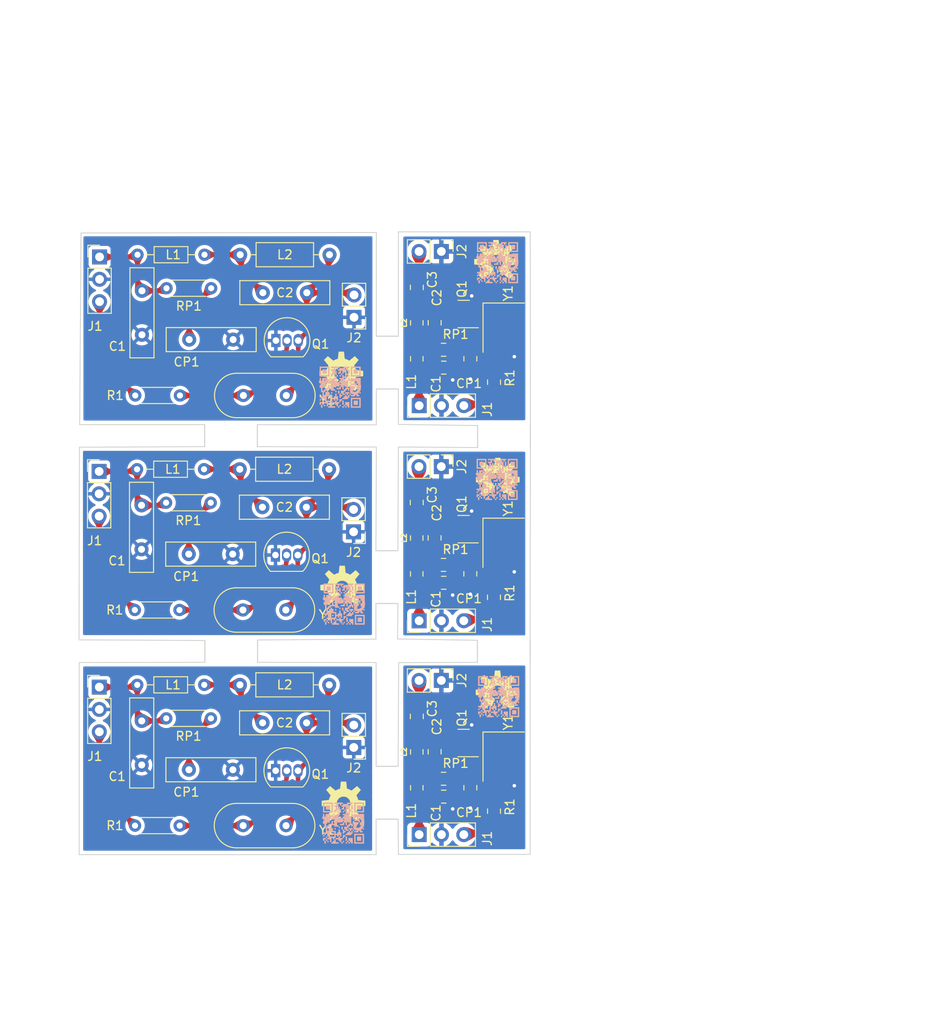
<source format=kicad_pcb>
(kicad_pcb (version 20211014) (generator pcbnew)
  (layers (0 "F.Cu" signal) (31 "B.Cu" signal) (34 "B.Paste" user) (35 "F.Paste" user) (36 "B.SilkS" user "B.Silkscreen") (37 "F.SilkS" user "F.Silkscreen") (38 "B.Mask" user) (39 "F.Mask" user) (44 "Edge.Cuts" user))
  (net 0 "")
  (footprint "Capacitor_SMD:C_0805_2012Metric_Pad1.18x1.45mm_HandSolder" (layer "F.Cu") (at 99.082445 117.821376 90)
    (fp_text reference "R1")
    (fp_text value "R_Small")
  )
  (footprint "Connector_PinHeader_2.54mm:PinHeader_1x02_P2.54mm_Vertical" (layer "F.Cu") (at 83.1596 85.994494 180)
    (fp_text reference "J2")
    (fp_text value "Antenna")
  )
  (footprint "Connector_PinHeader_2.54mm:PinHeader_1x03_P2.54mm_Vertical" (layer "F.Cu") (at 90.5683 144.79895 90)
    (fp_text reference "J1")
    (fp_text value "input/output")
  )
  (footprint "Capacitor_SMD:C_0805_2012Metric_Pad1.18x1.45mm_HandSolder" (layer "F.Cu") (at 90.2993 131.35845 90)
    (fp_text reference "C3")
    (fp_text value "C_Small")
  )
  (footprint "Crystal:Crystal_HC49-4H_Vertical" (layer "F.Cu") (at 75.4496 94.879494 180)
    (fp_text reference "Y1")
    (fp_text value "Crystal_GND3")
  )
  (footprint "Resistor_THT:R_Axial_DIN0204_L3.6mm_D1.6mm_P5.08mm_Horizontal" (layer "F.Cu") (at 58.2392 143.774494)
    (fp_text reference "R1")
    (fp_text value "R_Small")
  )
  (footprint "Capacitor_SMD:C_0805_2012Metric_Pad1.18x1.45mm_HandSolder" (layer "F.Cu") (at 93.3473 138.44895)
    (fp_text reference "RP1")
    (fp_text value "R_Small")
  )
  (footprint "Capacitor_SMD:C_0805_2012Metric_Pad1.18x1.45mm_HandSolder" (layer "F.Cu") (at 93.3704 91.7161 180)
    (fp_text reference "C1")
    (fp_text value "C_Small")
  )
  (footprint "Capacitor_THT:C_Disc_D10.0mm_W2.5mm_P5.00mm" (layer "F.Cu") (at 77.7572 132.090494 180)
    (fp_text reference "C2")
    (fp_text value "C_Small")
  )
  (footprint "Resistor_THT:R_Axial_DIN0207_L6.3mm_D2.5mm_P10.16mm_Horizontal" (layer "F.Cu") (at 70.1548 103.261494)
    (fp_text reference "L2")
    (fp_text value "INDUCTOR")
  )
  (footprint "Capacitor_SMD:C_0805_2012Metric_Pad1.18x1.45mm_HandSolder" (layer "F.Cu") (at 92.3329 86.6146 -90)
    (fp_text reference "C2")
    (fp_text value "C_Small")
  )
  (footprint "Inductor_SMD:L_0805_2012Metric_Pad1.15x1.40mm_HandSolder" (layer "F.Cu") (at 90.2993 139.47395 90)
    (fp_text reference "L1")
    (fp_text value "INDUCTOR")
  )
  (footprint "Aesthetics:OSHW-LOGO-M" (layer "F.Cu") (at 81.7118 92.38107)
    (fp_text reference "")
    (fp_text value "")
  )
  (footprint "Capacitor_THT:C_Disc_D10.0mm_W2.5mm_P5.00mm" (layer "F.Cu") (at 77.7348 107.579494 180)
    (fp_text reference "C2")
    (fp_text value "C_Small")
  )
  (footprint "Aesthetics:OSHW-LOGO-M" (layer "F.Cu") (at 99.5172 104.44607)
    (fp_text reference "")
    (fp_text value "")
  )
  (footprint "Package_TO_SOT_SMD:SOT-23" (layer "F.Cu") (at 95.6349 85.6201 180)
    (fp_text reference "Q1")
    (fp_text value "MMBT3904")
  )
  (footprint "Crystal:Crystal_SMD_SeikoEpson_FA238V-4Pin_3.2x2.5mm_HandSoldering" (layer "F.Cu") (at 100.180045 111.624376 -90)
    (fp_text reference "Y1")
    (fp_text value "Crystal_GND3")
  )
  (footprint "Capacitor_SMD:C_0805_2012Metric_Pad1.18x1.45mm_HandSolder" (layer "F.Cu") (at 93.363545 116.170376 180)
    (fp_text reference "C1")
    (fp_text value "C_Small")
  )
  (footprint "Resistor_THT:R_Axial_DIN0204_L3.6mm_D1.6mm_P7.62mm_Horizontal" (layer "F.Cu") (at 58.5216 78.877494)
    (fp_text reference "L1")
    (fp_text value "INDUCTOR")
  )
  (footprint "Z_mycustom_panelization:mouse bites 2.5mm wide     6mm long    0.6mm holes     0.3mm apart streight edges" (layer "F.Cu") (at 85.6742 143.5354 90)
    (fp_text reference "REF**" hide)
    (fp_text value "mouse bites 2mm  0.6mm holes 0.3mm apart round edges")
    (fp_line (start 0.5 0) (end 0.5 2.5) (layer "Edge.Cuts") (width 0.12))
    (fp_line (start 6.5 0) (end 6.5 2.5) (layer "Edge.Cuts") (width 0.12))
  )
  (footprint "Package_TO_SOT_THT:TO-92_Inline" (layer "F.Cu") (at 74.2412 137.530494)
    (fp_text reference "Q1")
    (fp_text value "2N3904")
  )
  (footprint "Resistor_THT:R_Axial_DIN0207_L6.3mm_D2.5mm_P10.16mm_Horizontal" (layer "F.Cu") (at 70.1772 127.772494)
    (fp_text reference "L2")
    (fp_text value "INDUCTOR")
  )
  (footprint "Crystal:Crystal_SMD_SeikoEpson_FA238V-4Pin_3.2x2.5mm_HandSoldering" (layer "F.Cu") (at 100.1853 135.93495 -90)
    (fp_text reference "Y1")
    (fp_text value "Crystal_GND3")
  )
  (footprint "Z_mycustom_panelization:mouse bites 2.5mm wide     6mm long    0.6mm holes     0.3mm apart streight edges" (layer "F.Cu") (at 85.7026 94.6404 90)
    (fp_text reference "REF**" hide)
    (fp_text value "mouse bites 2mm  0.6mm holes 0.3mm apart round edges")
    (fp_line (start 0.5 0) (end 0.5 2.5) (layer "Edge.Cuts") (width 0.12))
    (fp_line (start 6.5 0) (end 6.5 2.5) (layer "Edge.Cuts") (width 0.12))
  )
  (footprint "Inductor_SMD:L_0805_2012Metric_Pad1.15x1.40mm_HandSolder" (layer "F.Cu") (at 90.2993 135.39195 90)
    (fp_text reference "L2")
    (fp_text value "INDUCTOR")
  )
  (footprint "Z_mycustom_panelization:mouse bites 2.5mm wide     6mm long    0.6mm holes     0.3mm apart streight edges" (layer "F.Cu") (at 85.6518 119.0244 90)
    (fp_text reference "REF**" hide)
    (fp_text value "mouse bites 2mm  0.6mm holes 0.3mm apart round edges")
    (fp_line (start 0.5 0) (end 0.5 2.5) (layer "Edge.Cuts") (width 0.12))
    (fp_line (start 6.5 0) (end 6.5 2.5) (layer "Edge.Cuts") (width 0.12))
  )
  (footprint "Z_mycustom_panelization:mouse bites 2.5mm wide     6mm long    0.6mm holes     0.3mm apart streight edges" (layer "F.Cu") (at 65.6844 122.7074)
    (fp_text reference "REF**" hide)
    (fp_text value "mouse bites 2mm  0.6mm holes 0.3mm apart round edges")
    (fp_line (start 0.5 0) (end 0.5 2.5) (layer "Edge.Cuts") (width 0.12))
    (fp_line (start 6.5 0) (end 6.5 2.5) (layer "Edge.Cuts") (width 0.12))
  )
  (footprint "Package_TO_SOT_THT:TO-92_Inline" (layer "F.Cu") (at 74.2696 88.635494)
    (fp_text reference "Q1")
    (fp_text value "2N3904")
  )
  (footprint "Package_TO_SOT_SMD:SOT-23" (layer "F.Cu") (at 95.628045 110.074376 180)
    (fp_text reference "Q1")
    (fp_text value "MMBT3904")
  )
  (footprint "Crystal:Crystal_HC49-4H_Vertical" (layer "F.Cu") (at 75.4212 143.774494 180)
    (fp_text reference "Y1")
    (fp_text value "Crystal_GND3")
  )
  (footprint "Capacitor_SMD:C_0805_2012Metric_Pad1.18x1.45mm_HandSolder" (layer "F.Cu") (at 92.326045 111.068876 -90)
    (fp_text reference "C2")
    (fp_text value "C_Small")
  )
  (footprint "Aesthetics:OSHW-LOGO-M" (layer "F.Cu") (at 99.314 79.68107)
    (fp_text reference "")
    (fp_text value "")
  )
  (footprint "Capacitor_THT:C_Disc_D10.0mm_W2.5mm_P5.00mm" (layer "F.Cu") (at 64.3528 112.913494)
    (fp_text reference "CP1")
    (fp_text value "C_Small")
  )
  (footprint "Connector_PinHeader_2.54mm:PinHeader_1x02_P2.54mm_Vertical" (layer "F.Cu") (at 83.1088 110.378494 180)
    (fp_text reference "J2")
    (fp_text value "Antenna")
  )
  (footprint "Capacitor_SMD:C_0805_2012Metric_Pad1.18x1.45mm_HandSolder" (layer "F.Cu") (at 90.294045 107.047876 90)
    (fp_text reference "C3")
    (fp_text value "C_Small")
  )
  (footprint "Aesthetics:OSHW-LOGO-M" (layer "F.Cu") (at 81.9658 141.2494)
    (fp_text reference "")
    (fp_text value "")
  )
  (footprint "Package_TO_SOT_SMD:SOT-23" (layer "F.Cu") (at 95.6333 134.38495 180)
    (fp_text reference "Q1")
    (fp_text value "MMBT3904")
  )
  (footprint "Aesthetics:OSHW-LOGO-M" (layer "F.Cu") (at 81.8134 116.71427)
    (fp_text reference "")
    (fp_text value "")
  )
  (footprint "Connector_PinHeader_2.54mm:PinHeader_1x02_P2.54mm_Vertical" (layer "F.Cu") (at 93.088045 102.962376 -90)
    (fp_text reference "J2")
    (fp_text value "Antenna")
  )
  (footprint "Package_TO_SOT_THT:TO-92_Inline" (layer "F.Cu") (at 74.2188 113.019494)
    (fp_text reference "Q1")
    (fp_text value "2N3904")
  )
  (footprint "Capacitor_THT:C_Disc_D10.0mm_W2.5mm_P5.00mm" (layer "F.Cu") (at 77.7856 83.195494 180)
    (fp_text reference "C2")
    (fp_text value "C_Small")
  )
  (footprint "Capacitor_THT:C_Disc_D10.0mm_W2.5mm_P5.00mm" (layer "F.Cu") (at 59.0012 136.876494 90)
    (fp_text reference "C1")
    (fp_text value "C_Small")
  )
  (footprint "Z_mycustom_panelization:mouse bites 2.5mm wide     6mm long    0.6mm holes     0.3mm apart streight edges" (layer "F.Cu") (at 65.662 98.1964)
    (fp_text reference "REF**" hide)
    (fp_text value "mouse bites 2mm  0.6mm holes 0.3mm apart round edges")
    (fp_line (start 0.5 0) (end 0.5 2.5) (layer "Edge.Cuts") (width 0.12))
    (fp_line (start 6.5 0) (end 6.5 2.5) (layer "Edge.Cuts") (width 0.12))
  )
  (footprint "Z_mycustom_panelization:mouse bites 2.5mm wide     6mm long    0.6mm holes     0.3mm apart streight edges" (layer "F.Cu") (at 96.7232 98.298)
    (fp_text reference "REF**" hide)
    (fp_text value "mouse bites 2mm  0.6mm holes 0.3mm apart round edges")
    (fp_line (start 0.5 0) (end 0.5 2.5) (layer "Edge.Cuts") (width 0.12))
    (fp_line (start 6.5 0) (end 6.5 2.5) (layer "Edge.Cuts") (width 0.12))
  )
  (footprint "Resistor_THT:R_Axial_DIN0204_L3.6mm_D1.6mm_P5.08mm_Horizontal" (layer "F.Cu") (at 61.7728 107.071494)
    (fp_text reference "RP1")
    (fp_text value "R_Small")
  )
  (footprint "Inductor_SMD:L_0805_2012Metric_Pad1.15x1.40mm_HandSolder" (layer "F.Cu") (at 90.3009 86.6271 90)
    (fp_text reference "L2")
    (fp_text value "INDUCTOR")
  )
  (footprint "Crystal:Crystal_SMD_SeikoEpson_FA238V-4Pin_3.2x2.5mm_HandSoldering" (layer "F.Cu") (at 100.1869 87.1701 -90)
    (fp_text reference "Y1")
    (fp_text value "Crystal_GND3")
  )
  (footprint "Connector_PinHeader_2.54mm:PinHeader_1x02_P2.54mm_Vertical" (layer "F.Cu") (at 93.0933 127.27295 -90)
    (fp_text reference "J2")
    (fp_text value "Antenna")
  )
  (footprint "Capacitor_SMD:C_0805_2012Metric_Pad1.18x1.45mm_HandSolder" (layer "F.Cu") (at 92.3313 135.37945 -90)
    (fp_text reference "C2")
    (fp_text value "C_Small")
  )
  (footprint "Connector_PinHeader_2.54mm:PinHeader_1x03_P2.54mm_Vertical" (layer "F.Cu") (at 54.1752 128.026494)
    (fp_text reference "J1")
    (fp_text value "input/output")
  )
  (footprint "Connector_PinHeader_2.54mm:PinHeader_1x02_P2.54mm_Vertical" (layer "F.Cu") (at 83.1312 134.889494 180)
    (fp_text reference "J2")
    (fp_text value "Antenna")
  )
  (footprint "Capacitor_SMD:C_0805_2012Metric_Pad1.18x1.45mm_HandSolder" (layer "F.Cu") (at 90.3009 82.5936 90)
    (fp_text reference "C3")
    (fp_text value "C_Small")
  )
  (footprint "Capacitor_THT:C_Disc_D10.0mm_W2.5mm_P5.00mm" (layer "F.Cu") (at 64.4036 88.529494)
    (fp_text reference "CP1")
    (fp_text value "C_Small")
  )
  (footprint "Capacitor_SMD:C_0805_2012Metric_Pad1.18x1.45mm_HandSolder" (layer "F.Cu") (at 96.390045 115.154376 -90)
    (fp_text reference "CP1")
    (fp_text value "C_Small")
  )
  (footprint "Capacitor_THT:C_Disc_D10.0mm_W2.5mm_P5.00mm" (layer "F.Cu") (at 59.0296 87.981494 90)
    (fp_text reference "C1")
    (fp_text value "C_Small")
  )
  (footprint "Resistor_THT:R_Axial_DIN0204_L3.6mm_D1.6mm_P5.08mm_Horizontal" (layer "F.Cu") (at 61.8236 82.687494)
    (fp_text reference "RP1")
    (fp_text value "R_Small")
  )
  (footprint "Resistor_THT:R_Axial_DIN0204_L3.6mm_D1.6mm_P7.62mm_Horizontal" (layer "F.Cu") (at 58.4708 103.261494)
    (fp_text reference "L1")
    (fp_text value "INDUCTOR")
  )
  (footprint "Resistor_THT:R_Axial_DIN0204_L3.6mm_D1.6mm_P5.08mm_Horizontal" (layer "F.Cu") (at 61.7952 131.582494)
    (fp_text reference "RP1")
    (fp_text value "R_Small")
  )
  (footprint "Capacitor_SMD:C_0805_2012Metric_Pad1.18x1.45mm_HandSolder" (layer "F.Cu") (at 99.0877 142.13195 90)
    (fp_text reference "R1")
    (fp_text value "R_Small")
  )
  (footprint "Z_mycustom_panelization:mouse bites 2.5mm wide     6mm long    0.6mm holes     0.3mm apart streight edges" (layer "F.Cu") (at 96.6978 122.7074)
    (fp_text reference "REF**" hide)
    (fp_text value "mouse bites 2mm  0.6mm holes 0.3mm apart round edges")
    (fp_line (start 0.5 0) (end 0.5 2.5) (layer "Edge.Cuts") (width 0.12))
    (fp_line (start 6.5 0) (end 6.5 2.5) (layer "Edge.Cuts") (width 0.12))
  )
  (footprint "Capacitor_SMD:C_0805_2012Metric_Pad1.18x1.45mm_HandSolder" (layer "F.Cu") (at 96.3953 139.46495 -90)
    (fp_text reference "CP1")
    (fp_text value "C_Small")
  )
  (footprint "Aesthetics:OSHW-LOGO-M" (layer "F.Cu") (at 99.4918 128.62687)
    (fp_text reference "")
    (fp_text value "")
  )
  (footprint "Connector_PinHeader_2.54mm:PinHeader_1x03_P2.54mm_Vertical" (layer "F.Cu") (at 90.563045 120.488376 90)
    (fp_text reference "J1")
    (fp_text value "input/output")
  )
  (footprint "Crystal:Crystal_HC49-4H_Vertical" (layer "F.Cu") (at 75.3988 119.263494 180)
    (fp_text reference "Y1")
    (fp_text value "Crystal_GND3")
  )
  (footprint "Connector_PinHeader_2.54mm:PinHeader_1x02_P2.54mm_Vertical" (layer "F.Cu") (at 93.0949 78.5081 -90)
    (fp_text reference "J2")
    (fp_text value "Antenna")
  )
  (footprint "Connector_PinHeader_2.54mm:PinHeader_1x03_P2.54mm_Vertical" (layer "F.Cu") (at 54.1528 103.515494)
    (fp_text reference "J1")
    (fp_text value "input/output")
  )
  (footprint "Connector_PinHeader_2.54mm:PinHeader_1x03_P2.54mm_Vertical" (layer "F.Cu") (at 90.5699 96.0341 90)
    (fp_text reference "J1")
    (fp_text value "input/output")
  )
  (footprint "Capacitor_THT:C_Disc_D10.0mm_W2.5mm_P5.00mm" (layer "F.Cu") (at 64.3752 137.424494)
    (fp_text reference "CP1")
    (fp_text value "C_Small")
  )
  (footprint "Capacitor_THT:C_Disc_D10.0mm_W2.5mm_P5.00mm" (layer "F.Cu") (at 58.9788 112.365494 90)
    (fp_text reference "C1")
    (fp_text value "C_Small")
  )
  (footprint "Inductor_SMD:L_0805_2012Metric_Pad1.15x1.40mm_HandSolder" (layer "F.Cu") (at 90.294045 111.081376 90)
    (fp_text reference "L2")
    (fp_text value "INDUCTOR")
  )
  (footprint "Resistor_THT:R_Axial_DIN0207_L6.3mm_D2.5mm_P10.16mm_Horizontal" (layer "F.Cu") (at 70.2056 78.877494)
    (fp_text reference "L2")
    (fp_text value "INDUCTOR")
  )
  (footprint "Resistor_THT:R_Axial_DIN0204_L3.6mm_D1.6mm_P5.08mm_Horizontal" (layer "F.Cu") (at 58.2168 119.263494)
    (fp_text reference "R1")
    (fp_text value "R_Small")
  )
  (footprint "Inductor_SMD:L_0805_2012Metric_Pad1.15x1.40mm_HandSolder" (layer "F.Cu") (at 90.294045 115.163376 90)
    (fp_text reference "L1")
    (fp_text value "INDUCTOR")
  )
  (footprint "Connector_PinHeader_2.54mm:PinHeader_1x03_P2.54mm_Vertical" (layer "F.Cu") (at 54.2036 79.131494)
    (fp_text reference "J1")
    (fp_text value "input/output")
  )
  (footprint "Capacitor_SMD:C_0805_2012Metric_Pad1.18x1.45mm_HandSolder" (layer "F.Cu") (at 96.3969 90.7001 -90)
    (fp_text reference "CP1")
    (fp_text value "C_Small")
  )
  (footprint "Capacitor_SMD:C_0805_2012Metric_Pad1.18x1.45mm_HandSolder" (layer "F.Cu") (at 93.3688 140.48095 180)
    (fp_text reference "C1")
    (fp_text value "C_Small")
  )
  (footprint "Resistor_THT:R_Axial_DIN0204_L3.6mm_D1.6mm_P5.08mm_Horizontal" (layer "F.Cu") (at 58.2676 94.879494)
    (fp_text reference "R1")
    (fp_text value "R_Small")
  )
  (footprint "Capacitor_SMD:C_0805_2012Metric_Pad1.18x1.45mm_HandSolder" (layer "F.Cu") (at 99.0893 93.3671 90)
    (fp_text reference "R1")
    (fp_text value "R_Small")
  )
  (footprint "Inductor_SMD:L_0805_2012Metric_Pad1.15x1.40mm_HandSolder" (layer "F.Cu") (at 90.3009 90.7091 90)
    (fp_text reference "L1")
    (fp_text value "INDUCTOR")
  )
  (footprint "Resistor_THT:R_Axial_DIN0204_L3.6mm_D1.6mm_P7.62mm_Horizontal" (layer "F.Cu") (at 58.4932 127.772494)
    (fp_text reference "L1")
    (fp_text value "INDUCTOR")
  )
  (footprint "Capacitor_SMD:C_0805_2012Metric_Pad1.18x1.45mm_HandSolder" (layer "F.Cu") (at 93.3489 89.6841)
    (fp_text reference "RP1")
    (fp_text value "R_Small")
  )
  (footprint "Capacitor_SMD:C_0805_2012Metric_Pad1.18x1.45mm_HandSolder" (layer "F.Cu") (at 93.342045 114.138376)
    (fp_text reference "RP1")
    (fp_text value "R_Small")
  )
  (footprint "LOGO" (layer "B.Cu") (at 99.4918 79.7814 180)
    (fp_text reference "G***")
    (fp_text value "LOGO" hide)
  )
  (footprint "LOGO" (layer "B.Cu") (at 99.6188 129.1082 180)
    (fp_text reference "G***")
    (fp_text value "LOGO" hide)
  )
  (footprint "LOGO" (layer "B.Cu") (at 81.9658 143.4846 180)
    (fp_text reference "G***")
    (fp_text value "LOGO" hide)
  )
  (footprint "LOGO" (layer "B.Cu") (at 82.042 118.5926 180)
    (fp_text reference "G***")
    (fp_text value "LOGO" hide)
  )
  (footprint "LOGO" (layer "B.Cu") (at 81.5848 93.9292 180)
    (fp_text reference "G***")
    (fp_text value "LOGO" hide)
  )
  (footprint "LOGO" (layer "B.Cu") (at 99.441 104.4194 180)
    (fp_text reference "G***")
    (fp_text value "LOGO" hide)
  )
  (gr_line (start 85.6488 122.5804) (end 85.6518 118.5244) (layer "Edge.Cuts") (width 0.1))
  (gr_line (start 51.8668 122.6566) (end 51.9176 100.7618) (layer "Edge.Cuts") (width 0.1))
  (gr_line (start 85.6712 125.232494) (end 85.6742 137.0354) (layer "Edge.Cuts") (width 0.1))
  (gr_line (start 85.6742 143.0354) (end 85.6712 147.076494) (layer "Edge.Cuts") (width 0.1))
  (gr_line (start 66.162 98.1964) (end 51.943 98.1964) (layer "Edge.Cuts") (width 0.1))
  (gr_line (start 51.8892 147.076494) (end 51.8892 125.232494) (layer "Edge.Cuts") (width 0.1))
  (gr_line (start 66.1844 122.7328) (end 51.8668 122.6566) (layer "Edge.Cuts") (width 0.1))
  (gr_line (start 97.2232 98.298) (end 88.2108 98.171) (layer "Edge.Cuts") (width 0.1))
  (gr_line (start 85.6996 76.3524) (end 85.7026 88.1404) (layer "Edge.Cuts") (width 0.1))
  (gr_line (start 88.2108 76.28075) (end 103.2108 76.28075) (layer "Edge.Cuts") (width 0.1))
  (gr_line (start 103.2232 100.798) (end 103.1978 122.7074) (layer "Edge.Cuts") (width 0.1))
  (gr_line (start 88.2092 147.0456) (end 88.1742 143.0354) (layer "Edge.Cuts") (width 0.1))
  (gr_line (start 88.1742 137.0354) (end 88.2396 125.2474) (layer "Edge.Cuts") (width 0.1))
  (gr_line (start 85.6996 98.2218) (end 85.7026 94.1404) (layer "Edge.Cuts") (width 0.1))
  (gr_line (start 85.6518 112.5244) (end 85.6996 100.7364) (layer "Edge.Cuts") (width 0.1))
  (gr_line (start 103.1978 125.2074) (end 103.2092 147.0456) (layer "Edge.Cuts") (width 0.1))
  (gr_line (start 103.2108 76.28075) (end 103.2232 98.298) (layer "Edge.Cuts") (width 0.1))
  (gr_line (start 88.1518 112.5244) (end 88.203945 100.735026) (layer "Edge.Cuts") (width 0.1))
  (gr_line (start 88.1126 122.555) (end 88.1518 118.5244) (layer "Edge.Cuts") (width 0.1))
  (gr_line (start 72.1844 122.669453) (end 85.6488 122.5804) (layer "Edge.Cuts") (width 0.1))
  (gr_line (start 51.943 98.1964) (end 52.0954 76.4032) (layer "Edge.Cuts") (width 0.1))
  (gr_line (start 51.8892 125.232494) (end 66.1844 125.2074) (layer "Edge.Cuts") (width 0.1))
  (gr_line (start 72.1844 125.2074) (end 85.6712 125.232494) (layer "Edge.Cuts") (width 0.1))
  (gr_line (start 51.9176 100.7618) (end 66.162 100.6964) (layer "Edge.Cuts") (width 0.1))
  (gr_line (start 88.2396 125.2474) (end 97.1978 125.2074) (layer "Edge.Cuts") (width 0.1))
  (gr_line (start 103.2092 147.0456) (end 88.2092 147.0456) (layer "Edge.Cuts") (width 0.1))
  (gr_line (start 72.162 100.6964) (end 85.6996 100.7364) (layer "Edge.Cuts") (width 0.1))
  (gr_line (start 85.6712 147.076494) (end 51.8892 147.076494) (layer "Edge.Cuts") (width 0.1))
  (gr_line (start 52.0954 76.4032) (end 85.6996 76.3524) (layer "Edge.Cuts") (width 0.1))
  (gr_line (start 88.2108 98.171) (end 88.2026 94.1404) (layer "Edge.Cuts") (width 0.1))
  (gr_line (start 88.2026 88.1404) (end 88.2108 76.28075) (layer "Edge.Cuts") (width 0.1))
  (gr_line (start 97.1978 122.7074) (end 88.1126 122.555) (layer "Edge.Cuts") (width 0.1))
  (gr_line (start 72.162 98.1964) (end 85.6996 98.2218) (layer "Edge.Cuts") (width 0.1))
  (gr_line (start 88.203945 100.735026) (end 97.2232 100.798) (layer "Edge.Cuts") (width 0.1))
  (segment (start 77.7856 87.659494) (end 77.7856 83.195494) (width 0.5) (layer "F.Cu") (net 0))
  (segment (start 77.7572 132.090494) (end 82.8722 132.090494) (width 0.5) (layer "F.Cu") (net 0))
  (segment (start 66.1416 78.877494) (end 70.2056 78.877494) (width 0.5) (layer "F.Cu") (net 0))
  (segment (start 96.565545 109.124376) (end 96.565545 108.040076) (width 0.5) (layer "F.Cu") (net 0))
  (segment (start 58.2392 143.774494) (end 57.104132 142.639426) (width 0.5) (layer "F.Cu") (net 0))
  (segment (start 90.2993 134.36695) (end 90.2993 132.39595) (width 0.5) (layer "F.Cu") (net 0))
  (segment (start 64.4036 88.529494) (end 64.4036 86.844348) (width 0.5) (layer "F.Cu") (net 0))
  (segment (start 74.368027 91.788067) (end 71.2766 94.879494) (width 0.5) (layer "F.Cu") (net 0))
  (segment (start 98.9369 85.6201) (end 94.6974 85.6201) (width 0.3) (layer "F.Cu") (net 0))
  (segment (start 94.3864 89.6841) (end 96.3754 89.6841) (width 0.3) (layer "F.Cu") (net 0))
  (segment (start 94.647545 110.031376) (end 94.690545 110.074376) (width 0.3) (layer "F.Cu") (net 0))
  (segment (start 58.2392 128.026494) (end 58.4932 127.772494) (width 0.5) (layer "F.Cu") (net 0))
  (segment (start 90.5699 92.0031) (end 90.3009 91.7341) (width 0.5) (layer "F.Cu") (net 0))
  (segment (start 66.0908 103.261494) (end 70.1548 103.261494) (width 0.5) (layer "F.Cu") (net 0))
  (segment (start 90.548045 105.756376) (end 90.548045 102.962376) (width 0.5) (layer "F.Cu") (net 0))
  (segment (start 75.4888 113.019494) (end 75.4888 113.34364) (width 0.5) (layer "F.Cu") (net 0))
  (segment (start 70.5696 94.879494) (end 63.3476 94.879494) (width 0.5) (layer "F.Cu") (net 0))
  (segment (start 66.1132 127.772494) (end 70.1772 127.772494) (width 0.5) (layer "F.Cu") (net 0))
  (segment (start 80.3656 78.877494) (end 80.3656 78.95864) (width 0.5) (layer "F.Cu") (net 0))
  (segment (start 82.8722 132.090494) (end 83.1312 132.349494) (width 0.5) (layer "F.Cu") (net 0))
  (segment (start 82.8498 107.579494) (end 83.1088 107.838494) (width 0.5) (layer "F.Cu") (net 0))
  (segment (start 90.294045 114.138376) (end 90.294045 112.106376) (width 0.5) (layer "F.Cu") (net 0))
  (segment (start 59.0296 82.981494) (end 61.5296 82.981494) (width 0.5) (layer "F.Cu") (net 0))
  (segment (start 99.0893 92.3296) (end 98.9369 92.1772) (width 0.3) (layer "F.Cu") (net 0))
  (segment (start 92.3329 89.7056) (end 92.3114 89.6841) (width 0.5) (layer "F.Cu") (net 0))
  (segment (start 58.5216 82.473494) (end 59.0296 82.981494) (width 0.5) (layer "F.Cu") (net 0))
  (segment (start 95.6483 144.79895) (end 95.801346 144.79895) (width 0.3) (layer "F.Cu") (net 0))
  (segment (start 61.5012 131.876494) (end 61.7952 131.582494) (width 0.5) (layer "F.Cu") (net 0))
  (segment (start 77.7348 112.043494) (end 77.7348 107.579494) (width 0.5) (layer "F.Cu") (net 0))
  (segment (start 96.5724 83.5858) (end 96.5493 83.5627) (width 0.3) (layer "F.Cu") (net 0))
  (segment (start 98.715545 113.174376) (end 96.565545 111.024376) (width 0.5) (layer "F.Cu") (net 0))
  (segment (start 98.9353 137.48495) (end 98.7208 137.48495) (width 0.3) (layer "F.Cu") (net 0))
  (segment (start 96.3738 138.44895) (end 96.3953 138.42745) (width 0.3) (layer "F.Cu") (net 0))
  (segment (start 58.2676 79.131494) (end 58.5216 78.877494) (width 0.5) (layer "F.Cu") (net 0))
  (segment (start 77.7572 136.554494) (end 77.7572 132.090494) (width 0.5) (layer "F.Cu") (net 0))
  (segment (start 92.308045 116.188376) (end 92.326045 116.170376) (width 0.5) (layer "F.Cu") (net 0))
  (segment (start 90.3009 85.6021) (end 90.3009 83.6311) (width 0.5) (layer "F.Cu") (net 0))
  (segment (start 61.4788 107.365494) (end 61.7728 107.071494) (width 0.5) (layer "F.Cu") (net 0))
  (segment (start 90.3009 81.5561) (end 90.5549 81.3021) (width 0.5) (layer "F.Cu") (net 0))
  (segment (start 90.5683 144.79895) (end 90.5683 140.76795) (width 0.5) (layer "F.Cu") (net 0))
  (segment (start 98.9353 140.94205) (end 98.9353 137.48495) (width 0.5) (layer "F.Cu") (net 0))
  (segment (start 99.0877 141.09445) (end 98.9353 140.94205) (width 0.3) (layer "F.Cu") (net 0))
  (segment (start 94.6544 85.5771) (end 94.6974 85.6201) (width 0.3) (layer "F.Cu") (net 0))
  (segment (start 96.3953 140.50245) (end 96.3953 141.77635) (width 0.5) (layer "F.Cu") (net 0))
  (segment (start 101.4369 90.4353) (end 101.4007 90.4715) (width 0.3) (layer "F.Cu") (net 0))
  (segment (start 70.2056 78.877494) (end 70.2056 78.95864) (width 0.5) (layer "F.Cu") (net 0))
  (segment (start 90.2993 136.41695) (end 92.3313 136.41695) (width 0.5) (layer "F.Cu") (net 0))
  (segment (start 65.524373 108.399921) (end 66.8528 107.071494) (width 0.5) (layer "F.Cu") (net 0))
  (segment (start 94.4079 91.7161) (end 94.4079 93.0955) (width 0.5) (layer "F.Cu") (net 0))
  (segment (start 54.2036 86.673358) (end 54.2036 84.211494) (width 0.5) (layer "F.Cu") (net 0))
  (segment (start 101.4353 137.48495) (end 101.4353 139.20015) (width 0.3) (layer "F.Cu") (net 0))
  (segment (start 98.930045 116.631476) (end 98.930045 113.174376) (width 0.5) (layer "F.Cu") (net 0))
  (segment (start 90.5683 140.76795) (end 90.2993 140.49895) (width 0.5) (layer "F.Cu") (net 0))
  (segment (start 75.4496 94.879494) (end 75.638027 94.691067) (width 0.5) (layer "F.Cu") (net 0))
  (segment (start 92.3329 85.5771) (end 94.6544 85.5771) (width 0.5) (layer "F.Cu") (net 0))
  (segment (start 101.430045 113.174376) (end 101.430045 114.889576) (width 0.3) (layer "F.Cu") (net 0))
  (segment (start 65.546773 132.910921) (end 66.8752 131.582494) (width 0.5) (layer "F.Cu") (net 0))
  (segment (start 90.2993 140.49895) (end 92.3133 140.49895) (width 0.5) (layer "F.Cu") (net 0))
  (segment (start 80.3372 127.772494) (end 80.3372 127.85364) (width 0.5) (layer "F.Cu") (net 0))
  (segment (start 98.9369 92.1772) (end 98.9369 88.7201) (width 0.5) (layer "F.Cu") (net 0))
  (segment (start 58.2676 94.879494) (end 57.132532 93.744426) (width 0.5) (layer "F.Cu") (net 0))
  (segment (start 92.326045 116.170376) (end 92.326045 114.159876) (width 0.5) (layer "F.Cu") (net 0))
  (segment (start 71.326373 106.171067) (end 72.7348 107.579494) (width 0.5) (layer "F.Cu") (net 0))
  (segment (start 90.294045 106.010376) (end 90.548045 105.756376) (width 0.5) (layer "F.Cu") (net 0))
  (segment (start 90.294045 110.056376) (end 92.301045 110.056376) (width 0.5) (layer "F.Cu") (net 0))
  (segment (start 96.390045 116.191876) (end 96.390045 117.465776) (width 0.5) (layer "F.Cu") (net 0))
  (segment (start 58.4708 106.857494) (end 58.9788 107.365494) (width 0.5) (layer "F.Cu") (net 0))
  (segment (start 98.7208 137.48495) (end 96.5708 135.33495) (width 0.5) (layer "F.Cu") (net 0))
  (segment (start 61.5296 82.981494) (end 61.8236 82.687494) (width 0.5) (layer "F.Cu") (net 0))
  (segment (start 76.7588 116.24664) (end 76.7588 113.019494) (width 0.5) (layer "F.Cu") (net 0))
  (segment (start 96.3969 91.7376) (end 96.3969 93.0115) (width 0.5) (layer "F.Cu") (net 0))
  (segment (start 92.3133 140.49895) (end 92.3313 140.48095) (width 0.5) (layer "F.Cu") (net 0))
  (segment (start 94.379545 114.138376) (end 96.368545 114.138376) (width 0.3) (layer "F.Cu") (net 0))
  (segment (start 90.3009 91.7341) (end 92.3149 91.7341) (width 0.5) (layer "F.Cu") (net 0))
  (segment (start 90.2993 138.44895) (end 90.2993 136.41695) (width 0.5) (layer "F.Cu") (net 0))
  (segment (start 58.4932 127.772494) (end 58.4932 131.368494) (width 0.5) (layer "F.Cu") (net 0))
  (segment (start 98.629773 143.627377) (end 99.0877 143.16945) (width 0.3) (layer "F.Cu") (net 0))
  (segment (start 79.194027 81.787067) (end 77.7856 83.195494) (width 0.5) (layer "F.Cu") (net 0))
  (segment (start 98.7224 88.7201) (end 96.5724 86.5701) (width 0.5) (layer "F.Cu") (net 0))
  (segment (start 75.4212 143.774494) (end 75.609627 143.586067) (width 0.5) (layer "F.Cu") (net 0))
  (segment (start 79.165627 130.682067) (end 77.7572 132.090494) (width 0.5) (layer "F.Cu") (net 0))
  (segment (start 96.5724 84.6701) (end 96.5724 83.5858) (width 0.5) (layer "F.Cu") (net 0))
  (segment (start 90.2993 130.32095) (end 90.5533 130.06695) (width 0.5) (layer "F.Cu") (net 0))
  (segment (start 65.575173 84.015921) (end 66.9036 82.687494) (width 0.5) (layer "F.Cu") (net 0))
  (segment (start 98.624518 119.316803) (end 99.082445 118.858876) (width 0.3) (layer "F.Cu") (net 0))
  (segment (start 71.2482 143.774494) (end 70.5412 143.774494) (width 0.5) (layer "F.Cu") (net 0))
  (segment (start 90.294045 112.106376) (end 92.326045 112.106376) (width 0.5) (layer "F.Cu") (net 0))
  (segment (start 70.5188 119.263494) (end 63.2968 119.263494) (width 0.5) (layer "F.Cu") (net 0))
  (segment (start 80.3148 103.261494) (end 80.3148 103.34264) (width 0.5) (layer "F.Cu") (net 0))
  (segment (start 58.4708 103.261494) (end 58.4708 106.857494) (width 0.5) (layer "F.Cu") (net 0))
  (segment (start 77.7348 107.579494) (end 82.8498 107.579494) (width 0.5) (layer "F.Cu") (net 0))
  (segment (start 90.3009 89.6841) (end 90.3009 87.6521) (width 0.5) (layer "F.Cu") (net 0))
  (segment (start 54.1528 103.515494) (end 58.2168 103.515494) (width 0.5) (layer "F.Cu") (net 0))
  (segment (start 64.3528 112.913494) (end 64.3528 111.228348) (width 0.5) (layer "F.Cu") (net 0))
  (segment (start 92.3079 85.6021) (end 92.3329 85.5771) (width 0.5) (layer "F.Cu") (net 0))
  (segment (start 76.8096 91.86264) (end 76.8096 88.635494) (width 0.5) (layer "F.Cu") (net 0))
  (segment (start 92.326045 110.031376) (end 94.647545 110.031376) (width 0.5) (layer "F.Cu") (net 0))
  (segment (start 58.5216 78.877494) (end 58.5216 82.473494) (width 0.5) (layer "F.Cu") (net 0))
  (segment (start 70.1772 127.772494) (end 70.1772 127.85364) (width 0.5) (layer "F.Cu") (net 0))
  (segment (start 90.5533 130.06695) (end 90.5533 127.27295) (width 0.5) (layer "F.Cu") (net 0))
  (segment (start 54.1752 128.026494) (end 58.2392 128.026494) (width 0.5) (layer "F.Cu") (net 0))
  (segment (start 92.3329 91.7161) (end 92.3329 89.7056) (width 0.5) (layer "F.Cu") (net 0))
  (segment (start 58.4932 131.368494) (end 59.0012 131.876494) (width 0.5) (layer "F.Cu") (net 0))
  (segment (start 76.7588 113.019494) (end 77.7348 112.043494) (width 0.5) (layer "F.Cu") (net 0))
  (segment (start 75.5396 88.635494) (end 75.5396 88.95964) (width 0.5) (layer "F.Cu") (net 0))
  (segment (start 96.565545 108.040076) (end 96.542445 108.016976) (width 0.3) (layer "F.Cu") (net 0))
  (segment (start 94.4079 93.0955) (end 94.3903 93.1131) (width 0.3) (layer "F.Cu") (net 0))
  (segment (start 94.4063 141.86035) (end 94.3887 141.87795) (width 0.3) (layer "F.Cu") (net 0))
  (segment (start 71.2766 94.879494) (end 70.5696 94.879494) (width 0.5) (layer "F.Cu") (net 0))
  (segment (start 94.401045 117.549776) (end 94.383445 117.567376) (width 0.3) (layer "F.Cu") (net 0))
  (segment (start 95.643045 120.488376) (end 95.796091 120.488376) (width 0.3) (layer "F.Cu") (net 0))
  (segment (start 76.7812 140.75764) (end 76.7812 137.530494) (width 0.5) (layer "F.Cu") (net 0))
  (segment (start 58.2168 103.515494) (end 58.4708 103.261494) (width 0.5) (layer "F.Cu") (net 0))
  (segment (start 82.9006 83.195494) (end 83.1596 83.454494) (width 0.5) (layer "F.Cu") (net 0))
  (segment (start 92.301045 110.056376) (end 92.326045 110.031376) (width 0.5) (layer "F.Cu") (net 0))
  (segment (start 92.3149 91.7341) (end 92.3329 91.7161) (width 0.5) (layer "F.Cu") (net 0))
  (segment (start 79.143227 106.171067) (end 77.7348 107.579494) (width 0.5) (layer "F.Cu") (net 0))
  (segment (start 96.3754 89.6841) (end 96.3969 89.6626) (width 0.3) (layer "F.Cu") (net 0))
  (segment (start 54.2036 79.131494) (end 58.2676 79.131494) (width 0.5) (layer "F.Cu") (net 0))
  (segment (start 94.4063 140.48095) (end 94.4063 141.86035) (width 0.5) (layer "F.Cu") (net 0))
  (segment (start 94.401045 116.170376) (end 94.401045 117.549776) (width 0.5) (layer "F.Cu") (net 0))
  (segment (start 70.5412 143.774494) (end 63.3192 143.774494) (width 0.5) (layer "F.Cu") (net 0))
  (segment (start 90.563045 116.457376) (end 90.294045 116.188376) (width 0.5) (layer "F.Cu") (net 0))
  (segment (start 92.3313 134.34195) (end 94.6528 134.34195) (width 0.5) (layer "F.Cu") (net 0))
  (segment (start 76.7812 137.530494) (end 77.7572 136.554494) (width 0.5) (layer "F.Cu") (net 0))
  (segment (start 99.082445 116.783876) (end 98.930045 116.631476) (width 0.3) (layer "F.Cu") (net 0))
  (segment (start 70.1548 103.261494) (end 70.1548 103.34264) (width 0.5) (layer "F.Cu") (net 0))
  (segment (start 90.5699 96.0341) (end 90.5699 92.0031) (width 0.5) (layer "F.Cu") (net 0))
  (segment (start 96.5708 132.35065) (end 96.5477 132.32755) (width 0.3) (layer "F.Cu") (net 0))
  (segment (start 92.3313 138.47045) (end 92.3098 138.44895) (width 0.5) (layer "F.Cu") (net 0))
  (segment (start 90.5549 81.3021) (end 90.5549 78.5081) (width 0.5) (layer "F.Cu") (net 0))
  (segment (start 90.294045 110.056376) (end 90.294045 108.085376) (width 0.5) (layer "F.Cu") (net 0))
  (segment (start 95.6499 96.0341) (end 95.802946 96.0341) (width 0.3) (layer "F.Cu") (net 0))
  (segment (start 75.5112 137.530494) (end 75.5112 137.85464) (width 0.5) (layer "F.Cu") (net 0))
  (segment (start 77.7856 83.195494) (end 82.9006 83.195494) (width 0.5) (layer "F.Cu") (net 0))
  (segment (start 90.294045 116.188376) (end 92.308045 116.188376) (width 0.5) (layer "F.Cu") (net 0))
  (segment (start 74.339627 140.683067) (end 71.2482 143.774494) (width 0.5) (layer "F.Cu") (net 0))
  (segment (start 76.8096 88.635494) (end 77.7856 87.659494) (width 0.5) (layer "F.Cu") (net 0))
  (segment (start 90.3009 87.6521) (end 92.3329 87.6521) (width 0.5) (layer "F.Cu") (net 0))
  (segment (start 90.2993 134.36695) (end 92.3063 134.36695) (width 0.5) (layer "F.Cu") (net 0))
  (segment (start 101.4369 88.7201) (end 101.4369 90.4353) (width 0.3) (layer "F.Cu") (net 0))
  (segment (start 96.368545 114.138376) (end 96.390045 114.116876) (width 0.3) (layer "F.Cu") (net 0))
  (segment (start 58.9788 107.365494) (end 61.4788 107.365494) (width 0.5) (layer "F.Cu") (net 0))
  (segment (start 92.326045 114.159876) (end 92.304545 114.138376) (width 0.5) (layer "F.Cu") (net 0))
  (segment (start 101.430045 114.889576) (end 101.393845 114.925776) (width 0.3) (layer "F.Cu") (net 0))
  (segment (start 74.317227 116.172067) (end 71.2258 119.263494) (width 0.5) (layer "F.Cu") (net 0))
  (segment (start 98.930045 110.074376) (end 94.690545 110.074376) (width 0.3) (layer "F.Cu") (net 0))
  (segment (start 71.377173 81.787067) (end 72.7856 83.195494) (width 0.5) (layer "F.Cu") (net 0))
  (segment (start 101.4353 139.20015) (end 101.3991 139.23635) (width 0.3) (layer "F.Cu") (net 0))
  (segment (start 92.3313 140.48095) (end 92.3313 138.47045) (width 0.5) (layer "F.Cu") (net 0))
  (segment (start 90.3009 85.6021) (end 92.3079 85.6021) (width 0.5) (layer "F.Cu") (net 0))
  (segment (start 59.0012 131.876494) (end 61.5012 131.876494) (width 0.5) (layer "F.Cu") (net 0))
  (segment (start 92.3063 134.36695) (end 92.3313 134.34195) (width 0.5) (layer "F.Cu") (net 0))
  (segment (start 98.9369 88.7201) (end 98.7224 88.7201) (width 0.3) (layer "F.Cu") (net 0))
  (segment (start 54.1528 111.057358) (end 54.1528 108.595494) (width 0.5) (layer "F.Cu") (net 0))
  (segment (start 90.563045 120.488376) (end 90.563045 116.457376) (width 0.5) (layer "F.Cu") (net 0))
  (segment (start 96.5708 133.43495) (end 96.5708 132.35065) (width 0.5) (layer "F.Cu") (net 0))
  (segment (start 94.6528 134.34195) (end 94.6958 134.38495) (width 0.3) (layer "F.Cu") (net 0))
  (segment (start 54.1752 135.568358) (end 54.1752 133.106494) (width 0.5) (layer "F.Cu") (net 0))
  (segment (start 94.3848 138.44895) (end 96.3738 138.44895) (width 0.3) (layer "F.Cu") (net 0))
  (segment (start 98.631373 94.862527) (end 99.0893 94.4046) (width 0.3) (layer "F.Cu") (net 0))
  (segment (start 98.9353 134.38495) (end 94.6958 134.38495) (width 0.3) (layer "F.Cu") (net 0))
  (segment (start 98.930045 113.174376) (end 98.715545 113.174376) (width 0.3) (layer "F.Cu") (net 0))
  (segment (start 71.348773 130.682067) (end 72.7572 132.090494) (width 0.5) (layer "F.Cu") (net 0))
  (segment (start 64.3752 137.424494) (end 64.3752 135.739348) (width 0.5) (layer "F.Cu") (net 0))
  (segment (start 71.2258 119.263494) (end 70.5188 119.263494) (width 0.5) (layer "F.Cu") (net 0))
  (segment (start 75.3988 119.263494) (end 75.587227 119.075067) (width 0.5) (layer "F.Cu") (net 0))
  (segment (start 58.2168 119.263494) (end 57.081732 118.128426) (width 0.5) (layer "F.Cu") (net 0))
  (via (at 94.3887 141.87795) (size 0.62) (drill 0.4) (layers "F.Cu" "B.Cu") (net 0))
  (via (at 96.542445 108.016976) (size 0.62) (drill 0.4) (layers "F.Cu" "B.Cu") (net 0))
  (via (at 96.390045 117.465776) (size 0.62) (drill 0.4) (layers "F.Cu" "B.Cu") (net 0))
  (via (at 101.393845 114.925776) (size 0.62) (drill 0.4) (layers "F.Cu" "B.Cu") (net 0))
  (via (at 96.3953 141.77635) (size 0.62) (drill 0.4) (layers "F.Cu" "B.Cu") (net 0))
  (via (at 96.3969 93.0115) (size 0.62) (drill 0.4) (layers "F.Cu" "B.Cu") (net 0))
  (via (at 94.383445 117.567376) (size 0.62) (drill 0.4) (layers "F.Cu" "B.Cu") (net 0))
  (via (at 101.4007 90.4715) (size 0.62) (drill 0.4) (layers "F.Cu" "B.Cu") (net 0))
  (via (at 96.5493 83.5627) (size 0.62) (drill 0.4) (layers "F.Cu" "B.Cu") (net 0))
  (via (at 94.3903 93.1131) (size 0.62) (drill 0.4) (layers "F.Cu" "B.Cu") (net 0))
  (via (at 101.3991 139.23635) (size 0.62) (drill 0.4) (layers "F.Cu" "B.Cu") (net 0))
  (via (at 96.5477 132.32755) (size 0.62) (drill 0.4) (layers "F.Cu" "B.Cu") (net 0))
  (arc (start 95.801346 144.79895) (mid 97.33208 144.494468) (end 98.629773 143.627377) (width 0.5) (layer "F.Cu") (net 0))
  (arc (start 79.194027 81.787067) (mid 80.061118 80.489374) (end 80.3656 78.95864) (width 0.5) (layer "F.Cu") (net 0))
  (arc (start 75.587227 119.075067) (mid 76.454318 117.777374) (end 76.7588 116.24664) (width 0.5) (layer "F.Cu") (net 0))
  (arc (start 70.1772 127.85364) (mid 70.481682 129.384374) (end 71.348773 130.682067) (width 0.5) (layer "F.Cu") (net 0))
  (arc (start 95.796091 120.488376) (mid 97.326825 120.183894) (end 98.624518 119.316803) (width 0.5) (layer "F.Cu") (net 0))
  (arc (start 95.802946 96.0341) (mid 97.33368 95.729618) (end 98.631373 94.862527) (width 0.5) (layer "F.Cu") (net 0))
  (arc (start 75.5112 137.85464) (mid 75.206718 139.385374) (end 74.339627 140.683067) (width 0.5) (layer "F.Cu") (net 0))
  (arc (start 70.1548 103.34264) (mid 70.459282 104.873374) (end 71.326373 106.171067) (width 0.5) (layer "F.Cu") (net 0))
  (arc (start 57.104132 142.639426) (mid 54.936404 139.395192) (end 54.1752 135.568358) (width 0.5) (layer "F.Cu") (net 0))
  (arc (start 79.165627 130.682067) (mid 80.032718 129.384374) (end 80.3372 127.85364) (width 0.5) (layer "F.Cu") (net 0))
  (arc (start 57.132532 93.744426) (mid 54.964804 90.500192) (end 54.2036 86.673358) (width 0.5) (layer "F.Cu") (net 0))
  (arc (start 65.575173 84.015921) (mid 64.708082 85.313614) (end 64.4036 86.844348) (width 0.5) (layer "F.Cu") (net 0))
  (arc (start 75.638027 94.691067) (mid 76.505118 93.393374) (end 76.8096 91.86264) (width 0.5) (layer "F.Cu") (net 0))
  (arc (start 57.081732 118.128426) (mid 54.914004 114.884192) (end 54.1528 111.057358) (width 0.5) (layer "F.Cu") (net 0))
  (arc (start 75.5396 88.95964) (mid 75.235118 90.490374) (end 74.368027 91.788067) (width 0.5) (layer "F.Cu") (net 0))
  (arc (start 75.609627 143.586067) (mid 76.476718 142.288374) (end 76.7812 140.75764) (width 0.5) (layer "F.Cu") (net 0))
  (arc (start 79.143227 106.171067) (mid 80.010318 104.873374) (end 80.3148 103.34264) (width 0.5) (layer "F.Cu") (net 0))
  (arc (start 65.524373 108.399921) (mid 64.657282 109.697614) (end 64.3528 111.228348) (width 0.5) (layer "F.Cu") (net 0))
  (arc (start 75.4888 113.34364) (mid 75.184318 114.874374) (end 74.317227 116.172067) (width 0.5) (layer "F.Cu") (net 0))
  (arc (start 65.546773 132.910921) (mid 64.679682 134.208614) (end 64.3752 135.739348) (width 0.5) (layer "F.Cu") (net 0))
  (arc (start 70.2056 78.95864) (mid 70.510082 80.489374) (end 71.377173 81.787067) (width 0.5) (layer "F.Cu") (net 0))
  (zone (net 0) (net_name "") (layer "F.Cu") (priority 16962) (connect_pads yes (clearance 0)) (min_thickness 0.0254) (fill yes (thermal_gap 0.508) (thermal_bridge_width 0.508))
    (polygon (pts (xy 90.3183 142.68395) (xy 90.310655 142.888728) (xy 90.289144 143.066172) (xy 90.2559 143.220489) (xy 90.213055 143.355882) (xy 90.162744 143.476557) (xy 90.1071 143.58672) (xy 90.048255 143.690574) (xy 89.988344 143.792327) (xy 89.9295 143.896181) (xy 89.873855 144.006344) (xy 89.823544 144.127019) (xy 89.7807 144.262412) (xy 89.747455 144.416729) (xy 89.725944 144.594173) (xy 89.7183 144.79895) (xy 90.5683 145.22395) (xy 91.4183 144.79895) (xy 91.410655 144.594173) (xy 91.389144 144.416729) (xy 91.3559 144.262412) (xy 91.313055 144.127019) (xy 91.262744 144.006344) (xy 91.2071 143.896181) (xy 91.148255 143.792327) (xy 91.088344 143.690574) (xy 91.0295 143.58672) (xy 90.973855 143.476557) (xy 90.923544 143.355882) (xy 90.8807 143.220489) (xy 90.847455 143.066172) (xy 90.825944 142.888728) (xy 90.8183 142.68395)))
  )
  (zone (net 0) (net_name "") (layer "F.Cu") (priority 16962) (connect_pads yes (clearance 0)) (min_thickness 0.0254) (fill yes (thermal_gap 0.508) (thermal_bridge_width 0.508))
    (polygon (pts (xy 78.682322 106.278418) (xy 78.548872 106.402695) (xy 78.427704 106.497469) (xy 78.31525 106.567992) (xy 78.207939 106.619515) (xy 78.102205 106.657292) (xy 77.994477 106.686574) (xy 77.881187 106.712614) (xy 77.758767 106.740663) (xy 77.623647 106.775975) (xy 77.47226 106.823801) (xy 77.451958 107.862336) (xy 78.490493 107.842034) (xy 78.538318 107.690646) (xy 78.57363 107.555526) (xy 78.601679 107.433106) (xy 78.627719 107.319816) (xy 78.657001 107.212088) (xy 78.694778 107.106354) (xy 78.746301 106.999043) (xy 78.816824 106.886589) (xy 78.911598 106.765421) (xy 79.035876 106.631972)))
  )
  (zone (net 0) (net_name "") (layer "F.Cu") (priority 16962) (connect_pads yes (clearance 0)) (min_thickness 0.0254) (fill yes (thermal_gap 0.508) (thermal_bridge_width 0.508))
    (polygon (pts (xy 90.8049 80.6231) (xy 90.812544 80.418323) (xy 90.834055 80.240879) (xy 90.8673 80.086562) (xy 90.910144 79.951169) (xy 90.960455 79.830494) (xy 91.0161 79.720331) (xy 91.074944 79.616477) (xy 91.134855 79.514724) (xy 91.1937 79.41087) (xy 91.249344 79.300707) (xy 91.299655 79.180032) (xy 91.3425 79.044639) (xy 91.375744 78.890322) (xy 91.397255 78.712878) (xy 91.4049 78.5081) (xy 90.5549 78.0831) (xy 89.7049 78.5081) (xy 89.712544 78.712878) (xy 89.734055 78.890322) (xy 89.7673 79.044639) (xy 89.810144 79.180032) (xy 89.860455 79.300707) (xy 89.9161 79.41087) (xy 89.974944 79.514724) (xy 90.034855 79.616477) (xy 90.0937 79.720331) (xy 90.149344 79.830494) (xy 90.199655 79.951169) (xy 90.2425 80.086562) (xy 90.275744 80.240879) (xy 90.297255 80.418323) (xy 90.3049 80.6231)))
  )
  (zone (net 0) (net_name "") (layer "F.Cu") (priority 16962) (connect_pads yes (clearance 0)) (min_thickness 0.0254) (fill yes (thermal_gap 0.508) (thermal_bridge_width 0.508))
    (polygon (pts (xy 91.7334 85.3521) (xy 91.59633 85.34796) (xy 91.477076 85.336308) (xy 91.372897 85.3183) (xy 91.281052 85.295093) (xy 91.198799 85.267841) (xy 91.123398 85.2377) (xy 91.052109 85.205826) (xy 90.98219 85.173375) (xy 90.910901 85.1415) (xy 90.8355 85.11136) (xy 90.753247 85.084108) (xy 90.661402 85.0609) (xy 90.557223 85.042893) (xy 90.437969 85.031241) (xy 90.3009 85.0271) (xy 90.0134 85.6021) (xy 90.3009 86.1771) (xy 90.437969 86.17296) (xy 90.557223 86.161308) (xy 90.661402 86.1433) (xy 90.753247 86.120093) (xy 90.8355 86.092841) (xy 90.910901 86.0627) (xy 90.98219 86.030826) (xy 91.052109 85.998375) (xy 91.123398 85.9665) (xy 91.198799 85.93636) (xy 91.281052 85.909108) (xy 91.372897 85.8859) (xy 91.477076 85.867893) (xy 91.59633 85.856241) (xy 91.7334 85.8521)))
  )
  (zone (net 0) (net_name "") (layer "F.Cu") (priority 16962) (connect_pads yes (clearance 0)) (min_thickness 0.0254) (fill yes (thermal_gap 0.508) (thermal_bridge_width 0.508))
    (polygon (pts (xy 96.3208 132.69495) (xy 96.320162 132.764373) (xy 96.31837 132.825186) (xy 96.3156 132.878713) (xy 96.312029 132.926281) (xy 96.307837 132.969212) (xy 96.3032 133.008832) (xy 96.298296 133.046465) (xy 96.293303 133.083436) (xy 96.2884 133.121069) (xy 96.283762 133.160689) (xy 96.27957 133.20362) (xy 96.276 133.251188) (xy 96.273229 133.304715) (xy 96.271437 133.365528) (xy 96.2708 133.43495) (xy 96.5708 133.58495) (xy 96.8708 133.43495) (xy 96.870162 133.365528) (xy 96.86837 133.304715) (xy 96.8656 133.251188) (xy 96.862029 133.20362) (xy 96.857837 133.160689) (xy 96.8532 133.121069) (xy 96.848296 133.083436) (xy 96.843303 133.046465) (xy 96.8384 133.008832) (xy 96.833762 132.969212) (xy 96.82957 132.926281) (xy 96.826 132.878713) (xy 96.823229 132.825186) (xy 96.821437 132.764373) (xy 96.8208 132.69495)))
  )
  (zone (net 0) (net_name "") (layer "F.Cu") (priority 16962) (connect_pads yes (clearance 0)) (min_thickness 0.0254) (fill yes (thermal_gap 0.508) (thermal_bridge_width 0.508))
    (polygon (pts (xy 60.6196 82.731494) (xy 60.437359 82.725008) (xy 60.284665 82.706345) (xy 60.15528 82.676694) (xy 60.042967 82.637247) (xy 59.941489 82.589193) (xy 59.844609 82.533723) (xy 59.746088 82.472028) (xy 59.63969 82.405298) (xy 59.519176 82.334723) (xy 59.378311 82.261494) (xy 58.6296 82.981494) (xy 59.378311 83.701494) (xy 59.519176 83.628264) (xy 59.63969 83.557689) (xy 59.746088 83.490959) (xy 59.844609 83.429264) (xy 59.941489 83.373794) (xy 60.042967 83.32574) (xy 60.15528 83.286293) (xy 60.284665 83.256642) (xy 60.437359 83.237979) (xy 60.6196 83.231494)))
  )
  (zone (net 0) (net_name "") (layer "F.Cu") (priority 16962) (connect_pads yes (clearance 0)) (min_thickness 0.0254) (fill yes (thermal_gap 0.508) (thermal_bridge_width 0.508))
    (polygon (pts (xy 57.107946 94.073393) (xy 57.216359 94.188775) (xy 57.300552 94.293167) (xy 57.364728 94.389707) (xy 57.413088 94.481534) (xy 57.449832 94.571784) (xy 57.479162 94.663595) (xy 57.505279 94.760106) (xy 57.532385 94.864455) (xy 57.564681 94.979779) (xy 57.606369 95.109216) (xy 58.515087 95.126981) (xy 58.497322 94.218263) (xy 58.367885 94.176575) (xy 58.252561 94.144279) (xy 58.148212 94.117173) (xy 58.051701 94.091056) (xy 57.95989 94.061726) (xy 57.86964 94.024982) (xy 57.777813 93.976622) (xy 57.681273 93.912446) (xy 57.576881 93.828253) (xy 57.461499 93.71984)))
  )
  (zone (net 0) (net_name "") (layer "F.Cu") (priority 16962) (connect_pads yes (clearance 0)) (min_thickness 0.0254) (fill yes (thermal_gap 0.508) (thermal_bridge_width 0.508))
    (polygon (pts (xy 55.8652 127.776494) (xy 55.670928 127.769228) (xy 55.508538 127.748371) (xy 55.371266 127.715333) (xy 55.252352 127.671525) (xy 55.145033 127.618358) (xy 55.042547 127.557241) (xy 54.938133 127.489586) (xy 54.82503 127.416803) (xy 54.696474 127.340302) (xy 54.545706 127.261494) (xy 53.7502 128.026494) (xy 54.545706 128.791494) (xy 54.696474 128.712685) (xy 54.82503 128.636184) (xy 54.938133 128.563401) (xy 55.042547 128.495746) (xy 55.145033 128.434629) (xy 55.252352 128.381462) (xy 55.371266 128.337654) (xy 55.508538 128.304616) (xy 55.670928 128.283759) (xy 55.8652 128.276494)))
  )
  (zone (net 0) (net_name "") (layer "F.Cu") (priority 16962) (connect_pads yes (clearance 0)) (min_thickness 0.0254) (fill yes (thermal_gap 0.508) (thermal_bridge_width 0.508))
    (polygon (pts (xy 95.4358 134.23495) (xy 95.365296 134.233039) (xy 95.303866 134.227662) (xy 95.250112 134.21935) (xy 95.20264 134.208639) (xy 95.160053 134.196062) (xy 95.120956 134.18215) (xy 95.083952 134.167439) (xy 95.047647 134.152462) (xy 95.010643 134.13775) (xy 94.971546 134.123839) (xy 94.928959 134.111262) (xy 94.881487 134.10055) (xy 94.827733 134.092239) (xy 94.766303 134.086862) (xy 94.6958 134.08495) (xy 94.5458 134.38495) (xy 94.6958 134.68495) (xy 94.766303 134.683039) (xy 94.827733 134.677662) (xy 94.881487 134.66935) (xy 94.928959 134.658639) (xy 94.971546 134.646062) (xy 95.010643 134.63215) (xy 95.047647 134.617439) (xy 95.083952 134.602462) (xy 95.120956 134.58775) (xy 95.160053 134.573839) (xy 95.20264 134.561262) (xy 95.250112 134.55055) (xy 95.303866 134.542239) (xy 95.365296 134.536862) (xy 95.4358 134.53495)))
  )
  (zone (net 0) (net_name "") (layer "F.Cu") (priority 16962) (connect_pads yes (clearance 0)) (min_thickness 0.0254) (fill yes (thermal_gap 0.508) (thermal_bridge_width 0.508))
    (polygon (pts (xy 55.8936 78.881494) (xy 55.699328 78.874228) (xy 55.536938 78.853371) (xy 55.399666 78.820333) (xy 55.280752 78.776525) (xy 55.173433 78.723358) (xy 55.070947 78.662241) (xy 54.966533 78.594586) (xy 54.85343 78.521803) (xy 54.724874 78.445302) (xy 54.574106 78.366494) (xy 53.7786 79.131494) (xy 54.574106 79.896494) (xy 54.724874 79.817685) (xy 54.85343 79.741184) (xy 54.966533 79.668401) (xy 55.070947 79.600746) (xy 55.173433 79.539629) (xy 55.280752 79.486462) (xy 55.399666 79.442654) (xy 55.536938 79.409616) (xy 55.699328 79.388759) (xy 55.8936 79.381494)))
  )
  (zone (net 0) (net_name "") (layer "F.Cu") (priority 16962) (connect_pads yes (clearance 0)) (min_thickness 0.0254) (fill yes (thermal_gap 0.508) (thermal_bridge_width 0.508))
    (polygon (pts (xy 96.690045 110.224376) (xy 96.909661 110.233932) (xy 97.099157 110.260821) (xy 97.263165 110.302376) (xy 97.406319 110.355932) (xy 97.533255 110.418821) (xy 97.648605 110.488376) (xy 97.757004 110.561932) (xy 97.863085 110.636821) (xy 97.971484 110.710376) (xy 98.086834 110.779932) (xy 98.21377 110.842821) (xy 98.356924 110.896376) (xy 98.520932 110.937932) (xy 98.710428 110.964821) (xy 98.930045 110.974376) (xy 99.380045 110.074376) (xy 98.930045 109.174376) (xy 98.710428 109.183932) (xy 98.520932 109.210821) (xy 98.356924 109.252376) (xy 98.21377 109.305932) (xy 98.086834 109.368821) (xy 97.971484 109.438376) (xy 97.863085 109.511932) (xy 97.757004 109.586821) (xy 97.648605 109.660376) (xy 97.533255 109.729932) (xy 97.406319 109.792821) (xy 97.263165 109.846376) (xy 97.099157 109.887932) (xy 96.909661 109.914821) (xy 96.690045 109.924376)))
  )
  (zone (net 0) (net_name "") (layer "F.Cu") (priority 16962) (connect_pads yes (clearance 0)) (min_thickness 0.0254) (fill yes (thermal_gap 0.508) (thermal_bridge_width 0.508))
    (polygon (pts (xy 90.856795 116.438376) (xy 90.997137 116.442447) (xy 91.119312 116.453902) (xy 91.226113 116.471604) (xy 91.320336 116.494419) (xy 91.404776 116.52121) (xy 91.482229 116.55084) (xy 91.555488 116.582175) (xy 91.627351 116.614078) (xy 91.70061 116.645412) (xy 91.778063 116.675043) (xy 91.862503 116.701834) (xy 91.956726 116.724648) (xy 92.063527 116.742351) (xy 92.185702 116.753806) (xy 92.326045 116.757876) (xy 92.619657 116.161388) (xy 92.308069 115.583152) (xy 92.168782 115.591661) (xy 92.047734 115.607281) (xy 91.942118 115.628873) (xy 91.849128 115.655295) (xy 91.765955 115.685407) (xy 91.689795 115.718066) (xy 91.617841 115.752132) (xy 91.547284 115.786464) (xy 91.47532 115.819921) (xy 91.399142 115.851361) (xy 91.315941 115.879644) (xy 91.222913 115.903628) (xy 91.117251 115.922172) (xy 90.996146 115.934135) (xy 90.856795 115.938376)))
  )
  (zone (net 0) (net_name "") (layer "F.Cu") (priority 16962) (connect_pads yes (clearance 0)) (min_thickness 0.0254) (fill yes (thermal_gap 0.508) (thermal_bridge_width 0.508))
    (polygon (pts (xy 71.484524 82.247972) (xy 71.608801 82.381421) (xy 71.703575 82.502589) (xy 71.774098 82.615043) (xy 71.825621 82.722354) (xy 71.863398 82.828088) (xy 71.89268 82.935816) (xy 71.91872 83.049106) (xy 71.946769 83.171526) (xy 71.982081 83.306646) (xy 72.029907 83.458034) (xy 73.068442 83.478336) (xy 73.04814 82.439801) (xy 72.896752 82.391975) (xy 72.761632 82.356663) (xy 72.639212 82.328614) (xy 72.525922 82.302574) (xy 72.418194 82.273292) (xy 72.31246 82.235515) (xy 72.205149 82.183992) (xy 72.092695 82.113469) (xy 71.971527 82.018695) (xy 71.838078 81.894418)))
  )
  (zone (net 0) (net_name "") (layer "F.Cu") (priority 16962) (connect_pads yes (clearance 0)) (min_thickness 0.0254) (fill yes (thermal_gap 0.508) (thermal_bridge_width 0.508))
    (polygon (pts (xy 80.261641 104.919051) (xy 80.339 104.73508) (xy 80.411047 104.582194) (xy 80.479486 104.453687) (xy 80.546019 104.342852) (xy 80.61235 104.242985) (xy 80.680182 104.147378) (xy 80.751219 104.049325) (xy 80.827163 103.942121) (xy 80.909718 103.819058) (xy 81.000588 103.673433) (xy 80.350708 102.86311) (xy 79.566403 103.544162) (xy 79.623385 103.679961) (xy 79.682231 103.799825) (xy 79.739418 103.908324) (xy 79.791421 104.01003) (xy 79.834719 104.109514) (xy 79.865788 104.211346) (xy 79.881105 104.320099) (xy 79.877147 104.440342) (xy 79.850389 104.576648) (xy 79.797311 104.733587)))
  )
  (zone (net 0) (net_name "") (layer "F.Cu") (priority 16962) (connect_pads yes (clearance 0)) (min_thickness 0.0254) (fill yes (thermal_gap 0.508) (thermal_bridge_width 0.508))
    (polygon (pts (xy 96.815545 108.795076) (xy 96.816015 108.722153) (xy 96.817338 108.65825) (xy 96.819382 108.601982) (xy 96.822017 108.551959) (xy 96.825111 108.506794) (xy 96.828533 108.465099) (xy 96.832152 108.425486) (xy 96.835837 108.386567) (xy 96.839456 108.346954) (xy 96.842878 108.305259) (xy 96.845972 108.260094) (xy 96.848607 108.210071) (xy 96.850651 108.153803) (xy 96.851974 108.0899) (xy 96.852445 108.016976) (xy 96.531041 107.862397) (xy 96.233286 108.039785) (xy 96.239203 108.110685) (xy 96.24568 108.172751) (xy 96.252573 108.227345) (xy 96.259739 108.275828) (xy 96.267034 108.319561) (xy 96.274315 108.359905) (xy 96.281439 108.398222) (xy 96.288261 108.435871) (xy 96.294639 108.474215) (xy 96.300429 108.514614) (xy 96.305488 108.558429) (xy 96.309673 108.607022) (xy 96.312839 108.661754) (xy 96.314844 108.723985) (xy 96.315545 108.795076)))
  )
  (zone (net 0) (net_name "") (layer "F.Cu") (priority 16962) (connect_pads yes (clearance 0)) (min_thickness 0.0254) (fill yes (thermal_gap 0.508) (thermal_bridge_width 0.508))
    (polygon (pts (xy 71.433724 106.631972) (xy 71.558001 106.765421) (xy 71.652775 106.886589) (xy 71.723298 106.999043) (xy 71.774821 107.106354) (xy 71.812598 107.212088) (xy 71.84188 107.319816) (xy 71.86792 107.433106) (xy 71.895969 107.555526) (xy 71.931281 107.690646) (xy 71.979107 107.842034) (xy 73.017642 107.862336) (xy 72.99734 106.823801) (xy 72.845952 106.775975) (xy 72.710832 106.740663) (xy 72.588412 106.712614) (xy 72.475122 106.686574) (xy 72.367394 106.657292) (xy 72.26166 106.619515) (xy 72.154349 106.567992) (xy 72.041895 106.497469) (xy 71.920727 106.402695) (xy 71.787278 106.278418)))
  )
  (zone (net 0) (net_name "") (layer "F.Cu") (priority 16962) (connect_pads yes (clearance 0)) (min_thickness 0.0254) (fill yes (thermal_gap 0.508) (thermal_bridge_width 0.508))
    (polygon (pts (xy 64.1028 111.323494) (xy 64.096314 111.505734) (xy 64.077651 111.658428) (xy 64.048 111.787813) (xy 64.008553 111.900126) (xy 63.960499 112.001604) (xy 63.905029 112.098484) (xy 63.843334 112.197005) (xy 63.776604 112.303403) (xy 63.706029 112.423917) (xy 63.6328 112.564783) (xy 64.3528 113.313494) (xy 65.0728 112.564783) (xy 64.99957 112.423917) (xy 64.928995 112.303403) (xy 64.862265 112.197005) (xy 64.80057 112.098484) (xy 64.7451 112.001604) (xy 64.697046 111.900126) (xy 64.657599 111.787813) (xy 64.627948 111.658428) (xy 64.609285 111.505734) (xy 64.6028 111.323494)))
  )
  (zone (net 0) (net_name "") (layer "F.Cu") (priority 16962) (connect_pads yes (clearance 0)) (min_thickness 0.0254) (fill yes (thermal_gap 0.508) (thermal_bridge_width 0.508))
    (polygon (pts (xy 64.7376 94.629494) (xy 64.579352 94.624566) (xy 64.446001 94.610283) (xy 64.332358 94.587398) (xy 64.233231 94.556662) (xy 64.143433 94.518827) (xy 64.057773 94.474646) (xy 63.971061 94.42487) (xy 63.878108 94.370251) (xy 63.773725 94.311542) (xy 63.652722 94.249494) (xy 62.9976 94.879494) (xy 63.652722 95.509494) (xy 63.773725 95.447445) (xy 63.878108 95.388736) (xy 63.971061 95.334117) (xy 64.057773 95.284341) (xy 64.143433 95.24016) (xy 64.233231 95.202325) (xy 64.332358 95.171589) (xy 64.446001 95.148704) (xy 64.579352 95.134421) (xy 64.7376 95.129494)))
  )
  (zone (net 0) (net_name "") (layer "F.Cu") (priority 16962) (connect_pads yes (clearance 0)) (min_thickness 0.0254) (fill yes (thermal_gap 0.508) (thermal_bridge_width 0.508))
    (polygon (pts (xy 95.430545 109.924376) (xy 95.360041 109.922465) (xy 95.298611 109.917088) (xy 95.244857 109.908776) (xy 95.197385 109.898065) (xy 95.154798 109.885488) (xy 95.115701 109.871576) (xy 95.078697 109.856865) (xy 95.042392 109.841888) (xy 95.005388 109.827176) (xy 94.966291 109.813265) (xy 94.923704 109.800688) (xy 94.876232 109.789976) (xy 94.822478 109.781665) (xy 94.761048 109.776288) (xy 94.690545 109.774376) (xy 94.540545 110.074376) (xy 94.690545 110.374376) (xy 94.761048 110.372465) (xy 94.822478 110.367088) (xy 94.876232 110.358776) (xy 94.923704 110.348065) (xy 94.966291 110.335488) (xy 95.005388 110.321576) (xy 95.042392 110.306865) (xy 95.078697 110.291888) (xy 95.115701 110.277176) (xy 95.154798 110.263265) (xy 95.197385 110.250688) (xy 95.244857 110.239976) (xy 95.298611 110.231665) (xy 95.360041 110.226288) (xy 95.430545 110.224376)))
  )
  (zone (net 0) (net_name "") (layer "F.Cu") (priority 16962) (connect_pads yes (clearance 0)) (min_thickness 0.0254) (fill yes (thermal_gap 0.508) (thermal_bridge_width 0.508))
    (polygon (pts (xy 90.8183 141.87045) (xy 90.819013 141.741945) (xy 90.821021 141.629328) (xy 90.824124 141.530154) (xy 90.828122 141.44198) (xy 90.832818 141.362361) (xy 90.838012 141.288852) (xy 90.843504 141.21901) (xy 90.849095 141.150391) (xy 90.854588 141.080549) (xy 90.859781 141.00704) (xy 90.864477 140.927421) (xy 90.868476 140.839247) (xy 90.871578 140.740073) (xy 90.873586 140.627456) (xy 90.8743 140.49895) (xy 90.164966 140.244764) (xy 89.790928 140.767618) (xy 89.847403 140.868212) (xy 89.902358 140.955315) (xy 89.955441 141.031148) (xy 90.0063 141.097931) (xy 90.054583 141.157887) (xy 90.099938 141.213235) (xy 90.142013 141.266196) (xy 90.180456 141.318991) (xy 90.214915 141.37384) (xy 90.245038 141.432966) (xy 90.270474 141.498587) (xy 90.29087 141.572925) (xy 90.305874 141.658202) (xy 90.315134 141.756636) (xy 90.3183 141.87045)))
  )
  (zone (net 0) (net_name "") (layer "F.Cu") (priority 16962) (connect_pads yes (clearance 0)) (min_thickness 0.0254) (fill yes (thermal_gap 0.508) (thermal_bridge_width 0.508))
    (polygon (pts (xy 91.726545 111.856376) (xy 91.589475 111.852236) (xy 91.470221 111.840584) (xy 91.366042 111.822576) (xy 91.274197 111.799369) (xy 91.191944 111.772117) (xy 91.116543 111.741976) (xy 91.045254 111.710102) (xy 90.975335 111.677651) (xy 90.904046 111.645776) (xy 90.828645 111.615636) (xy 90.746392 111.588384) (xy 90.654547 111.565176) (xy 90.550368 111.547169) (xy 90.431114 111.535517) (xy 90.294045 111.531376) (xy 90.006545 112.106376) (xy 90.294045 112.681376) (xy 90.431114 112.677236) (xy 90.550368 112.665584) (xy 90.654547 112.647576) (xy 90.746392 112.624369) (xy 90.828645 112.597117) (xy 90.904046 112.566976) (xy 90.975335 112.535102) (xy 91.045254 112.502651) (xy 91.116543 112.470776) (xy 91.191944 112.440636) (xy 91.274197 112.413384) (xy 91.366042 112.390176) (xy 91.470221 112.372169) (xy 91.589475 112.360517) (xy 91.726545 112.356376)))
  )
  (zone (net 0) (net_name "") (layer "F.Cu") (priority 16962) (connect_pads yes (clearance 0)) (min_thickness 0.0254) (fill yes (thermal_gap 0.508) (thermal_bridge_width 0.508))
    (polygon (pts (xy 93.937545 110.281376) (xy 94.004605 110.281897) (xy 94.063329 110.283424) (xy 94.114994 110.285907) (xy 94.160873 110.289292) (xy 94.202243 110.29353) (xy 94.240377 110.298567) (xy 94.276552 110.304354) (xy 94.312041 110.310837) (xy 94.348121 110.317966) (xy 94.386065 110.325688) (xy 94.42715 110.333953) (xy 94.472651 110.342708) (xy 94.523841 110.351902) (xy 94.581997 110.361483) (xy 94.648394 110.371399) (xy 94.839056 110.095451) (xy 94.690545 109.774377) (xy 94.620039 109.774467) (xy 94.558236 109.774718) (xy 94.503796 109.775105) (xy 94.455381 109.775605) (xy 94.411653 109.776192) (xy 94.371271 109.776841) (xy 94.332897 109.777528) (xy 94.295193 109.778226) (xy 94.256819 109.778913) (xy 94.216437 109.779562) (xy 94.172708 109.780149) (xy 94.124293 109.780649) (xy 94.069854 109.781036) (xy 94.00805 109.781287) (xy 93.937545 109.781376)))
  )
  (zone (net 0) (net_name "") (layer "F.Cu") (priority 16962) (connect_pads yes (clearance 0)) (min_thickness 0.0254) (fill yes (thermal_gap 0.508) (thermal_bridge_width 0.508))
    (polygon (pts (xy 64.7092 143.524494) (xy 64.550952 143.519566) (xy 64.417601 143.505283) (xy 64.303958 143.482398) (xy 64.204831 143.451662) (xy 64.115033 143.413827) (xy 64.029373 143.369646) (xy 63.942661 143.31987) (xy 63.849708 143.265251) (xy 63.745325 143.206542) (xy 63.624322 143.144494) (xy 62.9692 143.774494) (xy 63.624322 144.404494) (xy 63.745325 144.342445) (xy 63.849708 144.283736) (xy 63.942661 144.229117) (xy 64.029373 144.179341) (xy 64.115033 144.13516) (xy 64.204831 144.097325) (xy 64.303958 144.066589) (xy 64.417601 144.043704) (xy 64.550952 144.029421) (xy 64.7092 144.024494)))
  )
  (zone (net 0) (net_name "") (layer "F.Cu") (priority 16962) (connect_pads yes (clearance 0)) (min_thickness 0.0254) (fill yes (thermal_gap 0.508) (thermal_bridge_width 0.508))
    (polygon (pts (xy 69.0288 119.513494) (xy 69.199031 119.5192) (xy 69.342043 119.535671) (xy 69.463551 119.561937) (xy 69.569266 119.597027) (xy 69.664904 119.639969) (xy 69.756176 119.689793) (xy 69.848796 119.745529) (xy 69.948479 119.806204) (xy 70.060936 119.87085) (xy 70.191883 119.938494) (xy 70.8938 119.263494) (xy 70.191883 118.588494) (xy 70.060936 118.656137) (xy 69.948479 118.720783) (xy 69.848796 118.781458) (xy 69.756176 118.837194) (xy 69.664904 118.887018) (xy 69.569266 118.92996) (xy 69.463551 118.96505) (xy 69.342043 118.991316) (xy 69.199031 119.007787) (xy 69.0288 119.013494)))
  )
  (zone (net 0) (net_name "") (layer "F.Cu") (priority 16962) (connect_pads yes (clearance 0)) (min_thickness 0.0254) (fill yes (thermal_gap 0.508) (thermal_bridge_width 0.508))
    (polygon (pts (xy 99.1869 90.9601) (xy 99.195181 90.742896) (xy 99.218485 90.554779) (xy 99.2545 90.391275) (xy 99.300914 90.247908) (xy 99.355418 90.120204) (xy 99.4157 90.003688) (xy 99.479448 89.893884) (xy 99.544351 89.786317) (xy 99.6081 89.676513) (xy 99.668381 89.559997) (xy 99.722885 89.432293) (xy 99.7693 89.288926) (xy 99.805314 89.125422) (xy 99.828618 88.937305) (xy 99.8369 88.7201) (xy 98.9369 88.2701) (xy 98.0369 88.7201) (xy 98.045181 88.937305) (xy 98.068485 89.125422) (xy 98.1045 89.288926) (xy 98.150914 89.432293) (xy 98.205418 89.559997) (xy 98.2657 89.676513) (xy 98.329448 89.786317) (xy 98.394351 89.893884) (xy 98.4581 90.003688) (xy 98.518381 90.120204) (xy 98.572885 90.247908) (xy 98.6193 90.391275) (xy 98.655314 90.554779) (xy 98.678618 90.742896) (xy 98.6869 90.9601)))
  )
  (zone (net 0) (net_name "") (layer "F.Cu") (priority 16962) (connect_pads yes (clearance 0)) (min_thickness 0.0254) (fill yes (thermal_gap 0.508) (thermal_bridge_width 0.508))
    (polygon (pts (xy 54.4028 110.285494) (xy 54.410065 110.091222) (xy 54.430922 109.928832) (xy 54.46396 109.79156) (xy 54.507768 109.672646) (xy 54.560935 109.565327) (xy 54.622052 109.462841) (xy 54.689707 109.358427) (xy 54.76249 109.245324) (xy 54.838991 109.116768) (xy 54.9178 108.966) (xy 54.1528 108.170494) (xy 53.3878 108.966) (xy 53.466608 109.116768) (xy 53.543109 109.245324) (xy 53.615892 109.358427) (xy 53.683547 109.462841) (xy 53.744664 109.565327) (xy 53.797831 109.672646) (xy 53.841639 109.79156) (xy 53.874677 109.928832) (xy 53.895534 110.091222) (xy 53.9028 110.285494)))
  )
  (zone (net 0) (net_name "") (layer "F.Cu") (priority 16962) (connect_pads yes (clearance 0)) (min_thickness 0.0254) (fill yes (thermal_gap 0.508) (thermal_bridge_width 0.508))
    (polygon (pts (xy 70.672323 104.733586) (xy 70.619242 104.576647) (xy 70.592483 104.440342) (xy 70.58852 104.320099) (xy 70.603833 104.211346) (xy 70.634897 104.109513) (xy 70.67819 104.010029) (xy 70.730189 103.908323) (xy 70.787372 103.799823) (xy 70.846215 103.67996) (xy 70.903197 103.544161) (xy 70.118892 102.86311) (xy 69.469012 103.673434) (xy 69.559883 103.819061) (xy 69.642441 103.942123) (xy 69.718388 104.049327) (xy 69.789429 104.147379) (xy 69.857266 104.242984) (xy 69.923601 104.342851) (xy 69.990139 104.453684) (xy 70.058581 104.582191) (xy 70.130631 104.735077) (xy 70.207993 104.91905)))
  )
  (zone (net 0) (net_name "") (layer "F.Cu") (priority 16962) (connect_pads yes (clearance 0)) (min_thickness 0.0254) (fill yes (thermal_gap 0.508) (thermal_bridge_width 0.508))
    (polygon (pts (xy 71.672579 94.129962) (xy 71.588249 94.205332) (xy 71.507726 94.259594) (xy 71.429818 94.294859) (xy 71.353338 94.313237) (xy 71.277096 94.31684) (xy 71.199903 94.307778) (xy 71.12057 94.288161) (xy 71.037908 94.260102) (xy 70.950729 94.225709) (xy 70.857843 94.187096) (xy 70.1952 94.900689) (xy 71.09993 95.409824) (xy 71.209018 95.300732) (xy 71.302959 95.206783) (xy 71.386061 95.123668) (xy 71.462632 95.047083) (xy 71.53698 94.97272) (xy 71.613411 94.896273) (xy 71.696234 94.813435) (xy 71.789757 94.7199) (xy 71.898287 94.611362) (xy 72.026132 94.483515)))
  )
  (zone (net 0) (net_name "") (layer "F.Cu") (priority 16962) (connect_pads yes (clearance 0)) (min_thickness 0.0254) (fill yes (thermal_gap 0.508) (thermal_bridge_width 0.508))
    (polygon (pts (xy 71.456124 131.142972) (xy 71.580401 131.276421) (xy 71.675175 131.397589) (xy 71.745698 131.510043) (xy 71.797221 131.617354) (xy 71.834998 131.723088) (xy 71.86428 131.830816) (xy 71.89032 131.944106) (xy 71.918369 132.066526) (xy 71.953681 132.201646) (xy 72.001507 132.353034) (xy 73.040042 132.373336) (xy 73.01974 131.334801) (xy 72.868352 131.286975) (xy 72.733232 131.251663) (xy 72.610812 131.223614) (xy 72.497522 131.197574) (xy 72.389794 131.168292) (xy 72.28406 131.130515) (xy 72.176749 131.078992) (xy 72.064295 131.008469) (xy 71.943127 130.913695) (xy 71.809678 130.789418)))
  )
  (zone (net 0) (net_name "") (layer "F.Cu") (priority 16962) (connect_pads yes (clearance 0)) (min_thickness 0.0254) (fill yes (thermal_gap 0.508) (thermal_bridge_width 0.508))
    (polygon (pts (xy 90.5509 85.09235) (xy 90.5552 84.952422) (xy 90.5673 84.830714) (xy 90.586 84.724421) (xy 90.6101 84.630742) (xy 90.6384 84.546872) (xy 90.6697 84.470011) (xy 90.7028 84.397353) (xy 90.7365 84.326098) (xy 90.7696 84.25344) (xy 90.8009 84.176579) (xy 90.8292 84.092709) (xy 90.8533 83.99903) (xy 90.872 83.892737) (xy 90.8841 83.771029) (xy 90.8884 83.6311) (xy 90.3009 83.33735) (xy 89.7134 83.6311) (xy 89.7177 83.771029) (xy 89.7298 83.892737) (xy 89.7485 83.99903) (xy 89.7726 84.092709) (xy 89.8009 84.176579) (xy 89.8322 84.25344) (xy 89.8653 84.326098) (xy 89.899 84.397353) (xy 89.9321 84.470011) (xy 89.9634 84.546872) (xy 89.9917 84.630742) (xy 90.0158 84.724421) (xy 90.0345 84.830714) (xy 90.0466 84.952422) (xy 90.0509 85.09235)))
  )
  (zone (net 0) (net_name "") (layer "F.Cu") (priority 16962) (connect_pads yes (clearance 0)) (min_thickness 0.0254) (fill yes (thermal_gap 0.508) (thermal_bridge_width 0.508))
    (polygon (pts (xy 90.85665 85.8521) (xy 90.997516 85.856082) (xy 91.12019 85.867286) (xy 91.22747 85.8846) (xy 91.322155 85.906915) (xy 91.407044 85.933119) (xy 91.484935 85.9621) (xy 91.558628 85.992748) (xy 91.630922 86.023952) (xy 91.704615 86.0546) (xy 91.782506 86.083581) (xy 91.867395 86.109785) (xy 91.962079 86.1321) (xy 92.069359 86.149414) (xy 92.192033 86.160618) (xy 92.3329 86.164599) (xy 92.626391 85.564769) (xy 92.308237 84.990118) (xy 92.168844 85.000201) (xy 92.047735 85.017143) (xy 91.942095 85.039823) (xy 91.84911 85.067122) (xy 91.765966 85.097922) (xy 91.689848 85.131102) (xy 91.617943 85.165542) (xy 91.547436 85.200123) (xy 91.475513 85.233726) (xy 91.39936 85.265231) (xy 91.316163 85.293519) (xy 91.223108 85.317469) (xy 91.11738 85.335962) (xy 90.996165 85.347879) (xy 90.85665 85.3521)))
  )
  (zone (net 0) (net_name "") (layer "F.Cu") (priority 16962) (connect_pads yes (clearance 0)) (min_thickness 0.0254) (fill yes (thermal_gap 0.508) (thermal_bridge_width 0.508))
    (polygon (pts (xy 90.813045 117.559876) (xy 90.813758 117.431371) (xy 90.815766 117.318754) (xy 90.818869 117.21958) (xy 90.822867 117.131406) (xy 90.827563 117.051787) (xy 90.832757 116.978278) (xy 90.838249 116.908436) (xy 90.84384 116.839817) (xy 90.849333 116.769975) (xy 90.854526 116.696466) (xy 90.859222 116.616847) (xy 90.863221 116.528673) (xy 90.866323 116.429499) (xy 90.868331 116.316882) (xy 90.869045 116.188376) (xy 90.159711 115.93419) (xy 89.785673 116.457044) (xy 89.842148 116.557638) (xy 89.897103 116.644741) (xy 89.950186 116.720574) (xy 90.001045 116.787357) (xy 90.049328 116.847313) (xy 90.094683 116.902661) (xy 90.136758 116.955622) (xy 90.175201 117.008417) (xy 90.20966 117.063266) (xy 90.239783 117.122392) (xy 90.265219 117.188013) (xy 90.285615 117.262351) (xy 90.300619 117.347628) (xy 90.309879 117.446062) (xy 90.313045 117.559876)))
  )
  (zone (net 0) (net_name "") (layer "F.Cu") (priority 16962) (connect_pads yes (clearance 0)) (min_thickness 0.0254) (fill yes (thermal_gap 0.508) (thermal_bridge_width 0.508))
    (polygon (pts (xy 101.2853 138.45515) (xy 101.283371 138.527035) (xy 101.27789 138.589491) (xy 101.269312 138.643964) (xy 101.258095 138.6919) (xy 101.244696 138.734743) (xy 101.22957 138.77394) (xy 101.213175 138.810935) (xy 101.195967 138.847174) (xy 101.178402 138.884103) (xy 101.160939 138.923166) (xy 101.144032 138.96581) (xy 101.12814 139.013479) (xy 101.113718 139.067618) (xy 101.101223 139.129674) (xy 101.091112 139.201091) (xy 101.381471 139.390344) (xy 101.7091 139.23635) (xy 101.707522 139.162418) (xy 101.703084 139.097852) (xy 101.696224 139.041209) (xy 101.687384 138.99105) (xy 101.677003 138.945934) (xy 101.665522 138.90442) (xy 101.65338 138.865067) (xy 101.641019 138.826434) (xy 101.628877 138.787081) (xy 101.617396 138.745567) (xy 101.607015 138.700451) (xy 101.598175 138.650292) (xy 101.591315 138.593649) (xy 101.586877 138.529083) (xy 101.5853 138.45515)))
  )
  (zone (net 0) (net_name "") (layer "F.Cu") (priority 16962) (connect_pads yes (clearance 0)) (min_thickness 0.0254) (fill yes (thermal_gap 0.508) (thermal_bridge_width 0.508))
    (polygon (pts (xy 71.621779 118.513962) (xy 71.537449 118.589332) (xy 71.456926 118.643594) (xy 71.379018 118.678859) (xy 71.302538 118.697237) (xy 71.226296 118.70084) (xy 71.149103 118.691778) (xy 71.06977 118.672161) (xy 70.987108 118.644102) (xy 70.899929 118.609709) (xy 70.807043 118.571096) (xy 70.1444 119.284689) (xy 71.04913 119.793824) (xy 71.158218 119.684732) (xy 71.252159 119.590783) (xy 71.335261 119.507668) (xy 71.411832 119.431083) (xy 71.48618 119.35672) (xy 71.562611 119.280273) (xy 71.645434 119.197435) (xy 71.738957 119.1039) (xy 71.847487 118.995362) (xy 71.975332 118.867515)))
  )
  (zone (net 0) (net_name "") (layer "F.Cu") (priority 16962) (connect_pads yes (clearance 0)) (min_thickness 0.0254) (fill yes (thermal_gap 0.508) (thermal_bridge_width 0.508))
    (polygon (pts (xy 60.4288 107.615494) (xy 60.613213 107.619509) (xy 60.76947 107.630465) (xy 60.903831 107.646722) (xy 61.022551 107.666641) (xy 61.13189 107.688584) (xy 61.238103 107.710912) (xy 61.34745 107.731988) (xy 61.466188 107.750172) (xy 61.600575 107.763826) (xy 61.756868 107.771312) (xy 62.09119 106.926142) (xy 61.2336 106.625106) (xy 61.162127 106.713318) (xy 61.097697 106.793806) (xy 61.036919 106.8662) (xy 60.9764 106.930134) (xy 60.91275 106.985241) (xy 60.842575 107.031152) (xy 60.762484 107.0675) (xy 60.669086 107.093918) (xy 60.558988 107.110038) (xy 60.4288 107.115494)))
  )
  (zone (net 0) (net_name "") (layer "F.Cu") (priority 16962) (connect_pads yes (clearance 0)) (min_thickness 0.0254) (fill yes (thermal_gap 0.508) (thermal_bridge_width 0.508))
    (polygon (pts (xy 58.2716 81.553494) (xy 58.270424 81.750573) (xy 58.267232 81.917701) (xy 58.262527 82.061584) (xy 58.256816 82.188933) (xy 58.2506 82.306456) (xy 58.244384 82.420862) (xy 58.238672 82.538859) (xy 58.233968 82.667158) (xy 58.230776 82.812466) (xy 58.2296 82.981494) (xy 59.281165 83.292484) (xy 59.370072 82.257562) (xy 59.266495 82.20949) (xy 59.170634 82.164168) (xy 59.08324 82.118704) (xy 59.005063 82.070203) (xy 58.936855 82.015776) (xy 58.879364 81.952528) (xy 58.833343 81.877568) (xy 58.799541 81.788004) (xy 58.77871 81.680943) (xy 58.7716 81.553494)))
  )
  (zone (net 0) (net_name "") (layer "F.Cu") (priority 16962) (connect_pads yes (clearance 0)) (min_thickness 0.0254) (fill yes (thermal_gap 0.508) (thermal_bridge_width 0.508))
    (polygon (pts (xy 90.0509 84.1696) (xy 90.046759 84.30667) (xy 90.035107 84.425924) (xy 90.0171 84.530103) (xy 89.993892 84.621948) (xy 89.96664 84.704201) (xy 89.9365 84.779602) (xy 89.904625 84.850891) (xy 89.872174 84.92081) (xy 89.8403 84.992099) (xy 89.810159 85.0675) (xy 89.782907 85.149753) (xy 89.7597 85.241598) (xy 89.741692 85.345777) (xy 89.73004 85.465031) (xy 89.7259 85.6021) (xy 90.3009 85.8896) (xy 90.8759 85.6021) (xy 90.871759 85.465031) (xy 90.860107 85.345777) (xy 90.8421 85.241598) (xy 90.818892 85.149753) (xy 90.79164 85.0675) (xy 90.7615 84.992099) (xy 90.729625 84.92081) (xy 90.697174 84.850891) (xy 90.6653 84.779602) (xy 90.635159 84.704201) (xy 90.607907 84.621948) (xy 90.5847 84.530103) (xy 90.566692 84.425924) (xy 90.55504 84.30667) (xy 90.5509 84.1696)))
  )
  (zone (net 0) (net_name "") (layer "F.Cu") (priority 16962) (connect_pads yes (clearance 0)) (min_thickness 0.0254) (fill yes (thermal_gap 0.508) (thermal_bridge_width 0.508))
    (polygon (pts (xy 58.7432 129.162494) (xy 58.748127 129.004246) (xy 58.76241 128.870895) (xy 58.785295 128.757252) (xy 58.816031 128.658125) (xy 58.853866 128.568327) (xy 58.898047 128.482667) (xy 58.947823 128.395955) (xy 59.002442 128.303002) (xy 59.061151 128.198619) (xy 59.1232 128.077616) (xy 58.4932 127.422494) (xy 57.8632 128.077616) (xy 57.925248 128.198619) (xy 57.983957 128.303002) (xy 58.038576 128.395955) (xy 58.088352 128.482667) (xy 58.132533 128.568327) (xy 58.170368 128.658125) (xy 58.201104 128.757252) (xy 58.223989 128.870895) (xy 58.238272 129.004246) (xy 58.2432 129.162494)))
  )
  (zone (net 0) (net_name "") (layer "F.Cu") (priority 16962) (connect_pads yes (clearance 0)) (min_thickness 0.0254) (fill yes (thermal_gap 0.508) (thermal_bridge_width 0.508))
    (polygon (pts (xy 90.0509 88.2516) (xy 90.046759 88.38867) (xy 90.035107 88.507924) (xy 90.0171 88.612103) (xy 89.993892 88.703948) (xy 89.96664 88.786201) (xy 89.9365 88.861602) (xy 89.904625 88.932891) (xy 89.872174 89.00281) (xy 89.8403 89.074099) (xy 89.810159 89.1495) (xy 89.782907 89.231753) (xy 89.7597 89.323598) (xy 89.741692 89.427777) (xy 89.73004 89.547031) (xy 89.7259 89.6841) (xy 90.3009 89.9716) (xy 90.8759 89.6841) (xy 90.871759 89.547031) (xy 90.860107 89.427777) (xy 90.8421 89.323598) (xy 90.818892 89.231753) (xy 90.79164 89.1495) (xy 90.7615 89.074099) (xy 90.729625 89.00281) (xy 90.697174 88.932891) (xy 90.6653 88.861602) (xy 90.635159 88.786201) (xy 90.607907 88.703948) (xy 90.5847 88.612103) (xy 90.566692 88.507924) (xy 90.55504 88.38867) (xy 90.5509 88.2516)))
  )
  (zone (net 0) (net_name "") (layer "F.Cu") (priority 16962) (connect_pads yes (clearance 0)) (min_thickness 0.0254) (fill yes (thermal_gap 0.508) (thermal_bridge_width 0.508))
    (polygon (pts (xy 90.044045 108.623876) (xy 90.039904 108.760946) (xy 90.028252 108.8802) (xy 90.010245 108.984379) (xy 89.987037 109.076224) (xy 89.959785 109.158477) (xy 89.929645 109.233878) (xy 89.89777 109.305167) (xy 89.865319 109.375086) (xy 89.833445 109.446375) (xy 89.803304 109.521776) (xy 89.776052 109.604029) (xy 89.752845 109.695874) (xy 89.734837 109.800053) (xy 89.723185 109.919307) (xy 89.719045 110.056376) (xy 90.294045 110.343876) (xy 90.869045 110.056376) (xy 90.864904 109.919307) (xy 90.853252 109.800053) (xy 90.835245 109.695874) (xy 90.812037 109.604029) (xy 90.784785 109.521776) (xy 90.754645 109.446375) (xy 90.72277 109.375086) (xy 90.690319 109.305167) (xy 90.658445 109.233878) (xy 90.628304 109.158477) (xy 90.601052 109.076224) (xy 90.577845 108.984379) (xy 90.559837 108.8802) (xy 90.548185 108.760946) (xy 90.544045 108.623876)))
  )
  (zone (net 0) (net_name "") (layer "F.Cu") (priority 16962) (connect_pads yes (clearance 0)) (min_thickness 0.0254) (fill yes (thermal_gap 0.508) (thermal_bridge_width 0.508))
    (polygon (pts (xy 98.025223 95.538954) (xy 98.146572 95.465019) (xy 98.255305 95.404536) (xy 98.353363 95.355436) (xy 98.442687 95.31565) (xy 98.525217 95.283107) (xy 98.602895 95.255739) (xy 98.677662 95.231476) (xy 98.751458 95.208247) (xy 98.826225 95.183984) (xy 98.903903 95.156616) (xy 98.986433 95.124074) (xy 99.075757 95.084288) (xy 99.173815 95.035188) (xy 99.282548 94.974705) (xy 99.403898 94.900769) (xy 99.297012 94.196888) (xy 98.673875 93.989175) (xy 98.577457 94.094738) (xy 98.502039 94.195597) (xy 98.444174 94.292208) (xy 98.400417 94.385024) (xy 98.367321 94.4745) (xy 98.34144 94.561091) (xy 98.319328 94.645251) (xy 98.297539 94.727436) (xy 98.272626 94.808099) (xy 98.241144 94.887696) (xy 98.199646 94.966681) (xy 98.144687 95.045508) (xy 98.07282 95.124633) (xy 97.980598 95.204509) (xy 97.864577 95.285592)))
  )
  (zone (net 0) (net_name "") (layer "F.Cu") (priority 16962) (connect_pads yes (clearance 0)) (min_thickness 0.0254) (fill yes (thermal_gap 0.508) (thermal_bridge_width 0.508))
    (polygon (pts (xy 98.6853 139.6408) (xy 98.682941 139.777855) (xy 98.676305 139.897704) (xy 98.666049 140.002996) (xy 98.652832 140.096377) (xy 98.637311 140.180494) (xy 98.620144 140.257993) (xy 98.601991 140.331523) (xy 98.583508 140.403728) (xy 98.565355 140.477258) (xy 98.548188 140.554757) (xy 98.532667 140.638874) (xy 98.51945 140.732255) (xy 98.509194 140.837547) (xy 98.502558 140.957396) (xy 98.5002 141.09445) (xy 99.163277 141.378311) (xy 99.655422 140.943296) (xy 99.618397 140.818752) (xy 99.579057 140.710992) (xy 99.538125 140.617385) (xy 99.496321 140.535301) (xy 99.454367 140.462111) (xy 99.412984 140.395186) (xy 99.372894 140.331894) (xy 99.334819 140.269607) (xy 99.299479 140.205693) (xy 99.267597 140.137525) (xy 99.239894 140.06247) (xy 99.217091 139.977901) (xy 99.19991 139.881186) (xy 99.189072 139.769696) (xy 99.1853 139.6408)))
  )
  (zone (net 0) (net_name "") (layer "F.Cu") (priority 16962) (connect_pads yes (clearance 0)) (min_thickness 0.0254) (fill yes (thermal_gap 0.508) (thermal_bridge_width 0.508))
    (polygon (pts (xy 90.3033 128.9057) (xy 90.29991 129.024816) (xy 90.29003 129.127762) (xy 90.274095 129.216899) (xy 90.25254 129.294587) (xy 90.225799 129.363187) (xy 90.194306 129.425059) (xy 90.158496 129.482563) (xy 90.118804 129.53806) (xy 90.075664 129.59391) (xy 90.029511 129.652472) (xy 89.98078 129.716109) (xy 89.929904 129.787179) (xy 89.877319 129.868044) (xy 89.823459 129.961063) (xy 89.76876 130.068596) (xy 90.173123 130.58622) (xy 90.8868 130.32095) (xy 90.885736 130.188242) (xy 90.882742 130.071973) (xy 90.878116 129.969614) (xy 90.872153 129.878636) (xy 90.865151 129.79651) (xy 90.857408 129.720707) (xy 90.849218 129.648698) (xy 90.840881 129.577953) (xy 90.832692 129.505944) (xy 90.824948 129.430141) (xy 90.817946 129.348015) (xy 90.811984 129.257037) (xy 90.807357 129.154678) (xy 90.804363 129.038409) (xy 90.8033 128.9057)))
  )
  (zone (net 0) (net_name "") (layer "F.Cu") (priority 16962) (connect_pads yes (clearance 0)) (min_thickness 0.0254) (fill yes (thermal_gap 0.508) (thermal_bridge_width 0.508))
    (polygon (pts (xy 97.578589 144.10106) (xy 97.411342 144.18105) (xy 97.261605 144.232871) (xy 97.126445 144.26006) (xy 97.002931 144.266152) (xy 96.888131 144.254685) (xy 96.779111 144.229194) (xy 96.67294 144.193215) (xy 96.566686 144.150285) (xy 96.457416 144.10394) (xy 96.342199 144.057716) (xy 96.218101 144.01515) (xy 96.082192 143.979777) (xy 95.931538 143.955133) (xy 95.763208 143.944756) (xy 95.57427 143.95218) (xy 95.224915 144.835965) (xy 96.05114 145.547427) (xy 96.21829 145.456746) (xy 96.364216 145.376182) (xy 96.492183 145.30418) (xy 96.605457 145.239184) (xy 96.707303 145.179635) (xy 96.800985 145.123978) (xy 96.88977 145.070656) (xy 96.976922 145.018113) (xy 97.065706 144.964791) (xy 97.159389 144.909134) (xy 97.261234 144.849585) (xy 97.374508 144.784588) (xy 97.502476 144.712586) (xy 97.648402 144.632022) (xy 97.815553 144.54134)))
  )
  (zone (net 0) (net_name "") (layer "F.Cu") (priority 16962) (connect_pads yes (clearance 0)) (min_thickness 0.0254) (fill yes (thermal_gap 0.508) (thermal_bridge_width 0.508))
    (polygon (pts (xy 95.4374 85.4701) (xy 95.366896 85.468189) (xy 95.305466 85.462812) (xy 95.251712 85.4545) (xy 95.20424 85.443789) (xy 95.161653 85.431212) (xy 95.122556 85.4173) (xy 95.085552 85.402589) (xy 95.049247 85.387612) (xy 95.012243 85.3729) (xy 94.973146 85.358989) (xy 94.930559 85.346412) (xy 94.883087 85.3357) (xy 94.829333 85.327389) (xy 94.767903 85.322012) (xy 94.6974 85.3201) (xy 94.5474 85.6201) (xy 94.6974 85.9201) (xy 94.767903 85.918189) (xy 94.829333 85.912812) (xy 94.883087 85.9045) (xy 94.930559 85.893789) (xy 94.973146 85.881212) (xy 95.012243 85.8673) (xy 95.049247 85.852589) (xy 95.085552 85.837612) (xy 95.122556 85.8229) (xy 95.161653 85.808989) (xy 95.20424 85.796412) (xy 95.251712 85.7857) (xy 95.305466 85.777389) (xy 95.366896 85.772012) (xy 95.4374 85.7701)))
  )
  (zone (net 0) (net_name "") (layer "F.Cu") (priority 16962) (connect_pads yes (clearance 0)) (min_thickness 0.0254) (fill yes (thermal_gap 0.508) (thermal_bridge_width 0.508))
    (polygon (pts (xy 96.8224 84.3408) (xy 96.82287 84.267877) (xy 96.824193 84.203974) (xy 96.826237 84.147706) (xy 96.828872 84.097683) (xy 96.831966 84.052518) (xy 96.835388 84.010823) (xy 96.839007 83.97121) (xy 96.842692 83.932291) (xy 96.846311 83.892678) (xy 96.849733 83.850983) (xy 96.852827 83.805818) (xy 96.855462 83.755795) (xy 96.857506 83.699527) (xy 96.858829 83.635624) (xy 96.8593 83.5627) (xy 96.537896 83.408121) (xy 96.240141 83.585509) (xy 96.246058 83.656409) (xy 96.252535 83.718475) (xy 96.259428 83.773069) (xy 96.266594 83.821552) (xy 96.273889 83.865285) (xy 96.28117 83.905629) (xy 96.288294 83.943946) (xy 96.295116 83.981595) (xy 96.301494 84.019939) (xy 96.307284 84.060338) (xy 96.312343 84.104153) (xy 96.316528 84.152746) (xy 96.319694 84.207478) (xy 96.321699 84.269709) (xy 96.3224 84.3408)))
  )
  (zone (net 0) (net_name "") (layer "F.Cu") (priority 16962) (connect_pads yes (clearance 0)) (min_thickness 0.0254) (fill yes (thermal_gap 0.508) (thermal_bridge_width 0.508))
    (polygon (pts (xy 90.849795 110.306376) (xy 90.990661 110.310358) (xy 91.113335 110.321562) (xy 91.220615 110.338876) (xy 91.3153 110.361191) (xy 91.400189 110.387395) (xy 91.47808 110.416376) (xy 91.551773 110.447024) (xy 91.624067 110.478228) (xy 91.69776 110.508876) (xy 91.775651 110.537857) (xy 91.86054 110.564061) (xy 91.955224 110.586376) (xy 92.062504 110.60369) (xy 92.185178 110.614894) (xy 92.326045 110.618875) (xy 92.619536 110.019045) (xy 92.301382 109.444394) (xy 92.161989 109.454477) (xy 92.04088 109.471419) (xy 91.93524 109.494099) (xy 91.842255 109.521398) (xy 91.759111 109.552198) (xy 91.682993 109.585378) (xy 91.611088 109.619818) (xy 91.540581 109.654399) (xy 91.468658 109.688002) (xy 91.392505 109.719507) (xy 91.309308 109.747795) (xy 91.216253 109.771745) (xy 91.110525 109.790238) (xy 90.98931 109.802155) (xy 90.849795 109.806376)))
  )
  (zone (net 0) (net_name "") (layer "F.Cu") (priority 16962) (connect_pads yes (clearance 0)) (min_thickness 0.0254) (fill yes (thermal_gap 0.508) (thermal_bridge_width 0.508))
    (polygon (pts (xy 57.079546 142.968393) (xy 57.187959 143.083775) (xy 57.272152 143.188167) (xy 57.336328 143.284707) (xy 57.384688 143.376534) (xy 57.421432 143.466784) (xy 57.450762 143.558595) (xy 57.476879 143.655106) (xy 57.503985 143.759455) (xy 57.536281 143.874779) (xy 57.577969 144.004216) (xy 58.486687 144.021981) (xy 58.468922 143.113263) (xy 58.339485 143.071575) (xy 58.224161 143.039279) (xy 58.119812 143.012173) (xy 58.023301 142.986056) (xy 57.93149 142.956726) (xy 57.84124 142.919982) (xy 57.749413 142.871622) (xy 57.652873 142.807446) (xy 57.548481 142.723253) (xy 57.433099 142.61484)))
  )
  (zone (net 0) (net_name "") (layer "F.Cu") (priority 16962) (connect_pads yes (clearance 0)) (min_thickness 0.0254) (fill yes (thermal_gap 0.508) (thermal_bridge_width 0.508))
    (polygon (pts (xy 90.87005 136.66695) (xy 91.009978 136.67125) (xy 91.131686 136.68335) (xy 91.237979 136.70205) (xy 91.331658 136.72615) (xy 91.415528 136.75445) (xy 91.492389 136.78575) (xy 91.565047 136.81885) (xy 91.636302 136.85255) (xy 91.70896 136.88565) (xy 91.785821 136.91695) (xy 91.869691 136.94525) (xy 91.96337 136.96935) (xy 92.069663 136.98805) (xy 92.191371 137.00015) (xy 92.3313 137.00445) (xy 92.62505 136.41695) (xy 92.3313 135.82945) (xy 92.191371 135.83375) (xy 92.069663 135.84585) (xy 91.96337 135.86455) (xy 91.869691 135.88865) (xy 91.785821 135.91695) (xy 91.70896 135.94825) (xy 91.636302 135.98135) (xy 91.565047 136.01505) (xy 91.492389 136.04815) (xy 91.415528 136.07945) (xy 91.331658 136.10775) (xy 91.237979 136.13185) (xy 91.131686 136.15055) (xy 91.009978 136.16265) (xy 90.87005 136.16695)))
  )
  (zone (net 0) (net_name "") (layer "F.Cu") (priority 16962) (connect_pads yes (clearance 0)) (min_thickness 0.0254) (fill yes (thermal_gap 0.508) (thermal_bridge_width 0.508))
    (polygon (pts (xy 94.92255 138.59895) (xy 95.065104 138.604251) (xy 95.188642 138.619165) (xy 95.29609 138.642214) (xy 95.390372 138.67192) (xy 95.474415 138.706802) (xy 95.551145 138.745382) (xy 95.623485 138.786181) (xy 95.694364 138.82772) (xy 95.766704 138.868518) (xy 95.843434 138.907099) (xy 95.927477 138.941981) (xy 96.021759 138.971686) (xy 96.129207 138.994736) (xy 96.252745 139.00965) (xy 96.3953 139.01495) (xy 96.688856 138.41678) (xy 96.37396 137.840338) (xy 96.232431 137.850998) (xy 96.110102 137.870929) (xy 96.004017 137.89865) (xy 95.911223 137.932676) (xy 95.828765 137.971524) (xy 95.753686 138.013712) (xy 95.683033 138.057757) (xy 95.613851 138.102174) (xy 95.543185 138.145481) (xy 95.46808 138.186194) (xy 95.385581 138.222831) (xy 95.292733 138.253909) (xy 95.186582 138.277943) (xy 95.064172 138.293451) (xy 94.92255 138.29895)))
  )
  (zone (net 0) (net_name "") (layer "F.Cu") (priority 16962) (connect_pads yes (clearance 0)) (min_thickness 0.0254) (fill yes (thermal_gap 0.508) (thermal_bridge_width 0.508))
    (polygon (pts (xy 94.92415 89.8341) (xy 95.066704 89.839401) (xy 95.190242 89.854315) (xy 95.29769 89.877364) (xy 95.391972 89.90707) (xy 95.476015 89.941952) (xy 95.552745 89.980532) (xy 95.625085 90.021331) (xy 95.695964 90.06287) (xy 95.768304 90.103668) (xy 95.845034 90.142249) (xy 95.929077 90.177131) (xy 96.023359 90.206836) (xy 96.130807 90.229886) (xy 96.254345 90.2448) (xy 96.3969 90.2501) (xy 96.690456 89.65193) (xy 96.37556 89.075488) (xy 96.234031 89.086148) (xy 96.111702 89.106079) (xy 96.005617 89.1338) (xy 95.912823 89.167826) (xy 95.830365 89.206674) (xy 95.755286 89.248862) (xy 95.684633 89.292907) (xy 95.615451 89.337324) (xy 95.544785 89.380631) (xy 95.46968 89.421344) (xy 95.387181 89.457981) (xy 95.294333 89.489059) (xy 95.188182 89.513093) (xy 95.065772 89.528601) (xy 94.92415 89.5341)))
  )
  (zone (net 0) (net_name "") (layer "F.Cu") (priority 16962) (connect_pads yes (clearance 0)) (min_thickness 0.0254) (fill yes (thermal_gap 0.508) (thermal_bridge_width 0.508))
    (polygon (pts (xy 57.1676 79.381494) (xy 57.348438 79.385714) (xy 57.501458 79.397361) (xy 57.632837 79.414911) (xy 57.748749 79.436844) (xy 57.85537 79.461637) (xy 57.958876 79.487767) (xy 58.065442 79.513712) (xy 58.181243 79.537952) (xy 58.312456 79.558962) (xy 58.465257 79.575222) (xy 58.847857 78.750783) (xy 58.009094 78.400695) (xy 57.930885 78.486959) (xy 57.861068 78.565743) (xy 57.795999 78.63667) (xy 57.732038 78.699362) (xy 57.665543 78.753443) (xy 57.592872 78.798537) (xy 57.510384 78.834265) (xy 57.414437 78.860252) (xy 57.301389 78.87612) (xy 57.1676 78.881494)))
  )
  (zone (net 0) (net_name "") (layer "F.Cu") (priority 16962) (connect_pads yes (clearance 0)) (min_thickness 0.0254) (fill yes (thermal_gap 0.508) (thermal_bridge_width 0.508))
    (polygon (pts (xy 101.2853 138.76774) (xy 101.298677 138.906118) (xy 101.336322 138.992745) (xy 101.3945 139.032184) (xy 101.469477 139.028995) (xy 101.557522 138.98774) (xy 101.6549 138.912979) (xy 101.757877 138.809274) (xy 101.862722 138.681185) (xy 101.9657 138.533273) (xy 102.063077 138.3701) (xy 102.151122 138.196227) (xy 102.2261 138.016215) (xy 102.284277 137.834623) (xy 102.321922 137.656015) (xy 102.3353 137.48495) (xy 101.4353 137.03495) (xy 102.3353 137.48495) (xy 102.325744 137.381097) (xy 102.298855 137.358404) (xy 102.2573 137.404384) (xy 102.203744 137.506551) (xy 102.140855 137.65242) (xy 102.0713 137.829504) (xy 101.997744 138.025317) (xy 101.922855 138.227374) (xy 101.8493 138.423187) (xy 101.779744 138.600271) (xy 101.716855 138.74614) (xy 101.6633 138.848307) (xy 101.621744 138.894287) (xy 101.594855 138.871594) (xy 101.5853 138.76774)))
  )
  (zone (net 0) (net_name "") (layer "F.Cu") (priority 16962) (connect_pads yes (clearance 0)) (min_thickness 0.0254) (fill yes (thermal_gap 0.508) (thermal_bridge_width 0.508))
    (polygon (pts (xy 79.3472 131.840494) (xy 79.164959 131.834008) (xy 79.012265 131.815345) (xy 78.88288 131.785694) (xy 78.770567 131.746247) (xy 78.669089 131.698193) (xy 78.572209 131.642723) (xy 78.473688 131.581028) (xy 78.36729 131.514298) (xy 78.246776 131.443723) (xy 78.105911 131.370494) (xy 77.3572 132.090494) (xy 78.105911 132.810494) (xy 78.246776 132.737264) (xy 78.36729 132.666689) (xy 78.473688 132.599959) (xy 78.572209 132.538264) (xy 78.669089 132.482794) (xy 78.770567 132.43474) (xy 78.88288 132.395293) (xy 79.012265 132.365642) (xy 79.164959 132.346979) (xy 79.3472 132.340494)))
  )
  (zone (net 0) (net_name "") (layer "F.Cu") (priority 16962) (connect_pads yes (clearance 0)) (min_thickness 0.0254) (fill yes (thermal_gap 0.508) (thermal_bridge_width 0.508))
    (polygon (pts (xy 77.0312 138.575494) (xy 77.033402 138.458175) (xy 77.040019 138.35776) (xy 77.051066 138.270885) (xy 77.066558 138.194186) (xy 77.08651 138.1243) (xy 77.110938 138.057863) (xy 77.139855 137.991512) (xy 77.173278 137.921883) (xy 77.211221 137.845612) (xy 77.2537 137.759336) (xy 76.7812 137.267994) (xy 76.3087 137.759336) (xy 76.351178 137.845612) (xy 76.389121 137.921883) (xy 76.422544 137.991512) (xy 76.451461 138.057863) (xy 76.475889 138.1243) (xy 76.495841 138.194186) (xy 76.511333 138.270885) (xy 76.52238 138.35776) (xy 76.528997 138.458175) (xy 76.5312 138.575494)))
  )
  (zone (net 0) (net_name "") (layer "F.Cu") (priority 16962) (connect_pads yes (clearance 0)) (min_thickness 0.0254) (fill yes (thermal_gap 0.508) (thermal_bridge_width 0.508))
    (polygon (pts (xy 96.1453 141.01135) (xy 96.144535 141.083167) (xy 96.142384 141.146062) (xy 96.13906 141.201409) (xy 96.134775 141.250579) (xy 96.129744 141.294945) (xy 96.12418 141.33588) (xy 96.118295 141.374756) (xy 96.112304 141.412945) (xy 96.10642 141.451821) (xy 96.100855 141.492756) (xy 96.095824 141.537122) (xy 96.09154 141.586292) (xy 96.088215 141.641639) (xy 96.086064 141.704534) (xy 96.0853 141.77635) (xy 96.3953 141.93135) (xy 96.7053 141.77635) (xy 96.704535 141.704534) (xy 96.702384 141.641639) (xy 96.69906 141.586292) (xy 96.694775 141.537122) (xy 96.689744 141.492756) (xy 96.68418 141.451821) (xy 96.678295 141.412945) (xy 96.672304 141.374756) (xy 96.66642 141.33588) (xy 96.660855 141.294945) (xy 96.655824 141.250579) (xy 96.65154 141.201409) (xy 96.648215 141.146062) (xy 96.646064 141.083167) (xy 96.6453 141.01135)))
  )
  (zone (net 0) (net_name "") (layer "F.Cu") (priority 16962) (connect_pads yes (clearance 0)) (min_thickness 0.0254) (fill yes (thermal_gap 0.508) (thermal_bridge_width 0.508))
    (polygon (pts (xy 94.151045 117.507707) (xy 94.161715 117.637942) (xy 94.191741 117.716231) (xy 94.238145 117.747328) (xy 94.297948 117.735989) (xy 94.368174 117.686968) (xy 94.445845 117.605021) (xy 94.527982 117.494903) (xy 94.611607 117.361368) (xy 94.693745 117.209172) (xy 94.771415 117.043068) (xy 94.841641 116.867813) (xy 94.901445 116.688162) (xy 94.947848 116.508869) (xy 94.977874 116.334688) (xy 94.988545 116.170376) (xy 94.401045 115.876626) (xy 94.988545 116.170376) (xy 94.984245 116.075848) (xy 94.972145 116.060042) (xy 94.953445 116.110845) (xy 94.929345 116.216149) (xy 94.901045 116.363841) (xy 94.869745 116.54181) (xy 94.836645 116.737946) (xy 94.802945 116.940138) (xy 94.769845 117.136274) (xy 94.738545 117.314243) (xy 94.710245 117.461935) (xy 94.686145 117.567239) (xy 94.667445 117.618042) (xy 94.655345 117.602236) (xy 94.651045 117.507707)))
  )
  (zone (net 0) (net_name "") (layer "F.Cu") (priority 16962) (connect_pads yes (clearance 0)) (min_thickness 0.0254) (fill yes (thermal_gap 0.508) (thermal_bridge_width 0.508))
    (polygon (pts (xy 57.057146 118.457393) (xy 57.165559 118.572775) (xy 57.249752 118.677167) (xy 57.313928 118.773707) (xy 57.362288 118.865534) (xy 57.399032 118.955784) (xy 57.428362 119.047595) (xy 57.454479 119.144106) (xy 57.481585 119.248455) (xy 57.513881 119.363779) (xy 57.555569 119.493216) (xy 58.464287 119.510981) (xy 58.446522 118.602263) (xy 58.317085 118.560575) (xy 58.201761 118.528279) (xy 58.097412 118.501173) (xy 58.000901 118.475056) (xy 57.90909 118.445726) (xy 57.81884 118.408982) (xy 57.727013 118.360622) (xy 57.630473 118.296446) (xy 57.526081 118.212253) (xy 57.410699 118.10384)))
  )
  (zone (net 0) (net_name "") (layer "F.Cu") (priority 16962) (connect_pads yes (clearance 0)) (min_thickness 0.0254) (fill yes (thermal_gap 0.508) (thermal_bridge_width 0.508))
    (polygon (pts (xy 90.0493 137.01645) (xy 90.045159 137.15352) (xy 90.033507 137.272774) (xy 90.0155 137.376953) (xy 89.992292 137.468798) (xy 89.96504 137.551051) (xy 89.9349 137.626452) (xy 89.903025 137.697741) (xy 89.870574 137.76766) (xy 89.8387 137.838949) (xy 89.808559 137.91435) (xy 89.781307 137.996603) (xy 89.7581 138.088448) (xy 89.740092 138.192627) (xy 89.72844 138.311881) (xy 89.7243 138.44895) (xy 90.2993 138.73645) (xy 90.8743 138.44895) (xy 90.870159 138.311881) (xy 90.858507 138.192627) (xy 90.8405 138.088448) (xy 90.817292 137.996603) (xy 90.79004 137.91435) (xy 90.7599 137.838949) (xy 90.728025 137.76766) (xy 90.695574 137.697741) (xy 90.6637 137.626452) (xy 90.633559 137.551051) (xy 90.606307 137.468798) (xy 90.5831 137.376953) (xy 90.565092 137.272774) (xy 90.55344 137.15352) (xy 90.5493 137.01645)))
  )
  (zone (net 0) (net_name "") (layer "F.Cu") (priority 16962) (connect_pads yes (clearance 0)) (min_thickness 0.0254) (fill yes (thermal_gap 0.508) (thermal_bridge_width 0.508))
    (polygon (pts (xy 91.726545 109.806376) (xy 91.589475 109.802236) (xy 91.470221 109.790584) (xy 91.366042 109.772576) (xy 91.274197 109.749369) (xy 91.191944 109.722117) (xy 91.116543 109.691976) (xy 91.045254 109.660102) (xy 90.975335 109.627651) (xy 90.904046 109.595776) (xy 90.828645 109.565636) (xy 90.746392 109.538384) (xy 90.654547 109.515176) (xy 90.550368 109.497169) (xy 90.431114 109.485517) (xy 90.294045 109.481376) (xy 90.006545 110.056376) (xy 90.294045 110.631376) (xy 90.431114 110.627236) (xy 90.550368 110.615584) (xy 90.654547 110.597576) (xy 90.746392 110.574369) (xy 90.828645 110.547117) (xy 90.904046 110.516976) (xy 90.975335 110.485102) (xy 91.045254 110.452651) (xy 91.116543 110.420776) (xy 91.191944 110.390636) (xy 91.274197 110.363384) (xy 91.366042 110.340176) (xy 91.470221 110.322169) (xy 91.589475 110.310517) (xy 91.726545 110.306376)))
  )
  (zone (net 0) (net_name "") (layer "F.Cu") (priority 16962) (connect_pads yes (clearance 0)) (min_thickness 0.0254) (fill yes (thermal_gap 0.508) (thermal_bridge_width 0.508))
    (polygon (pts (xy 97.060916 111.8733) (xy 97.207969 112.029332) (xy 97.32722 112.17385) (xy 97.422946 112.308624) (xy 97.499426 112.435427) (xy 97.560935 112.55603) (xy 97.611751 112.672204) (xy 97.656151 112.785721) (xy 97.698413 112.898352) (xy 97.742813 113.011869) (xy 97.793629 113.128043) (xy 97.855138 113.248646) (xy 97.931618 113.375449) (xy 98.027344 113.510223) (xy 98.146596 113.654741) (xy 98.293649 113.810772) (xy 99.297096 113.434708) (xy 99.45071 112.440274) (xy 99.275818 112.325763) (xy 99.114467 112.237858) (xy 98.964822 112.172172) (xy 98.825049 112.124317) (xy 98.693314 112.089905) (xy 98.567782 112.064548) (xy 98.446618 112.043857) (xy 98.32799 112.023444) (xy 98.210061 111.998922) (xy 98.090998 111.965901) (xy 97.968966 111.919995) (xy 97.842132 111.856815) (xy 97.708661 111.771972) (xy 97.566718 111.661079) (xy 97.414469 111.519747)))
  )
  (zone (net 0) (net_name "") (layer "F.Cu") (priority 16962) (connect_pads yes (clearance 0)) (min_thickness 0.0254) (fill yes (thermal_gap 0.508) (thermal_bridge_width 0.508))
    (polygon (pts (xy 69.0796 95.129494) (xy 69.249831 95.1352) (xy 69.392843 95.151671) (xy 69.514351 95.177937) (xy 69.620066 95.213027) (xy 69.715704 95.255969) (xy 69.806976 95.305793) (xy 69.899596 95.361529) (xy 69.999279 95.422204) (xy 70.111736 95.48685) (xy 70.242683 95.554494) (xy 70.9446 94.879494) (xy 70.242683 94.204494) (xy 70.111736 94.272137) (xy 69.999279 94.336783) (xy 69.899596 94.397458) (xy 69.806976 94.453194) (xy 69.715704 94.503018) (xy 69.620066 94.54596) (xy 69.514351 94.58105) (xy 69.392843 94.607316) (xy 69.249831 94.623787) (xy 69.0796 94.629494)))
  )
  (zone (net 0) (net_name "") (layer "F.Cu") (priority 16962) (connect_pads yes (clearance 0)) (min_thickness 0.0254) (fill yes (thermal_gap 0.508) (thermal_bridge_width 0.508))
    (polygon (pts (xy 77.9848 109.169494) (xy 77.991285 108.987253) (xy 78.009948 108.834559) (xy 78.039599 108.705174) (xy 78.079046 108.592861) (xy 78.1271 108.491383) (xy 78.18257 108.394503) (xy 78.244265 108.295982) (xy 78.310995 108.189584) (xy 78.38157 108.06907) (xy 78.4548 107.928205) (xy 77.7348 107.179494) (xy 77.0148 107.928205) (xy 77.088029 108.06907) (xy 77.158604 108.189584) (xy 77.225334 108.295982) (xy 77.287029 108.394503) (xy 77.342499 108.491383) (xy 77.390553 108.592861) (xy 77.43 108.705174) (xy 77.459651 108.834559) (xy 77.478314 108.987253) (xy 77.4848 109.169494)))
  )
  (zone (net 0) (net_name "") (layer "F.Cu") (priority 16962) (connect_pads yes (clearance 0)) (min_thickness 0.0254) (fill yes (thermal_gap 0.508) (thermal_bridge_width 0.508))
    (polygon (pts (xy 96.140045 116.700776) (xy 96.13928 116.772593) (xy 96.137129 116.835488) (xy 96.133805 116.890835) (xy 96.12952 116.940005) (xy 96.124489 116.984371) (xy 96.118925 117.025306) (xy 96.11304 117.064182) (xy 96.107049 117.102371) (xy 96.101165 117.141247) (xy 96.0956 117.182182) (xy 96.090569 117.226548) (xy 96.086285 117.275718) (xy 96.08296 117.331065) (xy 96.080809 117.39396) (xy 96.080045 117.465776) (xy 96.390045 117.620776) (xy 96.700045 117.465776) (xy 96.69928 117.39396) (xy 96.697129 117.331065) (xy 96.693805 117.275718) (xy 96.68952 117.226548) (xy 96.684489 117.182182) (xy 96.678925 117.141247) (xy 96.67304 117.102371) (xy 96.667049 117.064182) (xy 96.661165 117.025306) (xy 96.6556 116.984371) (xy 96.650569 116.940005) (xy 96.646285 116.890835) (xy 96.64296 116.835488) (xy 96.640809 116.772593) (xy 96.640045 116.700776)))
  )
  (zone (net 0) (net_name "") (layer "F.Cu") (priority 16962) (connect_pads yes (clearance 0)) (min_thickness 0.0254) (fill yes (thermal_gap 0.508) (thermal_bridge_width 0.508))
    (polygon (pts (xy 90.86365 91.9841) (xy 91.003992 91.988171) (xy 91.126167 91.999626) (xy 91.232968 92.017328) (xy 91.327191 92.040143) (xy 91.411631 92.066934) (xy 91.489084 92.096564) (xy 91.562343 92.127899) (xy 91.634206 92.159802) (xy 91.707465 92.191136) (xy 91.784918 92.220767) (xy 91.869358 92.247558) (xy 91.963581 92.270372) (xy 92.070382 92.288075) (xy 92.192557 92.29953) (xy 92.3329 92.3036) (xy 92.626512 91.707112) (xy 92.314924 91.128876) (xy 92.175637 91.137385) (xy 92.054589 91.153005) (xy 91.948973 91.174597) (xy 91.855983 91.201019) (xy 91.77281 91.231131) (xy 91.69665 91.26379) (xy 91.624696 91.297856) (xy 91.554139 91.332188) (xy 91.482175 91.365645) (xy 91.405997 91.397085) (xy 91.322796 91.425368) (xy 91.229768 91.449352) (xy 91.124106 91.467896) (xy 91.003001 91.479859) (xy 90.86365 91.4841)))
  )
  (zone (net 0) (net_name "") (layer "F.Cu") (priority 16962) (connect_pads yes (clearance 0)) (min_thickness 0.0254) (fill yes (thermal_gap 0.508) (thermal_bridge_width 0.508))
    (polygon (pts (xy 99.180045 115.414376) (xy 99.188326 115.197172) (xy 99.21163 115.009055) (xy 99.247645 114.845551) (xy 99.294059 114.702184) (xy 99.348563 114.57448) (xy 99.408845 114.457964) (xy 99.472593 114.34816) (xy 99.537496 114.240593) (xy 99.601245 114.130789) (xy 99.661526 114.014273) (xy 99.71603 113.886569) (xy 99.762445 113.743202) (xy 99.798459 113.579698) (xy 99.821763 113.391581) (xy 99.830045 113.174376) (xy 98.930045 112.724376) (xy 98.030045 113.174376) (xy 98.038326 113.391581) (xy 98.06163 113.579698) (xy 98.097645 113.743202) (xy 98.144059 113.886569) (xy 98.198563 114.014273) (xy 98.258845 114.130789) (xy 98.322593 114.240593) (xy 98.387496 114.34816) (xy 98.451245 114.457964) (xy 98.511526 114.57448) (xy 98.56603 114.702184) (xy 98.612445 114.845551) (xy 98.648459 115.009055) (xy 98.671763 115.197172) (xy 98.680045 115.414376)))
  )
  (zone (net 0) (net_name "") (layer "F.Cu") (priority 16962) (connect_pads yes (clearance 0)) (min_thickness 0.0254) (fill yes (thermal_gap 0.508) (thermal_bridge_width 0.508))
    (polygon (pts (xy 99.1853 139.72495) (xy 99.193581 139.507746) (xy 99.216885 139.319629) (xy 99.2529 139.156125) (xy 99.299314 139.012758) (xy 99.353818 138.885054) (xy 99.4141 138.768538) (xy 99.477848 138.658734) (xy 99.542751 138.551167) (xy 99.6065 138.441363) (xy 99.666781 138.324847) (xy 99.721285 138.197143) (xy 99.7677 138.053776) (xy 99.803714 137.890272) (xy 99.827018 137.702155) (xy 99.8353 137.48495) (xy 98.9353 137.03495) (xy 98.0353 137.48495) (xy 98.043581 137.702155) (xy 98.066885 137.890272) (xy 98.1029 138.053776) (xy 98.149314 138.197143) (xy 98.203818 138.324847) (xy 98.2641 138.441363) (xy 98.327848 138.551167) (xy 98.392751 138.658734) (xy 98.4565 138.768538) (xy 98.516781 138.885054) (xy 98.571285 139.012758) (xy 98.6177 139.156125) (xy 98.653714 139.319629) (xy 98.677018 139.507746) (xy 98.6853 139.72495)))
  )
  (zone (net 0) (net_name "") (layer "F.Cu") (priority 16962) (connect_pads yes (clearance 0)) (min_thickness 0.0254) (fill yes (thermal_gap 0.508) (thermal_bridge_width 0.508))
    (polygon (pts (xy 97.573334 119.790486) (xy 97.406087 119.870476) (xy 97.25635 119.922297) (xy 97.12119 119.949486) (xy 96.997676 119.955578) (xy 96.882876 119.944111) (xy 96.773856 119.91862) (xy 96.667685 119.882641) (xy 96.561431 119.839711) (xy 96.452161 119.793366) (xy 96.336944 119.747142) (xy 96.212846 119.704576) (xy 96.076937 119.669203) (xy 95.926283 119.644559) (xy 95.757953 119.634182) (xy 95.569015 119.641606) (xy 95.21966 120.525391) (xy 96.045885 121.236853) (xy 96.213035 121.146172) (xy 96.358961 121.065608) (xy 96.486928 120.993606) (xy 96.600202 120.92861) (xy 96.702048 120.869061) (xy 96.79573 120.813404) (xy 96.884515 120.760082) (xy 96.971667 120.707539) (xy 97.060451 120.654217) (xy 97.154134 120.59856) (xy 97.255979 120.539011) (xy 97.369253 120.474014) (xy 97.497221 120.402012) (xy 97.643147 120.321448) (xy 97.810298 120.230766)))
  )
  (zone (net 0) (net_name "") (layer "F.Cu") (priority 16962) (connect_pads yes (clearance 0)) (min_thickness 0.0254) (fill yes (thermal_gap 0.508) (thermal_bridge_width 0.508))
    (polygon (pts (xy 93.9444 85.8271) (xy 94.01146 85.827621) (xy 94.070184 85.829148) (xy 94.121849 85.831631) (xy 94.167728 85.835016) (xy 94.209098 85.839254) (xy 94.247232 85.844291) (xy 94.283407 85.850078) (xy 94.318896 85.856561) (xy 94.354976 85.86369) (xy 94.39292 85.871412) (xy 94.434005 85.879677) (xy 94.479506 85.888432) (xy 94.530696 85.897626) (xy 94.588852 85.907207) (xy 94.655249 85.917123) (xy 94.845911 85.641175) (xy 94.6974 85.320101) (xy 94.626894 85.320191) (xy 94.565091 85.320442) (xy 94.510651 85.320829) (xy 94.462236 85.321329) (xy 94.418508 85.321916) (xy 94.378126 85.322565) (xy 94.339752 85.323252) (xy 94.302048 85.32395) (xy 94.263674 85.324637) (xy 94.223292 85.325286) (xy 94.179563 85.325873) (xy 94.131148 85.326373) (xy 94.076709 85.32676) (xy 94.014905 85.327011) (xy 93.9444 85.3271)))
  )
  (zone (net 0) (net_name "") (layer "F.Cu") (priority 16962) (connect_pads yes (clearance 0)) (min_thickness 0.0254) (fill yes (thermal_gap 0.508) (thermal_bridge_width 0.508))
    (polygon (pts (xy 80.284041 129.430051) (xy 80.3614 129.24608) (xy 80.433447 129.093194) (xy 80.501886 128.964687) (xy 80.568419 128.853852) (xy 80.63475 128.753985) (xy 80.702582 128.658378) (xy 80.773619 128.560325) (xy 80.849563 128.453121) (xy 80.932118 128.330058) (xy 81.022988 128.184433) (xy 80.373108 127.37411) (xy 79.588803 128.055162) (xy 79.645785 128.190961) (xy 79.704631 128.310825) (xy 79.761818 128.419324) (xy 79.813821 128.52103) (xy 79.857119 128.620514) (xy 79.888188 128.722346) (xy 79.903505 128.831099) (xy 79.899547 128.951342) (xy 79.872789 129.087648) (xy 79.819711 129.244587)))
  )
  (zone (net 0) (net_name "") (layer "F.Cu") (priority 16962) (connect_pads yes (clearance 0)) (min_thickness 0.0254) (fill yes (thermal_gap 0.508) (thermal_bridge_width 0.508))
    (polygon (pts (xy 66.069099 132.742148) (xy 66.184481 132.633734) (xy 66.288873 132.549541) (xy 66.385413 132.485365) (xy 66.47724 132.437005) (xy 66.56749 132.400261) (xy 66.659301 132.370931) (xy 66.755812 132.344814) (xy 66.860161 132.317708) (xy 66.975485 132.285412) (xy 67.104922 132.243725) (xy 67.122687 131.335007) (xy 66.213969 131.352772) (xy 66.172281 131.482208) (xy 66.139985 131.597532) (xy 66.112879 131.701881) (xy 66.086762 131.798392) (xy 66.057432 131.890203) (xy 66.020688 131.980453) (xy 65.972328 132.07228) (xy 65.908152 132.16882) (xy 65.823959 132.273212) (xy 65.715546 132.388595)))
  )
  (zone (net 0) (net_name "") (layer "F.Cu") (priority 16962) (connect_pads yes (clearance 0)) (min_thickness 0.0254) (fill yes (thermal_gap 0.508) (thermal_bridge_width 0.508))
    (polygon (pts (xy 90.044045 112.705876) (xy 90.039904 112.842946) (xy 90.028252 112.9622) (xy 90.010245 113.066379) (xy 89.987037 113.158224) (xy 89.959785 113.240477) (xy 89.929645 113.315878) (xy 89.89777 113.387167) (xy 89.865319 113.457086) (xy 89.833445 113.528375) (xy 89.803304 113.603776) (xy 89.776052 113.686029) (xy 89.752845 113.777874) (xy 89.734837 113.882053) (xy 89.723185 114.001307) (xy 89.719045 114.138376) (xy 90.294045 114.425876) (xy 90.869045 114.138376) (xy 90.864904 114.001307) (xy 90.853252 113.882053) (xy 90.835245 113.777874) (xy 90.812037 113.686029) (xy 90.784785 113.603776) (xy 90.754645 113.528375) (xy 90.72277 113.457086) (xy 90.690319 113.387167) (xy 90.658445 113.315878) (xy 90.628304 113.240477) (xy 90.601052 113.158224) (xy 90.577845 113.066379) (xy 90.559837 112.9622) (xy 90.548185 112.842946) (xy 90.544045 112.705876)))
  )
  (zone (net 0) (net_name "") (layer "F.Cu") (priority 16962) (connect_pads yes (clearance 0)) (min_thickness 0.0254) (fill yes (thermal_gap 0.508) (thermal_bridge_width 0.508))
    (polygon (pts (xy 81.4398 107.829494) (xy 81.611875 107.837066) (xy 81.755716 107.859203) (xy 81.876613 107.895034) (xy 81.979857 107.943689) (xy 82.070738 108.004298) (xy 82.154547 108.075989) (xy 82.236574 108.157893) (xy 82.322111 108.249138) (xy 82.416447 108.348855) (xy 82.524874 108.456174) (xy 83.51402 107.96664) (xy 82.986202 106.997382) (xy 82.801032 107.030472) (xy 82.643363 107.069517) (xy 82.505426 107.112294) (xy 82.379453 107.15658) (xy 82.257675 107.200152) (xy 82.132323 107.240787) (xy 81.995628 107.276261) (xy 81.839821 107.304353) (xy 81.657135 107.322838) (xy 81.4398 107.329494)))
  )
  (zone (net 0) (net_name "") (layer "F.Cu") (priority 16962) (connect_pads yes (clearance 0)) (min_thickness 0.0254) (fill yes (thermal_gap 0.508) (thermal_bridge_width 0.508))
    (polygon (pts (xy 96.315545 108.384376) (xy 96.314907 108.453799) (xy 96.313115 108.514612) (xy 96.310345 108.568139) (xy 96.306774 108.615707) (xy 96.302582 108.658638) (xy 96.297945 108.698258) (xy 96.293041 108.735891) (xy 96.288048 108.772862) (xy 96.283145 108.810495) (xy 96.278507 108.850115) (xy 96.274315 108.893046) (xy 96.270745 108.940614) (xy 96.267974 108.994141) (xy 96.266182 109.054954) (xy 96.265545 109.124376) (xy 96.565545 109.274376) (xy 96.865545 109.124376) (xy 96.864907 109.054954) (xy 96.863115 108.994141) (xy 96.860345 108.940614) (xy 96.856774 108.893046) (xy 96.852582 108.850115) (xy 96.847945 108.810495) (xy 96.843041 108.772862) (xy 96.838048 108.735891) (xy 96.833145 108.698258) (xy 96.828507 108.658638) (xy 96.824315 108.615707) (xy 96.820745 108.568139) (xy 96.817974 108.514612) (xy 96.816182 108.453799) (xy 96.815545 108.384376)))
  )
  (zone (net 0) (net_name "") (layer "F.Cu") (priority 16962) (connect_pads yes (clearance 0)) (min_thickness 0.0254) (fill yes (thermal_gap 0.508) (thermal_bridge_width 0.508))
    (polygon (pts (xy 90.864795 112.356376) (xy 91.004723 112.360676) (xy 91.126431 112.372776) (xy 91.232724 112.391476) (xy 91.326403 112.415576) (xy 91.410273 112.443876) (xy 91.487134 112.475176) (xy 91.559792 112.508276) (xy 91.631047 112.541976) (xy 91.703705 112.575076) (xy 91.780566 112.606376) (xy 91.864436 112.634676) (xy 91.958115 112.658776) (xy 92.064408 112.677476) (xy 92.186116 112.689576) (xy 92.326045 112.693876) (xy 92.619795 112.106376) (xy 92.326045 111.518876) (xy 92.186116 111.523176) (xy 92.064408 111.535276) (xy 91.958115 111.553976) (xy 91.864436 111.578076) (xy 91.780566 111.606376) (xy 91.703705 111.637676) (xy 91.631047 111.670776) (xy 91.559792 111.704476) (xy 91.487134 111.737576) (xy 91.410273 111.768876) (xy 91.326403 111.797176) (xy 91.232724 111.821276) (xy 91.126431 111.839976) (xy 91.004723 111.852076) (xy 90.864795 111.856376)))
  )
  (zone (net 0) (net_name "") (layer "F.Cu") (priority 16962) (connect_pads yes (clearance 0)) (min_thickness 0.0254) (fill yes (thermal_gap 0.508) (thermal_bridge_width 0.508))
    (polygon (pts (xy 60.5912 131.626494) (xy 60.408959 131.620008) (xy 60.256265 131.601345) (xy 60.12688 131.571694) (xy 60.014567 131.532247) (xy 59.913089 131.484193) (xy 59.816209 131.428723) (xy 59.717688 131.367028) (xy 59.61129 131.300298) (xy 59.490776 131.229723) (xy 59.349911 131.156494) (xy 58.6012 131.876494) (xy 59.349911 132.596494) (xy 59.490776 132.523264) (xy 59.61129 132.452689) (xy 59.717688 132.385959) (xy 59.816209 132.324264) (xy 59.913089 132.268794) (xy 60.014567 132.22074) (xy 60.12688 132.181293) (xy 60.256265 132.151642) (xy 60.408959 132.132979) (xy 60.5912 132.126494)))
  )
  (zone (net 0) (net_name "") (layer "F.Cu") (priority 16962) (connect_pads yes (clearance 0)) (min_thickness 0.0254) (fill yes (thermal_gap 0.508) (thermal_bridge_width 0.508))
    (polygon (pts (xy 67.5032 127.522494) (xy 67.344952 127.517566) (xy 67.211601 127.503283) (xy 67.097958 127.480398) (xy 66.998831 127.449662) (xy 66.909033 127.411827) (xy 66.823373 127.367646) (xy 66.736661 127.31787) (xy 66.643708 127.263251) (xy 66.539325 127.204542) (xy 66.418322 127.142494) (xy 65.7632 127.772494) (xy 66.418322 128.402494) (xy 66.539325 128.340445) (xy 66.643708 128.281736) (xy 66.736661 128.227117) (xy 66.823373 128.177341) (xy 66.909033 128.13316) (xy 66.998831 128.095325) (xy 67.097958 128.064589) (xy 67.211601 128.041704) (xy 67.344952 128.027421) (xy 67.5032 128.022494)))
  )
  (zone (net 0) (net_name "") (layer "F.Cu") (priority 16962) (connect_pads yes (clearance 0)) (min_thickness 0.0254) (fill yes (thermal_gap 0.508) (thermal_bridge_width 0.508))
    (polygon (pts (xy 95.84605 138.29895) (xy 95.704049 138.293376) (xy 95.581156 138.277691) (xy 95.474431 138.25345) (xy 95.380934 138.22221) (xy 95.297725 138.185525) (xy 95.221865 138.14495) (xy 95.150415 138.102043) (xy 95.080434 138.058358) (xy 95.008984 138.01545) (xy 94.933124 137.974876) (xy 94.849915 137.938191) (xy 94.756418 137.90695) (xy 94.649693 137.88271) (xy 94.5268 137.867025) (xy 94.3848 137.86145) (xy 94.09105 138.44895) (xy 94.3848 139.03645) (xy 94.5268 139.030876) (xy 94.649693 139.015191) (xy 94.756418 138.99095) (xy 94.849915 138.95971) (xy 94.933124 138.923025) (xy 95.008984 138.88245) (xy 95.080434 138.839543) (xy 95.150415 138.795858) (xy 95.221865 138.75295) (xy 95.297725 138.712376) (xy 95.380934 138.675691) (xy 95.474431 138.64445) (xy 95.581156 138.62021) (xy 95.704049 138.604525) (xy 95.84605 138.59895)))
  )
  (zone (net 0) (net_name "") (layer "F.Cu") (priority 16962) (connect_pads yes (clearance 0)) (min_thickness 0.0254) (fill yes (thermal_gap 0.508) (thermal_bridge_width 0.508))
    (polygon (pts (xy 98.023623 144.303804) (xy 98.144972 144.229869) (xy 98.253705 144.169386) (xy 98.351763 144.120286) (xy 98.441087 144.0805) (xy 98.523617 144.047957) (xy 98.601295 144.020589) (xy 98.676062 143.996326) (xy 98.749858 143.973097) (xy 98.824625 143.948834) (xy 98.902303 143.921466) (xy 98.984833 143.888924) (xy 99.074157 143.849138) (xy 99.172215 143.800038) (xy 99.280948 143.739555) (xy 99.402298 143.665619) (xy 99.295412 142.961738) (xy 98.672275 142.754025) (xy 98.575857 142.859588) (xy 98.500439 142.960447) (xy 98.442574 143.057058) (xy 98.398817 143.149874) (xy 98.365721 143.23935) (xy 98.33984 143.325941) (xy 98.317728 143.410101) (xy 98.295939 143.492286) (xy 98.271026 143.572949) (xy 98.239544 143.652546) (xy 98.198046 143.731531) (xy 98.143087 143.810358) (xy 98.07122 143.889483) (xy 97.978998 143.969359) (xy 97.862977 144.050442)))
  )
  (zone (net 0) (net_name "") (layer "F.Cu") (priority 16962) (connect_pads yes (clearance 0)) (min_thickness 0.0254) (fill yes (thermal_gap 0.508) (thermal_bridge_width 0.508))
    (polygon (pts (xy 93.79415 85.3271) (xy 93.654221 85.3228) (xy 93.532513 85.3107) (xy 93.42622 85.292) (xy 93.332541 85.2679) (xy 93.248671 85.2396) (xy 93.17181 85.2083) (xy 93.099152 85.1752) (xy 93.027897 85.1415) (xy 92.955239 85.1084) (xy 92.878378 85.0771) (xy 92.794508 85.0488) (xy 92.700829 85.0247) (xy 92.594536 85.006) (xy 92.472828 84.9939) (xy 92.3329 84.9896) (xy 92.03915 85.5771) (xy 92.3329 86.1646) (xy 92.472828 86.1603) (xy 92.594536 86.1482) (xy 92.700829 86.1295) (xy 92.794508 86.1054) (xy 92.878378 86.0771) (xy 92.955239 86.0458) (xy 93.027897 86.0127) (xy 93.099152 85.979) (xy 93.17181 85.9459) (xy 93.248671 85.9146) (xy 93.332541 85.8863) (xy 93.42622 85.8622) (xy 93.532513 85.8435) (xy 93.654221 85.8314) (xy 93.79415 85.8271)))
  )
  (zone (net 0) (net_name "") (layer "F.Cu") (priority 16962) (connect_pads yes (clearance 0)) (min_thickness 0.0254) (fill yes (thermal_gap 0.508) (thermal_bridge_width 0.508))
    (polygon (pts (xy 96.1469 92.81415) (xy 96.15757 92.927737) (xy 96.187596 92.998257) (xy 96.234 93.029538) (xy 96.293803 93.025408) (xy 96.364029 92.989696) (xy 96.4417 92.926228) (xy 96.523837 92.838832) (xy 96.607462 92.731337) (xy 96.6896 92.607569) (xy 96.76727 92.471357) (xy 96.837496 92.326528) (xy 96.8973 92.17691) (xy 96.943703 92.026331) (xy 96.973729 91.878619) (xy 96.9844 91.7376) (xy 96.3969 91.44385) (xy 96.9844 91.7376) (xy 96.9801 91.660057) (xy 96.968 91.646504) (xy 96.9493 91.687099) (xy 96.9252 91.771995) (xy 96.8969 91.891349) (xy 96.8656 92.035315) (xy 96.8325 92.194048) (xy 96.7988 92.357703) (xy 96.7657 92.516436) (xy 96.7344 92.660402) (xy 96.7061 92.779756) (xy 96.682 92.864652) (xy 96.6633 92.905247) (xy 96.6512 92.891694) (xy 96.6469 92.81415)))
  )
  (zone (net 0) (net_name "") (layer "F.Cu") (priority 16962) (connect_pads yes (clearance 0)) (min_thickness 0.0254) (fill yes (thermal_gap 0.508) (thermal_bridge_width 0.508))
    (polygon (pts (xy 77.0088 114.064494) (xy 77.011002 113.947175) (xy 77.017619 113.84676) (xy 77.028666 113.759885) (xy 77.044158 113.683186) (xy 77.06411 113.6133) (xy 77.088538 113.546863) (xy 77.117455 113.480512) (xy 77.150878 113.410883) (xy 77.188821 113.334612) (xy 77.2313 113.248336) (xy 76.7588 112.756994) (xy 76.2863 113.248336) (xy 76.328778 113.334612) (xy 76.366721 113.410883) (xy 76.400144 113.480512) (xy 76.429061 113.546863) (xy 76.453489 113.6133) (xy 76.473441 113.683186) (xy 76.488933 113.759885) (xy 76.49998 113.84676) (xy 76.506597 113.947175) (xy 76.5088 114.064494)))
  )
  (zone (net 0) (net_name "") (layer "F.Cu") (priority 16962) (connect_pads yes (clearance 0)) (min_thickness 0.0254) (fill yes (thermal_gap 0.508) (thermal_bridge_width 0.508))
    (polygon (pts (xy 68.5648 103.511494) (xy 68.74704 103.517979) (xy 68.899734 103.536642) (xy 69.029119 103.566293) (xy 69.141432 103.60574) (xy 69.24291 103.653794) (xy 69.33979 103.709264) (xy 69.438311 103.770959) (xy 69.544709 103.837689) (xy 69.665223 103.908264) (xy 69.806089 103.981494) (xy 70.5548 103.261494) (xy 69.806089 102.541494) (xy 69.665223 102.614723) (xy 69.544709 102.685298) (xy 69.438311 102.752028) (xy 69.33979 102.813723) (xy 69.24291 102.869193) (xy 69.141432 102.917247) (xy 69.029119 102.956694) (xy 68.899734 102.986345) (xy 68.74704 103.005008) (xy 68.5648 103.011494)))
  )
  (zone (net 0) (net_name "") (layer "F.Cu") (priority 16962) (connect_pads yes (clearance 0)) (min_thickness 0.0254) (fill yes (thermal_gap 0.508) (thermal_bridge_width 0.508))
    (polygon (pts (xy 58.7716 80.267494) (xy 58.776527 80.109246) (xy 58.79081 79.975895) (xy 58.813695 79.862252) (xy 58.844431 79.763125) (xy 58.882266 79.673327) (xy 58.926447 79.587667) (xy 58.976223 79.500955) (xy 59.030842 79.408002) (xy 59.089551 79.303619) (xy 59.1516 79.182616) (xy 58.5216 78.527494) (xy 57.8916 79.182616) (xy 57.953648 79.303619) (xy 58.012357 79.408002) (xy 58.066976 79.500955) (xy 58.116752 79.587667) (xy 58.160933 79.673327) (xy 58.198768 79.763125) (xy 58.229504 79.862252) (xy 58.252389 79.975895) (xy 58.266672 80.109246) (xy 58.2716 80.267494)))
  )
  (zone (net 0) (net_name "") (layer "F.Cu") (priority 16962) (connect_pads yes (clearance 0)) (min_thickness 0.0254) (fill yes (thermal_gap 0.508) (thermal_bridge_width 0.508))
    (polygon (pts (xy 101.280045 114.144576) (xy 101.278116 114.216461) (xy 101.272635 114.278917) (xy 101.264057 114.33339) (xy 101.25284 114.381326) (xy 101.239441 114.424169) (xy 101.224315 114.463366) (xy 101.20792 114.500361) (xy 101.190712 114.5366) (xy 101.173147 114.573529) (xy 101.155684 114.612592) (xy 101.138777 114.655236) (xy 101.122885 114.702905) (xy 101.108463 114.757044) (xy 101.095968 114.8191) (xy 101.085857 114.890517) (xy 101.376216 115.07977) (xy 101.703845 114.925776) (xy 101.702267 114.851844) (xy 101.697829 114.787278) (xy 101.690969 114.730635) (xy 101.682129 114.680476) (xy 101.671748 114.63536) (xy 101.660267 114.593846) (xy 101.648125 114.554493) (xy 101.635764 114.51586) (xy 101.623622 114.476507) (xy 101.612141 114.434993) (xy 101.60176 114.389877) (xy 101.59292 114.339718) (xy 101.58606 114.283075) (xy 101.581622 114.218509) (xy 101.580045 114.144576)))
  )
  (zone (net 0) (net_name "") (layer "F.Cu") (priority 16962) (connect_pads yes (clearance 0)) (min_thickness 0.0254) (fill yes (thermal_gap 0.508) (thermal_bridge_width 0.508))
    (polygon (pts (xy 92.576045 115.611126) (xy 92.580071 115.470522) (xy 92.5914 115.348098) (xy 92.608909 115.241058) (xy 92.631473 115.146604) (xy 92.65797 115.061939) (xy 92.687277 114.984267) (xy 92.718268 114.910791) (xy 92.749821 114.838712) (xy 92.780813 114.765236) (xy 92.810119 114.687564) (xy 92.836616 114.602899) (xy 92.859181 114.508445) (xy 92.876689 114.401405) (xy 92.888018 114.278981) (xy 92.892045 114.138376) (xy 92.293875 113.84482) (xy 91.717433 114.159716) (xy 91.726732 114.299056) (xy 91.743016 114.420134) (xy 91.765155 114.525762) (xy 91.792017 114.618749) (xy 91.822474 114.701906) (xy 91.855394 114.778044) (xy 91.889647 114.849972) (xy 91.924104 114.920502) (xy 91.957633 114.992444) (xy 91.989105 115.068608) (xy 92.017389 115.151805) (xy 92.041356 115.244844) (xy 92.059874 115.350538) (xy 92.071813 115.471695) (xy 92.076045 115.611126)))
  )
  (zone (net 0) (net_name "") (layer "F.Cu") (priority 16962) (connect_pads yes (clearance 0)) (min_thickness 0.0254) (fill yes (thermal_gap 0.508) (thermal_bridge_width 0.508))
    (polygon (pts (xy 92.5813 139.9217) (xy 92.585326 139.781096) (xy 92.596655 139.658672) (xy 92.614164 139.551632) (xy 92.636728 139.457178) (xy 92.663225 139.372513) (xy 92.692532 139.294841) (xy 92.723523 139.221365) (xy 92.755076 139.149286) (xy 92.786068 139.07581) (xy 92.815374 138.998138) (xy 92.841871 138.913473) (xy 92.864436 138.819019) (xy 92.881944 138.711979) (xy 92.893273 138.589555) (xy 92.8973 138.44895) (xy 92.29913 138.155394) (xy 91.722688 138.47029) (xy 91.731987 138.60963) (xy 91.748271 138.730708) (xy 91.77041 138.836336) (xy 91.797272 138.929323) (xy 91.827729 139.01248) (xy 91.860649 139.088618) (xy 91.894902 139.160546) (xy 91.929359 139.231076) (xy 91.962888 139.303018) (xy 91.99436 139.379182) (xy 92.022644 139.462379) (xy 92.046611 139.555418) (xy 92.065129 139.661112) (xy 92.077068 139.782269) (xy 92.0813 139.9217)))
  )
  (zone (net 0) (net_name "") (layer "F.Cu") (priority 16962) (connect_pads yes (clearance 0)) (min_thickness 0.0254) (fill yes (thermal_gap 0.508) (thermal_bridge_width 0.508))
    (polygon (pts (xy 58.2208 105.937494) (xy 58.219624 106.134573) (xy 58.216432 106.301701) (xy 58.211727 106.445584) (xy 58.206016 106.572933) (xy 58.1998 106.690456) (xy 58.193584 106.804862) (xy 58.187872 106.922859) (xy 58.183168 107.051158) (xy 58.179976 107.196466) (xy 58.1788 107.365494) (xy 59.230365 107.676484) (xy 59.319272 106.641562) (xy 59.215695 106.59349) (xy 59.119834 106.548168) (xy 59.03244 106.502704) (xy 58.954263 106.454203) (xy 58.886055 106.399776) (xy 58.828564 106.336528) (xy 58.782543 106.261568) (xy 58.748741 106.172004) (xy 58.72791 106.064943) (xy 58.7208 105.937494)))
  )
  (zone (net 0) (net_name "") (layer "F.Cu") (priority 16962) (connect_pads yes (clearance 0)) (min_thickness 0.0254) (fill yes (thermal_gap 0.508) (thermal_bridge_width 0.508))
    (polygon (pts (xy 57.1168 103.765494) (xy 57.297638 103.769714) (xy 57.450658 103.781361) (xy 57.582037 103.798911) (xy 57.697949 103.820844) (xy 57.80457 103.845637) (xy 57.908076 103.871767) (xy 58.014642 103.897712) (xy 58.130443 103.921952) (xy 58.261656 103.942962) (xy 58.414457 103.959222) (xy 58.797057 103.134783) (xy 57.958294 102.784695) (xy 57.880085 102.870959) (xy 57.810268 102.949743) (xy 57.745199 103.02067) (xy 57.681238 103.083362) (xy 57.614743 103.137443) (xy 57.542072 103.182537) (xy 57.459584 103.218265) (xy 57.363637 103.244252) (xy 57.250589 103.26012) (xy 57.1168 103.265494)))
  )
  (zone (net 0) (net_name "") (layer "F.Cu") (priority 16962) (connect_pads yes (clearance 0)) (min_thickness 0.0254) (fill yes (thermal_gap 0.508) (thermal_bridge_width 0.508))
    (polygon (pts (xy 93.79255 134.09195) (xy 93.652621 134.08765) (xy 93.530913 134.07555) (xy 93.42462 134.05685) (xy 93.330941 134.03275) (xy 93.247071 134.00445) (xy 93.17021 133.97315) (xy 93.097552 133.94005) (xy 93.026297 133.90635) (xy 92.953639 133.87325) (xy 92.876778 133.84195) (xy 92.792908 133.81365) (xy 92.699229 133.78955) (xy 92.592936 133.77085) (xy 92.471228 133.75875) (xy 92.3313 133.75445) (xy 92.03755 134.34195) (xy 92.3313 134.92945) (xy 92.471228 134.92515) (xy 92.592936 134.91305) (xy 92.699229 134.89435) (xy 92.792908 134.87025) (xy 92.876778 134.84195) (xy 92.953639 134.81065) (xy 93.026297 134.77755) (xy 93.097552 134.74385) (xy 93.17021 134.71075) (xy 93.247071 134.67945) (xy 93.330941 134.65115) (xy 93.42462 134.62705) (xy 93.530913 134.60835) (xy 93.652621 134.59625) (xy 93.79255 134.59195)))
  )
  (zone (net 0) (net_name "") (layer "F.Cu") (priority 16962) (connect_pads yes (clearance 0)) (min_thickness 0.0254) (fill yes (thermal_gap 0.508) (thermal_bridge_width 0.508))
    (polygon (pts (xy 54.4252 134.796494) (xy 54.432465 134.602222) (xy 54.453322 134.439832) (xy 54.48636 134.30256) (xy 54.530168 134.183646) (xy 54.583335 134.076327) (xy 54.644452 133.973841) (xy 54.712107 133.869427) (xy 54.78489 133.756324) (xy 54.861391 133.627768) (xy 54.9402 133.477) (xy 54.1752 132.681494) (xy 53.4102 133.477) (xy 53.489008 133.627768) (xy 53.565509 133.756324) (xy 53.638292 133.869427) (xy 53.705947 133.973841) (xy 53.767064 134.076327) (xy 53.820231 134.183646) (xy 53.864039 134.30256) (xy 53.897077 134.439832) (xy 53.917934 134.602222) (xy 53.9252 134.796494)))
  )
  (zone (net 0) (net_name "") (layer "F.Cu") (priority 16962) (connect_pads yes (clearance 0)) (min_thickness 0.0254) (fill yes (thermal_gap 0.508) (thermal_bridge_width 0.508))
    (polygon (pts (xy 90.8199 93.1056) (xy 90.820613 92.977095) (xy 90.822621 92.864478) (xy 90.825724 92.765304) (xy 90.829722 92.67713) (xy 90.834418 92.597511) (xy 90.839612 92.524002) (xy 90.845104 92.45416) (xy 90.850695 92.385541) (xy 90.856188 92.315699) (xy 90.861381 92.24219) (xy 90.866077 92.162571) (xy 90.870076 92.074397) (xy 90.873178 91.975223) (xy 90.875186 91.862606) (xy 90.8759 91.7341) (xy 90.166566 91.479914) (xy 89.792528 92.002768) (xy 89.849003 92.103362) (xy 89.903958 92.190465) (xy 89.957041 92.266298) (xy 90.0079 92.333081) (xy 90.056183 92.393037) (xy 90.101538 92.448385) (xy 90.143613 92.501346) (xy 90.182056 92.554141) (xy 90.216515 92.60899) (xy 90.246638 92.668116) (xy 90.272074 92.733737) (xy 90.29247 92.808075) (xy 90.307474 92.893352) (xy 90.316734 92.991786) (xy 90.3199 93.1056)))
  )
  (zone (net 0) (net_name "") (layer "F.Cu") (priority 16962) (connect_pads yes (clearance 0)) (min_thickness 0.0254) (fill yes (thermal_gap 0.508) (thermal_bridge_width 0.508))
    (polygon (pts (xy 94.1579 93.053431) (xy 94.16857 93.183666) (xy 94.198596 93.261955) (xy 94.245 93.293052) (xy 94.304803 93.281713) (xy 94.375029 93.232692) (xy 94.4527 93.150745) (xy 94.534837 93.040627) (xy 94.618462 92.907092) (xy 94.7006 92.754896) (xy 94.77827 92.588792) (xy 94.848496 92.413537) (xy 94.9083 92.233886) (xy 94.954703 92.054593) (xy 94.984729 91.880412) (xy 94.9954 91.7161) (xy 94.4079 91.42235) (xy 94.9954 91.7161) (xy 94.9911 91.621572) (xy 94.979 91.605766) (xy 94.9603 91.656569) (xy 94.9362 91.761873) (xy 94.9079 91.909565) (xy 94.8766 92.087534) (xy 94.8435 92.28367) (xy 94.8098 92.485862) (xy 94.7767 92.681998) (xy 94.7454 92.859967) (xy 94.7171 93.007659) (xy 94.693 93.112963) (xy 94.6743 93.163766) (xy 94.6622 93.14796) (xy 94.6579 93.053431)))
  )
  (zone (net 0) (net_name "") (layer "F.Cu") (priority 16962) (connect_pads yes (clearance 0)) (min_thickness 0.0254) (fill yes (thermal_gap 0.508) (thermal_bridge_width 0.508))
    (polygon (pts (xy 92.076045 114.709126) (xy 92.071745 114.849055) (xy 92.059645 114.970763) (xy 92.040945 115.077056) (xy 92.016845 115.170735) (xy 91.988545 115.254605) (xy 91.957245 115.331466) (xy 91.924145 115.404124) (xy 91.890445 115.475379) (xy 91.857345 115.548037) (xy 91.826045 115.624898) (xy 91.797745 115.708768) (xy 91.773645 115.802447) (xy 91.754945 115.90874) (xy 91.742845 116.030448) (xy 91.738545 116.170376) (xy 92.326045 116.464126) (xy 92.913545 116.170376) (xy 92.909245 116.030448) (xy 92.897145 115.90874) (xy 92.878445 115.802447) (xy 92.854345 115.708768) (xy 92.826045 115.624898) (xy 92.794745 115.548037) (xy 92.761645 115.475379) (xy 92.727945 115.404124) (xy 92.694845 115.331466) (xy 92.663545 115.254605) (xy 92.635245 115.170735) (xy 92.611145 115.077056) (xy 92.592445 114.970763) (xy 92.580345 114.849055) (xy 92.576045 114.709126)))
  )
  (zone (net 0) (net_name "") (layer "F.Cu") (priority 16962) (connect_pads yes (clearance 0)) (min_thickness 0.0254) (fill yes (thermal_gap 0.508) (thermal_bridge_width 0.508))
    (polygon (pts (xy 90.5493 137.84945) (xy 90.55344 137.712381) (xy 90.565092 137.593127) (xy 90.5831 137.488948) (xy 90.606307 137.397103) (xy 90.633559 137.31485) (xy 90.6637 137.239449) (xy 90.695574 137.16816) (xy 90.728025 137.098241) (xy 90.7599 137.026952) (xy 90.79004 136.951551) (xy 90.817292 136.869298) (xy 90.8405 136.777453) (xy 90.858507 136.673274) (xy 90.870159 136.55402) (xy 90.8743 136.41695) (xy 90.2993 136.12945) (xy 89.7243 136.41695) (xy 89.72844 136.55402) (xy 89.740092 136.673274) (xy 89.7581 136.777453) (xy 89.781307 136.869298) (xy 89.808559 136.951551) (xy 89.8387 137.026952) (xy 89.870574 137.098241) (xy 89.903025 137.16816) (xy 89.9349 137.239449) (xy 89.96504 137.31485) (xy 89.992292 137.397103) (xy 90.0155 137.488948) (xy 90.033507 137.593127) (xy 90.045159 137.712381) (xy 90.0493 137.84945)))
  )
  (zone (net 0) (net_name "") (layer "F.Cu") (priority 16962) (connect_pads yes (clearance 0)) (min_thickness 0.0254) (fill yes (thermal_gap 0.508) (thermal_bridge_width 0.508))
    (polygon (pts (xy 97.270834 135.681431) (xy 97.222195 135.631892) (xy 97.180462 135.587624) (xy 97.144571 135.547815) (xy 97.11346 135.511655) (xy 97.086068 135.478334) (xy 97.061332 135.447039) (xy 97.038188 135.416961) (xy 97.015577 135.387289) (xy 96.992433 135.357211) (xy 96.967697 135.325916) (xy 96.940305 135.292595) (xy 96.909194 135.256435) (xy 96.873303 135.216626) (xy 96.83157 135.172358) (xy 96.782932 135.122818) (xy 96.464734 135.228884) (xy 96.358668 135.547082) (xy 96.408207 135.595721) (xy 96.452475 135.637454) (xy 96.492284 135.673345) (xy 96.528444 135.704456) (xy 96.561765 135.731848) (xy 96.59306 135.756584) (xy 96.623138 135.779728) (xy 96.65281 135.802339) (xy 96.682888 135.825483) (xy 96.714183 135.850219) (xy 96.747504 135.877611) (xy 96.783664 135.908722) (xy 96.823473 135.944613) (xy 96.867741 135.986346) (xy 96.917281 136.034984)))
  )
  (zone (net 0) (net_name "") (layer "F.Cu") (priority 16962) (connect_pads yes (clearance 0)) (min_thickness 0.0254) (fill yes (thermal_gap 0.508) (thermal_bridge_width 0.508))
    (polygon (pts (xy 96.8208 133.10565) (xy 96.82127 133.032727) (xy 96.822593 132.968824) (xy 96.824637 132.912556) (xy 96.827272 132.862533) (xy 96.830366 132.817368) (xy 96.833788 132.775673) (xy 96.837407 132.73606) (xy 96.841092 132.697141) (xy 96.844711 132.657528) (xy 96.848133 132.615833) (xy 96.851227 132.570668) (xy 96.853862 132.520645) (xy 96.855906 132.464377) (xy 96.857229 132.400474) (xy 96.8577 132.32755) (xy 96.536296 132.172971) (xy 96.238541 132.350359) (xy 96.244458 132.421259) (xy 96.250935 132.483325) (xy 96.257828 132.537919) (xy 96.264994 132.586402) (xy 96.272289 132.630135) (xy 96.27957 132.670479) (xy 96.286694 132.708796) (xy 96.293516 132.746445) (xy 96.299894 132.784789) (xy 96.305684 132.825188) (xy 96.310743 132.869003) (xy 96.314928 132.917596) (xy 96.318094 132.972328) (xy 96.320099 133.034559) (xy 96.3208 133.10565)))
  )
  (zone (net 0) (net_name "") (layer "F.Cu") (priority 16962) (connect_pads yes (clearance 0)) (min_thickness 0.0254) (fill yes (thermal_gap 0.508) (thermal_bridge_width 0.508))
    (polygon (pts (xy 96.3224 83.9301) (xy 96.321762 83.999523) (xy 96.31997 84.060336) (xy 96.3172 84.113863) (xy 96.313629 84.161431) (xy 96.309437 84.204362) (xy 96.3048 84.243982) (xy 96.299896 84.281615) (xy 96.294903 84.318586) (xy 96.29 84.356219) (xy 96.285362 84.395839) (xy 96.28117 84.43877) (xy 96.2776 84.486338) (xy 96.274829 84.539865) (xy 96.273037 84.600678) (xy 96.2724 84.6701) (xy 96.5724 84.8201) (xy 96.8724 84.6701) (xy 96.871762 84.600678) (xy 96.86997 84.539865) (xy 96.8672 84.486338) (xy 96.863629 84.43877) (xy 96.859437 84.395839) (xy 96.8548 84.356219) (xy 96.849896 84.318586) (xy 96.844903 84.281615) (xy 96.84 84.243982) (xy 96.835362 84.204362) (xy 96.83117 84.161431) (xy 96.8276 84.113863) (xy 96.824829 84.060336) (xy 96.823037 83.999523) (xy 96.8224 83.9301)))
  )
  (zone (net 0) (net_name "") (layer "F.Cu") (priority 16962) (connect_pads yes (clearance 0)) (min_thickness 0.0254) (fill yes (thermal_gap 0.508) (thermal_bridge_width 0.508))
    (polygon (pts (xy 77.0596 89.680494) (xy 77.061802 89.563175) (xy 77.068419 89.46276) (xy 77.079466 89.375885) (xy 77.094958 89.299186) (xy 77.11491 89.2293) (xy 77.139338 89.162863) (xy 77.168255 89.096512) (xy 77.201678 89.026883) (xy 77.239621 88.950612) (xy 77.2821 88.864336) (xy 76.8096 88.372994) (xy 76.3371 88.864336) (xy 76.379578 88.950612) (xy 76.417521 89.026883) (xy 76.450944 89.096512) (xy 76.479861 89.162863) (xy 76.504289 89.2293) (xy 76.524241 89.299186) (xy 76.539733 89.375885) (xy 76.55078 89.46276) (xy 76.557397 89.563175) (xy 76.5596 89.680494)))
  )
  (zone (net 0) (net_name "") (layer "F.Cu") (priority 16962) (connect_pads yes (clearance 0)) (min_thickness 0.0254) (fill yes (thermal_gap 0.508) (thermal_bridge_width 0.508))
    (polygon (pts (xy 60.5688 107.115494) (xy 60.386559 107.109008) (xy 60.233865 107.090345) (xy 60.10448 107.060694) (xy 59.992167 107.021247) (xy 59.890689 106.973193) (xy 59.793809 106.917723) (xy 59.695288 106.856028) (xy 59.58889 106.789298) (xy 59.468376 106.718723) (xy 59.327511 106.645494) (xy 58.5788 107.365494) (xy 59.327511 108.085494) (xy 59.468376 108.012264) (xy 59.58889 107.941689) (xy 59.695288 107.874959) (xy 59.793809 107.813264) (xy 59.890689 107.757794) (xy 59.992167 107.70974) (xy 60.10448 107.670293) (xy 60.233865 107.640642) (xy 60.386559 107.621979) (xy 60.5688 107.615494)))
  )
  (zone (net 0) (net_name "") (layer "F.Cu") (priority 16962) (connect_pads yes (clearance 0)) (min_thickness 0.0254) (fill yes (thermal_gap 0.508) (thermal_bridge_width 0.508))
    (polygon (pts (xy 97.067771 87.419024) (xy 97.214824 87.575056) (xy 97.334075 87.719574) (xy 97.429801 87.854348) (xy 97.506281 87.981151) (xy 97.56779 88.101754) (xy 97.618606 88.217928) (xy 97.663006 88.331445) (xy 97.705268 88.444076) (xy 97.749668 88.557593) (xy 97.800484 88.673767) (xy 97.861993 88.79437) (xy 97.938473 88.921173) (xy 98.034199 89.055947) (xy 98.153451 89.200465) (xy 98.300504 89.356496) (xy 99.303951 88.980432) (xy 99.457565 87.985998) (xy 99.282673 87.871487) (xy 99.121322 87.783582) (xy 98.971677 87.717896) (xy 98.831904 87.670041) (xy 98.700169 87.635629) (xy 98.574637 87.610272) (xy 98.453473 87.589581) (xy 98.334845 87.569168) (xy 98.216916 87.544646) (xy 98.097853 87.511625) (xy 97.975821 87.465719) (xy 97.848987 87.402539) (xy 97.715516 87.317696) (xy 97.573573 87.206803) (xy 97.421324 87.065471)))
  )
  (zone (net 0) (net_name "") (layer "F.Cu") (priority 16962) (connect_pads yes (clearance 0)) (min_thickness 0.0254) (fill yes (thermal_gap 0.508) (thermal_bridge_width 0.508))
    (polygon (pts (xy 96.1469 92.2465) (xy 96.146135 92.318317) (xy 96.143984 92.381212) (xy 96.14066 92.436559) (xy 96.136375 92.485729) (xy 96.131344 92.530095) (xy 96.12578 92.57103) (xy 96.119895 92.609906) (xy 96.113904 92.648095) (xy 96.10802 92.686971) (xy 96.102455 92.727906) (xy 96.097424 92.772272) (xy 96.09314 92.821442) (xy 96.089815 92.876789) (xy 96.087664 92.939684) (xy 96.0869 93.0115) (xy 96.3969 93.1665) (xy 96.7069 93.0115) (xy 96.706135 92.939684) (xy 96.703984 92.876789) (xy 96.70066 92.821442) (xy 96.696375 92.772272) (xy 96.691344 92.727906) (xy 96.68578 92.686971) (xy 96.679895 92.648095) (xy 96.673904 92.609906) (xy 96.66802 92.57103) (xy 96.662455 92.530095) (xy 96.657424 92.485729) (xy 96.65314 92.436559) (xy 96.649815 92.381212) (xy 96.647664 92.318317) (xy 96.6469 92.2465)))
  )
  (zone (net 0) (net_name "") (layer "F.Cu") (priority 16962) (connect_pads yes (clearance 0)) (min_thickness 0.0254) (fill yes (thermal_gap 0.508) (thermal_bridge_width 0.508))
    (polygon (pts (xy 94.1563 141.818281) (xy 94.16697 141.948516) (xy 94.196996 142.026805) (xy 94.2434 142.057902) (xy 94.303203 142.046563) (xy 94.373429 141.997542) (xy 94.4511 141.915595) (xy 94.533237 141.805477) (xy 94.616862 141.671942) (xy 94.699 141.519746) (xy 94.77667 141.353642) (xy 94.846896 141.178387) (xy 94.9067 140.998736) (xy 94.953103 140.819443) (xy 94.983129 140.645262) (xy 94.9938 140.48095) (xy 94.4063 140.1872) (xy 94.9938 140.48095) (xy 94.9895 140.386422) (xy 94.9774 140.370616) (xy 94.9587 140.421419) (xy 94.9346 140.526723) (xy 94.9063 140.674415) (xy 94.875 140.852384) (xy 94.8419 141.04852) (xy 94.8082 141.250712) (xy 94.7751 141.446848) (xy 94.7438 141.624817) (xy 94.7155 141.772509) (xy 94.6914 141.877813) (xy 94.6727 141.928616) (xy 94.6606 141.91281) (xy 94.6563 141.818281)))
  )
  (zone (net 0) (net_name "") (layer "F.Cu") (priority 16962) (connect_pads yes (clearance 0)) (min_thickness 0.0254) (fill yes (thermal_gap 0.508) (thermal_bridge_width 0.508))
    (polygon (pts (xy 79.3248 107.329494) (xy 79.142559 107.323008) (xy 78.989865 107.304345) (xy 78.86048 107.274694) (xy 78.748167 107.235247) (xy 78.646689 107.187193) (xy 78.549809 107.131723) (xy 78.451288 107.070028) (xy 78.34489 107.003298) (xy 78.224376 106.932723) (xy 78.083511 106.859494) (xy 77.3348 107.579494) (xy 78.083511 108.299494) (xy 78.224376 108.226264) (xy 78.34489 108.155689) (xy 78.451288 108.088959) (xy 78.549809 108.027264) (xy 78.646689 107.971794) (xy 78.748167 107.92374) (xy 78.86048 107.884293) (xy 78.989865 107.854642) (xy 79.142559 107.835979) (xy 79.3248 107.829494)))
  )
  (zone (net 0) (net_name "") (layer "F.Cu") (priority 16962) (connect_pads yes (clearance 0)) (min_thickness 0.0254) (fill yes (thermal_gap 0.508) (thermal_bridge_width 0.508))
    (polygon (pts (xy 93.9428 134.59195) (xy 94.00986 134.592471) (xy 94.068584 134.593998) (xy 94.120249 134.596481) (xy 94.166128 134.599866) (xy 94.207498 134.604104) (xy 94.245632 134.609141) (xy 94.281807 134.614928) (xy 94.317296 134.621411) (xy 94.353376 134.62854) (xy 94.39132 134.636262) (xy 94.432405 134.644527) (xy 94.477906 134.653282) (xy 94.529096 134.662476) (xy 94.587252 134.672057) (xy 94.653649 134.681973) (xy 94.844311 134.406025) (xy 94.6958 134.084951) (xy 94.625294 134.085041) (xy 94.563491 134.085292) (xy 94.509051 134.085679) (xy 94.460636 134.086179) (xy 94.416908 134.086766) (xy 94.376526 134.087415) (xy 94.338152 134.088102) (xy 94.300448 134.0888) (xy 94.262074 134.089487) (xy 94.221692 134.090136) (xy 94.177963 134.090723) (xy 94.129548 134.091223) (xy 94.075109 134.09161) (xy 94.013305 134.091861) (xy 93.9428 134.09195)))
  )
  (zone (net 0) (net_name "") (layer "F.Cu") (priority 16962) (connect_pads yes (clearance 0)) (min_thickness 0.0254) (fill yes (thermal_gap 0.508) (thermal_bridge_width 0.508))
    (polygon (pts (xy 97.066171 136.183874) (xy 97.213224 136.339906) (xy 97.332475 136.484424) (xy 97.428201 136.619198) (xy 97.504681 136.746001) (xy 97.56619 136.866604) (xy 97.617006 136.982778) (xy 97.661406 137.096295) (xy 97.703668 137.208926) (xy 97.748068 137.322443) (xy 97.798884 137.438617) (xy 97.860393 137.55922) (xy 97.936873 137.686023) (xy 98.032599 137.820797) (xy 98.151851 137.965315) (xy 98.298904 138.121346) (xy 99.302351 137.745282) (xy 99.455965 136.750848) (xy 99.281073 136.636337) (xy 99.119722 136.548432) (xy 98.970077 136.482746) (xy 98.830304 136.434891) (xy 98.698569 136.400479) (xy 98.573037 136.375122) (xy 98.451873 136.354431) (xy 98.333245 136.334018) (xy 98.215316 136.309496) (xy 98.096253 136.276475) (xy 97.974221 136.230569) (xy 97.847387 136.167389) (xy 97.713916 136.082546) (xy 97.571973 135.971653) (xy 97.419724 135.830321)))
  )
  (zone (net 0) (net_name "") (layer "F.Cu") (priority 16962) (connect_pads yes (clearance 0)) (min_thickness 0.0254) (fill yes (thermal_gap 0.508) (thermal_bridge_width 0.508))
    (polygon (pts (xy 97.580189 95.33621) (xy 97.412942 95.4162) (xy 97.263205 95.468021) (xy 97.128045 95.49521) (xy 97.004531 95.501302) (xy 96.889731 95.489835) (xy 96.780711 95.464344) (xy 96.67454 95.428365) (xy 96.568286 95.385435) (xy 96.459016 95.33909) (xy 96.343799 95.292866) (xy 96.219701 95.2503) (xy 96.083792 95.214927) (xy 95.933138 95.190283) (xy 95.764808 95.179906) (xy 95.57587 95.18733) (xy 95.226515 96.071115) (xy 96.05274 96.782577) (xy 96.21989 96.691896) (xy 96.365816 96.611332) (xy 96.493783 96.53933) (xy 96.607057 96.474334) (xy 96.708903 96.414785) (xy 96.802585 96.359128) (xy 96.89137 96.305806) (xy 96.978522 96.253263) (xy 97.067306 96.199941) (xy 97.160989 96.144284) (xy 97.262834 96.084735) (xy 97.376108 96.019738) (xy 97.504076 95.947736) (xy 97.650002 95.867172) (xy 97.817153 95.77649)))
  )
  (zone (net 0) (net_name "") (layer "F.Cu") (priority 16962) (connect_pads yes (clearance 0)) (min_thickness 0.0254) (fill yes (thermal_gap 0.508) (thermal_bridge_width 0.508))
    (polygon (pts (xy 91.7334 87.4021) (xy 91.59633 87.39796) (xy 91.477076 87.386308) (xy 91.372897 87.3683) (xy 91.281052 87.345093) (xy 91.198799 87.317841) (xy 91.123398 87.2877) (xy 91.052109 87.255826) (xy 90.98219 87.223375) (xy 90.910901 87.1915) (xy 90.8355 87.16136) (xy 90.753247 87.134108) (xy 90.661402 87.1109) (xy 90.557223 87.092893) (xy 90.437969 87.081241) (xy 90.3009 87.0771) (xy 90.0134 87.6521) (xy 90.3009 88.2271) (xy 90.437969 88.22296) (xy 90.557223 88.211308) (xy 90.661402 88.1933) (xy 90.753247 88.170093) (xy 90.8355 88.142841) (xy 90.910901 88.1127) (xy 90.98219 88.080826) (xy 91.052109 88.048375) (xy 91.123398 88.0165) (xy 91.198799 87.98636) (xy 91.281052 87.959108) (xy 91.372897 87.9359) (xy 91.477076 87.917893) (xy 91.59633 87.906241) (xy 91.7334 87.9021)))
  )
  (zone (net 0) (net_name "") (layer "F.Cu") (priority 16962) (connect_pads yes (clearance 0)) (min_thickness 0.0254) (fill yes (thermal_gap 0.508) (thermal_bridge_width 0.508))
    (polygon (pts (xy 68.6156 79.127494) (xy 68.79784 79.133979) (xy 68.950534 79.152642) (xy 69.079919 79.182293) (xy 69.192232 79.22174) (xy 69.29371 79.269794) (xy 69.39059 79.325264) (xy 69.489111 79.386959) (xy 69.595509 79.453689) (xy 69.716023 79.524264) (xy 69.856889 79.597494) (xy 70.6056 78.877494) (xy 69.856889 78.157494) (xy 69.716023 78.230723) (xy 69.595509 78.301298) (xy 69.489111 78.368028) (xy 69.39059 78.429723) (xy 69.29371 78.485193) (xy 69.192232 78.533247) (xy 69.079919 78.572694) (xy 68.950534 78.602345) (xy 68.79784 78.621008) (xy 68.6156 78.627494)))
  )
  (zone (net 0) (net_name "") (layer "F.Cu") (priority 16962) (connect_pads yes (clearance 0)) (min_thickness 0.0254) (fill yes (thermal_gap 0.508) (thermal_bridge_width 0.508))
    (polygon (pts (xy 91.7318 136.16695) (xy 91.59473 136.16281) (xy 91.475476 136.151158) (xy 91.371297 136.13315) (xy 91.279452 136.109943) (xy 91.197199 136.082691) (xy 91.121798 136.05255) (xy 91.050509 136.020676) (xy 90.98059 135.988225) (xy 90.909301 135.95635) (xy 90.8339 135.92621) (xy 90.751647 135.898958) (xy 90.659802 135.87575) (xy 90.555623 135.857743) (xy 90.436369 135.846091) (xy 90.2993 135.84195) (xy 90.0118 136.41695) (xy 90.2993 136.99195) (xy 90.436369 136.98781) (xy 90.555623 136.976158) (xy 90.659802 136.95815) (xy 90.751647 136.934943) (xy 90.8339 136.907691) (xy 90.909301 136.87755) (xy 90.98059 136.845676) (xy 91.050509 136.813225) (xy 91.121798 136.78135) (xy 91.197199 136.75121) (xy 91.279452 136.723958) (xy 91.371297 136.70075) (xy 91.475476 136.682743) (xy 91.59473 136.671091) (xy 91.7318 136.66695)))
  )
  (zone (net 0) (net_name "") (layer "F.Cu") (priority 16962) (connect_pads yes (clearance 0)) (min_thickness 0.0254) (fill yes (thermal_gap 0.508) (thermal_bridge_width 0.508))
    (polygon (pts (xy 91.726545 115.938376) (xy 91.589475 115.934236) (xy 91.470221 115.922584) (xy 91.366042 115.904576) (xy 91.274197 115.881369) (xy 91.191944 115.854117) (xy 91.116543 115.823976) (xy 91.045254 115.792102) (xy 90.975335 115.759651) (xy 90.904046 115.727776) (xy 90.828645 115.697636) (xy 90.746392 115.670384) (xy 90.654547 115.647176) (xy 90.550368 115.629169) (xy 90.431114 115.617517) (xy 90.294045 115.613376) (xy 90.006545 116.188376) (xy 90.294045 116.763376) (xy 90.431114 116.759236) (xy 90.550368 116.747584) (xy 90.654547 116.729576) (xy 90.746392 116.706369) (xy 90.828645 116.679117) (xy 90.904046 116.648976) (xy 90.975335 116.617102) (xy 91.045254 116.584651) (xy 91.116543 116.552776) (xy 91.191944 116.522636) (xy 91.274197 116.495384) (xy 91.366042 116.472176) (xy 91.470221 116.454169) (xy 91.589475 116.442517) (xy 91.726545 116.438376)))
  )
  (zone (net 0) (net_name "") (layer "F.Cu") (priority 16962) (connect_pads yes (clearance 0)) (min_thickness 0.0254) (fill yes (thermal_gap 0.508) (thermal_bridge_width 0.508))
    (polygon (pts (xy 90.86205 140.74895) (xy 91.002392 140.753021) (xy 91.124567 140.764476) (xy 91.231368 140.782178) (xy 91.325591 140.804993) (xy 91.410031 140.831784) (xy 91.487484 140.861414) (xy 91.560743 140.892749) (xy 91.632606 140.924652) (xy 91.705865 140.955986) (xy 91.783318 140.985617) (xy 91.867758 141.012408) (xy 91.961981 141.035222) (xy 92.068782 141.052925) (xy 92.190957 141.06438) (xy 92.3313 141.06845) (xy 92.624912 140.471962) (xy 92.313324 139.893726) (xy 92.174037 139.902235) (xy 92.052989 139.917855) (xy 91.947373 139.939447) (xy 91.854383 139.965869) (xy 91.77121 139.995981) (xy 91.69505 140.02864) (xy 91.623096 140.062706) (xy 91.552539 140.097038) (xy 91.480575 140.130495) (xy 91.404397 140.161935) (xy 91.321196 140.190218) (xy 91.228168 140.214202) (xy 91.122506 140.232746) (xy 91.001401 140.244709) (xy 90.86205 140.24895)))
  )
  (zone (net 0) (net_name "") (layer "F.Cu") (priority 16962) (connect_pads yes (clearance 0)) (min_thickness 0.0254) (fill yes (thermal_gap 0.508) (thermal_bridge_width 0.508))
    (polygon (pts (xy 60.4796 83.231494) (xy 60.664013 83.235509) (xy 60.82027 83.246465) (xy 60.954631 83.262722) (xy 61.073351 83.282641) (xy 61.18269 83.304584) (xy 61.288903 83.326912) (xy 61.39825 83.347988) (xy 61.516988 83.366172) (xy 61.651375 83.379826) (xy 61.807668 83.387312) (xy 62.14199 82.542142) (xy 61.2844 82.241106) (xy 61.212927 82.329318) (xy 61.148497 82.409806) (xy 61.087719 82.4822) (xy 61.0272 82.546134) (xy 60.96355 82.601241) (xy 60.893375 82.647152) (xy 60.813284 82.6835) (xy 60.719886 82.709918) (xy 60.609788 82.726038) (xy 60.4796 82.731494)))
  )
  (zone (net 0) (net_name "") (layer "F.Cu") (priority 16962) (connect_pads yes (clearance 0)) (min_thickness 0.0254) (fill yes (thermal_gap 0.508) (thermal_bridge_width 0.508))
    (polygon (pts (xy 96.6969 85.7701) (xy 96.916516 85.779656) (xy 97.106012 85.806545) (xy 97.27002 85.8481) (xy 97.413174 85.901656) (xy 97.54011 85.964545) (xy 97.65546 86.0341) (xy 97.763859 86.107656) (xy 97.86994 86.182545) (xy 97.978339 86.2561) (xy 98.093689 86.325656) (xy 98.220625 86.388545) (xy 98.363779 86.4421) (xy 98.527787 86.483656) (xy 98.717283 86.510545) (xy 98.9369 86.5201) (xy 99.3869 85.6201) (xy 98.9369 84.7201) (xy 98.717283 84.729656) (xy 98.527787 84.756545) (xy 98.363779 84.7981) (xy 98.220625 84.851656) (xy 98.093689 84.914545) (xy 97.978339 84.9841) (xy 97.86994 85.057656) (xy 97.763859 85.132545) (xy 97.65546 85.2061) (xy 97.54011 85.275656) (xy 97.413174 85.338545) (xy 97.27002 85.3921) (xy 97.106012 85.433656) (xy 96.916516 85.460545) (xy 96.6969 85.4701)))
  )
  (zone (net 0) (net_name "") (layer "F.Cu") (priority 16962) (connect_pads yes (clearance 0)) (min_thickness 0.0254) (fill yes (thermal_gap 0.508) (thermal_bridge_width 0.508))
    (polygon (pts (xy 90.798045 105.077376) (xy 90.805689 104.872599) (xy 90.8272 104.695155) (xy 90.860445 104.540838) (xy 90.903289 104.405445) (xy 90.9536 104.28477) (xy 91.009245 104.174607) (xy 91.068089 104.070753) (xy 91.128 103.969) (xy 91.186845 103.865146) (xy 91.242489 103.754983) (xy 91.2928 103.634308) (xy 91.335645 103.498915) (xy 91.368889 103.344598) (xy 91.3904 103.167154) (xy 91.398045 102.962376) (xy 90.548045 102.537376) (xy 89.698045 102.962376) (xy 89.705689 103.167154) (xy 89.7272 103.344598) (xy 89.760445 103.498915) (xy 89.803289 103.634308) (xy 89.8536 103.754983) (xy 89.909245 103.865146) (xy 89.968089 103.969) (xy 90.028 104.070753) (xy 90.086845 104.174607) (xy 90.142489 104.28477) (xy 90.1928 104.405445) (xy 90.235645 104.540838) (xy 90.268889 104.695155) (xy 90.2904 104.872599) (xy 90.298045 105.077376)))
  )
  (zone (net 0) (net_name "") (layer "F.Cu") (priority 16962) (connect_pads yes (clearance 0)) (min_thickness 0.0254) (fill yes (thermal_gap 0.508) (thermal_bridge_width 0.508))
    (polygon (pts (xy 78.704722 130.789418) (xy 78.571272 130.913695) (xy 78.450104 131.008469) (xy 78.33765 131.078992) (xy 78.230339 131.130515) (xy 78.124605 131.168292) (xy 78.016877 131.197574) (xy 77.903587 131.223614) (xy 77.781167 131.251663) (xy 77.646047 131.286975) (xy 77.49466 131.334801) (xy 77.474358 132.373336) (xy 78.512893 132.353034) (xy 78.560718 132.201646) (xy 78.59603 132.066526) (xy 78.624079 131.944106) (xy 78.650119 131.830816) (xy 78.679401 131.723088) (xy 78.717178 131.617354) (xy 78.768701 131.510043) (xy 78.839224 131.397589) (xy 78.933998 131.276421) (xy 79.058276 131.142972)))
  )
  (zone (net 0) (net_name "") (layer "F.Cu") (priority 16962) (connect_pads yes (clearance 0)) (min_thickness 0.0254) (fill yes (thermal_gap 0.508) (thermal_bridge_width 0.508))
    (polygon (pts (xy 76.092975 117.962991) (xy 76.013418 118.09978) (xy 75.932709 118.205415) (xy 75.849717 118.285248) (xy 75.763316 118.344631) (xy 75.672377 118.388919) (xy 75.575772 118.423463) (xy 75.472372 118.453618) (xy 75.36105 118.484737) (xy 75.240677 118.522171) (xy 75.110125 118.571276) (xy 75.150218 119.544263) (xy 76.120894 119.466174) (xy 76.161693 119.313275) (xy 76.193898 119.180198) (xy 76.220803 119.061632) (xy 76.245704 118.952265) (xy 76.271895 118.846788) (xy 76.302671 118.739888) (xy 76.341328 118.626254) (xy 76.391159 118.500576) (xy 76.45546 118.357542) (xy 76.537527 118.191841)))
  )
  (zone (net 0) (net_name "") (layer "F.Cu") (priority 16962) (connect_pads yes (clearance 0)) (min_thickness 0.0254) (fill yes (thermal_gap 0.508) (thermal_bridge_width 0.508))
    (polygon (pts (xy 90.3049 80.14085) (xy 90.30151 80.259966) (xy 90.29163 80.362912) (xy 90.275695 80.452049) (xy 90.25414 80.529737) (xy 90.227399 80.598337) (xy 90.195906 80.660209) (xy 90.160096 80.717713) (xy 90.120404 80.77321) (xy 90.077264 80.82906) (xy 90.031111 80.887622) (xy 89.98238 80.951259) (xy 89.931504 81.022329) (xy 89.878919 81.103194) (xy 89.825059 81.196213) (xy 89.77036 81.303746) (xy 90.174723 81.82137) (xy 90.8884 81.5561) (xy 90.887336 81.423392) (xy 90.884342 81.307123) (xy 90.879716 81.204764) (xy 90.873753 81.113786) (xy 90.866751 81.03166) (xy 90.859008 80.955857) (xy 90.850818 80.883848) (xy 90.842481 80.813103) (xy 90.834292 80.741094) (xy 90.826548 80.665291) (xy 90.819546 80.583165) (xy 90.813584 80.492187) (xy 90.808957 80.389828) (xy 90.805963 80.273559) (xy 90.8049 80.14085)))
  )
  (zone (net 0) (net_name "") (layer "F.Cu") (priority 16962) (connect_pads yes (clearance 0)) (min_thickness 0.0254) (fill yes (thermal_gap 0.508) (thermal_bridge_width 0.508))
    (polygon (pts (xy 90.5493 133.8572) (xy 90.5536 133.717272) (xy 90.5657 133.595564) (xy 90.5844 133.489271) (xy 90.6085 133.395592) (xy 90.6368 133.311722) (xy 90.6681 133.234861) (xy 90.7012 133.162203) (xy 90.7349 133.090948) (xy 90.768 133.01829) (xy 90.7993 132.941429) (xy 90.8276 132.857559) (xy 90.8517 132.76388) (xy 90.8704 132.657587) (xy 90.8825 132.535879) (xy 90.8868 132.39595) (xy 90.2993 132.1022) (xy 89.7118 132.39595) (xy 89.7161 132.535879) (xy 89.7282 132.657587) (xy 89.7469 132.76388) (xy 89.771 132.857559) (xy 89.7993 132.941429) (xy 89.8306 133.01829) (xy 89.8637 133.090948) (xy 89.8974 133.162203) (xy 89.9305 133.234861) (xy 89.9618 133.311722) (xy 89.9901 133.395592) (xy 90.0142 133.489271) (xy 90.0329 133.595564) (xy 90.045 133.717272) (xy 90.0493 133.8572)))
  )
  (zone (net 0) (net_name "") (layer "F.Cu") (priority 16962) (connect_pads yes (clearance 0)) (min_thickness 0.0254) (fill yes (thermal_gap 0.508) (thermal_bridge_width 0.508))
    (polygon (pts (xy 90.8033 129.38795) (xy 90.810944 129.183173) (xy 90.832455 129.005729) (xy 90.8657 128.851412) (xy 90.908544 128.716019) (xy 90.958855 128.595344) (xy 91.0145 128.485181) (xy 91.073344 128.381327) (xy 91.133255 128.279574) (xy 91.1921 128.17572) (xy 91.247744 128.065557) (xy 91.298055 127.944882) (xy 91.3409 127.809489) (xy 91.374144 127.655172) (xy 91.395655 127.477728) (xy 91.4033 127.27295) (xy 90.5533 126.84795) (xy 89.7033 127.27295) (xy 89.710944 127.477728) (xy 89.732455 127.655172) (xy 89.7657 127.809489) (xy 89.808544 127.944882) (xy 89.858855 128.065557) (xy 89.9145 128.17572) (xy 89.973344 128.279574) (xy 90.033255 128.381327) (xy 90.0921 128.485181) (xy 90.147744 128.595344) (xy 90.198055 128.716019) (xy 90.2409 128.851412) (xy 90.274144 129.005729) (xy 90.295655 129.183173) (xy 90.3033 129.38795)))
  )
  (zone (net 0) (net_name "") (layer "F.Cu") (priority 16962) (connect_pads yes (clearance 0)) (min_thickness 0.0254) (fill yes (thermal_gap 0.508) (thermal_bridge_width 0.508))
    (polygon (pts (xy 66.046699 108.231148) (xy 66.162081 108.122734) (xy 66.266473 108.038541) (xy 66.363013 107.974365) (xy 66.45484 107.926005) (xy 66.54509 107.889261) (xy 66.636901 107.859931) (xy 66.733412 107.833814) (xy 66.837761 107.806708) (xy 66.953085 107.774412) (xy 67.082522 107.732725) (xy 67.100287 106.824007) (xy 66.191569 106.841772) (xy 66.149881 106.971208) (xy 66.117585 107.086532) (xy 66.090479 107.190881) (xy 66.064362 107.287392) (xy 66.035032 107.379203) (xy 65.998288 107.469453) (xy 65.949928 107.56128) (xy 65.885752 107.65782) (xy 65.801559 107.762212) (xy 65.693146 107.877595)))
  )
  (zone (net 0) (net_name "") (layer "F.Cu") (priority 16962) (connect_pads yes (clearance 0)) (min_thickness 0.0254) (fill yes (thermal_gap 0.508) (thermal_bridge_width 0.508))
    (polygon (pts (xy 91.7318 134.11695) (xy 91.59473 134.11281) (xy 91.475476 134.101158) (xy 91.371297 134.08315) (xy 91.279452 134.059943) (xy 91.197199 134.032691) (xy 91.121798 134.00255) (xy 91.050509 133.970676) (xy 90.98059 133.938225) (xy 90.909301 133.90635) (xy 90.8339 133.87621) (xy 90.751647 133.848958) (xy 90.659802 133.82575) (xy 90.555623 133.807743) (xy 90.436369 133.796091) (xy 90.2993 133.79195) (xy 90.0118 134.36695) (xy 90.2993 134.94195) (xy 90.436369 134.93781) (xy 90.555623 134.926158) (xy 90.659802 134.90815) (xy 90.751647 134.884943) (xy 90.8339 134.857691) (xy 90.909301 134.82755) (xy 90.98059 134.795676) (xy 91.050509 134.763225) (xy 91.121798 134.73135) (xy 91.197199 134.70121) (xy 91.279452 134.673958) (xy 91.371297 134.65075) (xy 91.475476 134.632743) (xy 91.59473 134.621091) (xy 91.7318 134.61695)))
  )
  (zone (net 0) (net_name "") (layer "F.Cu") (priority 16962) (connect_pads yes (clearance 0)) (min_thickness 0.0254) (fill yes (thermal_gap 0.508) (thermal_bridge_width 0.508))
    (polygon (pts (xy 55.8428 103.265494) (xy 55.648528 103.258228) (xy 55.486138 103.237371) (xy 55.348866 103.204333) (xy 55.229952 103.160525) (xy 55.122633 103.107358) (xy 55.020147 103.046241) (xy 54.915733 102.978586) (xy 54.80263 102.905803) (xy 54.674074 102.829302) (xy 54.523306 102.750494) (xy 53.7278 103.515494) (xy 54.523306 104.280494) (xy 54.674074 104.201685) (xy 54.80263 104.125184) (xy 54.915733 104.052401) (xy 55.020147 103.984746) (xy 55.122633 103.923629) (xy 55.229952 103.870462) (xy 55.348866 103.826654) (xy 55.486138 103.793616) (xy 55.648528 103.772759) (xy 55.8428 103.765494)))
  )
  (zone (net 0) (net_name "") (layer "F.Cu") (priority 16962) (connect_pads yes (clearance 0)) (min_thickness 0.0254) (fill yes (thermal_gap 0.508) (thermal_bridge_width 0.508))
    (polygon (pts (xy 58.7208 104.651494) (xy 58.725727 104.493246) (xy 58.74001 104.359895) (xy 58.762895 104.246252) (xy 58.793631 104.147125) (xy 58.831466 104.057327) (xy 58.875647 103.971667) (xy 58.925423 103.884955) (xy 58.980042 103.792002) (xy 59.038751 103.687619) (xy 59.1008 103.566616) (xy 58.4708 102.911494) (xy 57.8408 103.566616) (xy 57.902848 103.687619) (xy 57.961557 103.792002) (xy 58.016176 103.884955) (xy 58.065952 103.971667) (xy 58.110133 104.057327) (xy 58.147968 104.147125) (xy 58.178704 104.246252) (xy 58.201589 104.359895) (xy 58.215872 104.493246) (xy 58.2208 104.651494)))
  )
  (zone (net 0) (net_name "") (layer "F.Cu") (priority 16962) (connect_pads yes (clearance 0)) (min_thickness 0.0254) (fill yes (thermal_gap 0.508) (thermal_bridge_width 0.508))
    (polygon (pts (xy 64.6868 119.013494) (xy 64.528552 119.008566) (xy 64.395201 118.994283) (xy 64.281558 118.971398) (xy 64.182431 118.940662) (xy 64.092633 118.902827) (xy 64.006973 118.858646) (xy 63.920261 118.80887) (xy 63.827308 118.754251) (xy 63.722925 118.695542) (xy 63.601922 118.633494) (xy 62.9468 119.263494) (xy 63.601922 119.893494) (xy 63.722925 119.831445) (xy 63.827308 119.772736) (xy 63.920261 119.718117) (xy 64.006973 119.668341) (xy 64.092633 119.62416) (xy 64.182431 119.586325) (xy 64.281558 119.555589) (xy 64.395201 119.532704) (xy 64.528552 119.518421) (xy 64.6868 119.513494)))
  )
  (zone (net 0) (net_name "") (layer "F.Cu") (priority 16962) (connect_pads yes (clearance 0)) (min_thickness 0.0254) (fill yes (thermal_gap 0.508) (thermal_bridge_width 0.508))
    (polygon (pts (xy 64.1536 86.939494) (xy 64.147114 87.121734) (xy 64.128451 87.274428) (xy 64.0988 87.403813) (xy 64.059353 87.516126) (xy 64.011299 87.617604) (xy 63.955829 87.714484) (xy 63.894134 87.813005) (xy 63.827404 87.919403) (xy 63.756829 88.039917) (xy 63.6836 88.180783) (xy 64.4036 88.929494) (xy 65.1236 88.180783) (xy 65.05037 88.039917) (xy 64.979795 87.919403) (xy 64.913065 87.813005) (xy 64.85137 87.714484) (xy 64.7959 87.617604) (xy 64.747846 87.516126) (xy 64.708399 87.403813) (xy 64.678748 87.274428) (xy 64.660085 87.121734) (xy 64.6536 86.939494)))
  )
  (zone (net 0) (net_name "") (layer "F.Cu") (priority 16962) (connect_pads yes (clearance 0)) (min_thickness 0.0254) (fill yes (thermal_gap 0.508) (thermal_bridge_width 0.508))
    (polygon (pts (xy 75.689643 138.631192) (xy 75.713291 138.507609) (xy 75.735243 138.401908) (xy 75.756564 138.310519) (xy 75.77832 138.229868) (xy 75.801575 138.156383) (xy 75.827395 138.086494) (xy 75.856846 138.016628) (xy 75.890993 137.943213) (xy 75.930902 137.862677) (xy 75.977638 137.771449) (xy 75.517972 137.268082) (xy 75.032954 137.74707) (xy 75.072413 137.831034) (xy 75.109121 137.905893) (xy 75.142196 137.974671) (xy 75.170759 138.040392) (xy 75.193929 138.106079) (xy 75.210825 138.174755) (xy 75.220567 138.249444) (xy 75.222274 138.333171) (xy 75.215066 138.428957) (xy 75.198063 138.539828)))
  )
  (zone (net 0) (net_name "") (layer "F.Cu") (priority 16962) (connect_pads yes (clearance 0)) (min_thickness 0.0254) (fill yes (thermal_gap 0.508) (thermal_bridge_width 0.508))
    (polygon (pts (xy 64.1252 135.834494) (xy 64.118714 136.016734) (xy 64.100051 136.169428) (xy 64.0704 136.298813) (xy 64.030953 136.411126) (xy 63.982899 136.512604) (xy 63.927429 136.609484) (xy 63.865734 136.708005) (xy 63.799004 136.814403) (xy 63.728429 136.934917) (xy 63.6552 137.075783) (xy 64.3752 137.824494) (xy 65.0952 137.075783) (xy 65.02197 136.934917) (xy 64.951395 136.814403) (xy 64.884665 136.708005) (xy 64.82297 136.609484) (xy 64.7675 136.512604) (xy 64.719446 136.411126) (xy 64.679999 136.298813) (xy 64.650348 136.169428) (xy 64.631685 136.016734) (xy 64.6252 135.834494)))
  )
  (zone (net 0) (net_name "") (layer "F.Cu") (priority 16962) (connect_pads yes (clearance 0)) (min_thickness 0.0254) (fill yes (thermal_gap 0.508) (thermal_bridge_width 0.508))
    (polygon (pts (xy 92.0829 90.25485) (xy 92.0786 90.394779) (xy 92.0665 90.516487) (xy 92.0478 90.62278) (xy 92.0237 90.716459) (xy 91.9954 90.800329) (xy 91.9641 90.87719) (xy 91.931 90.949848) (xy 91.8973 91.021103) (xy 91.8642 91.093761) (xy 91.8329 91.170622) (xy 91.8046 91.254492) (xy 91.7805 91.348171) (xy 91.7618 91.454464) (xy 91.7497 91.576172) (xy 91.7454 91.7161) (xy 92.3329 92.00985) (xy 92.9204 91.7161) (xy 92.9161 91.576172) (xy 92.904 91.454464) (xy 92.8853 91.348171) (xy 92.8612 91.254492) (xy 92.8329 91.170622) (xy 92.8016 91.093761) (xy 92.7685 91.021103) (xy 92.7348 90.949848) (xy 92.7017 90.87719) (xy 92.6704 90.800329) (xy 92.6421 90.716459) (xy 92.618 90.62278) (xy 92.5993 90.516487) (xy 92.5872 90.394779) (xy 92.5829 90.25485)))
  )
  (zone (net 0) (net_name "") (layer "F.Cu") (priority 16962) (connect_pads yes (clearance 0)) (min_thickness 0.0254) (fill yes (thermal_gap 0.508) (thermal_bridge_width 0.508))
    (polygon (pts (xy 81.4906 83.445494) (xy 81.662675 83.453066) (xy 81.806516 83.475203) (xy 81.927413 83.511034) (xy 82.030657 83.559689) (xy 82.121538 83.620298) (xy 82.205347 83.691989) (xy 82.287374 83.773893) (xy 82.372911 83.865138) (xy 82.467247 83.964855) (xy 82.575674 84.072174) (xy 83.56482 83.58264) (xy 83.037002 82.613382) (xy 82.851832 82.646472) (xy 82.694163 82.685517) (xy 82.556226 82.728294) (xy 82.430253 82.77258) (xy 82.308475 82.816152) (xy 82.183123 82.856787) (xy 82.046428 82.892261) (xy 81.890621 82.920353) (xy 81.707935 82.938838) (xy 81.4906 82.945494)))
  )
  (zone (net 0) (net_name "") (layer "F.Cu") (priority 16962) (connect_pads yes (clearance 0)) (min_thickness 0.0254) (fill yes (thermal_gap 0.508) (thermal_bridge_width 0.508))
    (polygon (pts (xy 76.143775 93.578991) (xy 76.064218 93.71578) (xy 75.983509 93.821415) (xy 75.900517 93.901248) (xy 75.814116 93.960631) (xy 75.723177 94.004919) (xy 75.626572 94.039463) (xy 75.523172 94.069618) (xy 75.41185 94.100737) (xy 75.291477 94.138171) (xy 75.160925 94.187276) (xy 75.201018 95.160263) (xy 76.171694 95.082174) (xy 76.212493 94.929275) (xy 76.244698 94.796198) (xy 76.271603 94.677632) (xy 76.296504 94.568265) (xy 76.322695 94.462788) (xy 76.353471 94.355888) (xy 76.392128 94.242254) (xy 76.441959 94.116576) (xy 76.50626 93.973542) (xy 76.588327 93.807841)))
  )
  (zone (net 0) (net_name "") (layer "F.Cu") (priority 16962) (connect_pads yes (clearance 0)) (min_thickness 0.0254) (fill yes (thermal_gap 0.508) (thermal_bridge_width 0.508))
    (polygon (pts (xy 75.718043 89.736192) (xy 75.741691 89.612609) (xy 75.763643 89.506908) (xy 75.784964 89.415519) (xy 75.80672 89.334868) (xy 75.829975 89.261383) (xy 75.855795 89.191494) (xy 75.885246 89.121628) (xy 75.919393 89.048213) (xy 75.959302 88.967677) (xy 76.006038 88.876449) (xy 75.546372 88.373082) (xy 75.061354 88.85207) (xy 75.100813 88.936034) (xy 75.137521 89.010893) (xy 75.170596 89.079671) (xy 75.199159 89.145392) (xy 75.222329 89.211079) (xy 75.239225 89.279755) (xy 75.248967 89.354444) (xy 75.250674 89.438171) (xy 75.243466 89.533957) (xy 75.226463 89.644828)))
  )
  (zone (net 0) (net_name "") (layer "F.Cu") (priority 16962) (connect_pads yes (clearance 0)) (min_thickness 0.0254) (fill yes (thermal_gap 0.508) (thermal_bridge_width 0.508))
    (polygon (pts (xy 97.272434 86.916581) (xy 97.223795 86.867042) (xy 97.182062 86.822774) (xy 97.146171 86.782965) (xy 97.11506 86.746805) (xy 97.087668 86.713484) (xy 97.062932 86.682189) (xy 97.039788 86.652111) (xy 97.017177 86.622439) (xy 96.994033 86.592361) (xy 96.969297 86.561066) (xy 96.941905 86.527745) (xy 96.910794 86.491585) (xy 96.874903 86.451776) (xy 96.83317 86.407508) (xy 96.784532 86.357968) (xy 96.466334 86.464034) (xy 96.360268 86.782232) (xy 96.409807 86.830871) (xy 96.454075 86.872604) (xy 96.493884 86.908495) (xy 96.530044 86.939606) (xy 96.563365 86.966998) (xy 96.59466 86.991734) (xy 96.624738 87.014878) (xy 96.65441 87.037489) (xy 96.684488 87.060633) (xy 96.715783 87.085369) (xy 96.749104 87.112761) (xy 96.785264 87.143872) (xy 96.825073 87.179763) (xy 96.869341 87.221496) (xy 96.918881 87.270134)))
  )
  (zone (net 0) (net_name "") (layer "F.Cu") (priority 16962) (connect_pads yes (clearance 0)) (min_thickness 0.0254) (fill yes (thermal_gap 0.508) (thermal_bridge_width 0.508))
    (polygon (pts (xy 78.0356 84.785494) (xy 78.042085 84.603253) (xy 78.060748 84.450559) (xy 78.090399 84.321174) (xy 78.129846 84.208861) (xy 78.1779 84.107383) (xy 78.23337 84.010503) (xy 78.295065 83.911982) (xy 78.361795 83.805584) (xy 78.43237 83.68507) (xy 78.5056 83.544205) (xy 77.7856 82.795494) (xy 77.0656 83.544205) (xy 77.138829 83.68507) (xy 77.209404 83.805584) (xy 77.276134 83.911982) (xy 77.337829 84.010503) (xy 77.393299 84.107383) (xy 77.441353 84.208861) (xy 77.4808 84.321174) (xy 77.510451 84.450559) (xy 77.529114 84.603253) (xy 77.5356 84.785494)))
  )
  (zone (net 0) (net_name "") (layer "F.Cu") (priority 16962) (connect_pads yes (clearance 0)) (min_thickness 0.0254) (fill yes (thermal_gap 0.508) (thermal_bridge_width 0.508))
    (polygon (pts (xy 68.5872 128.022494) (xy 68.76944 128.028979) (xy 68.922134 128.047642) (xy 69.051519 128.077293) (xy 69.163832 128.11674) (xy 69.26531 128.164794) (xy 69.36219 128.220264) (xy 69.460711 128.281959) (xy 69.567109 128.348689) (xy 69.687623 128.419264) (xy 69.828489 128.492494) (xy 70.5772 127.772494) (xy 69.828489 127.052494) (xy 69.687623 127.125723) (xy 69.567109 127.196298) (xy 69.460711 127.263028) (xy 69.36219 127.324723) (xy 69.26531 127.380193) (xy 69.163832 127.428247) (xy 69.051519 127.467694) (xy 68.922134 127.497345) (xy 68.76944 127.516008) (xy 68.5872 127.522494)))
  )
  (zone (net 0) (net_name "") (layer "F.Cu") (priority 16962) (connect_pads yes (clearance 0)) (min_thickness 0.0254) (fill yes (thermal_gap 0.508) (thermal_bridge_width 0.508))
    (polygon (pts (xy 96.1453 141.579) (xy 96.15597 141.692587) (xy 96.185996 141.763107) (xy 96.2324 141.794388) (xy 96.292203 141.790258) (xy 96.362429 141.754546) (xy 96.4401 141.691078) (xy 96.522237 141.603682) (xy 96.605862 141.496187) (xy 96.688 141.372419) (xy 96.76567 141.236207) (xy 96.835896 141.091378) (xy 96.8957 140.94176) (xy 96.942103 140.791181) (xy 96.972129 140.643469) (xy 96.9828 140.50245) (xy 96.3953 140.2087) (xy 96.9828 140.50245) (xy 96.9785 140.424907) (xy 96.9664 140.411354) (xy 96.9477 140.451949) (xy 96.9236 140.536845) (xy 96.8953 140.656199) (xy 96.864 140.800165) (xy 96.8309 140.958898) (xy 96.7972 141.122553) (xy 96.7641 141.281286) (xy 96.7328 141.425252) (xy 96.7045 141.544606) (xy 96.6804 141.629502) (xy 96.6617 141.670097) (xy 96.6496 141.656544) (xy 96.6453 141.579)))
  )
  (zone (net 0) (net_name "") (layer "F.Cu") (priority 16962) (connect_pads yes (clearance 0)) (min_thickness 0.0254) (fill yes (thermal_gap 0.508) (thermal_bridge_width 0.508))
    (polygon (pts (xy 79.3756 82.945494) (xy 79.193359 82.939008) (xy 79.040665 82.920345) (xy 78.91128 82.890694) (xy 78.798967 82.851247) (xy 78.697489 82.803193) (xy 78.600609 82.747723) (xy 78.502088 82.686028) (xy 78.39569 82.619298) (xy 78.275176 82.548723) (xy 78.134311 82.475494) (xy 77.3856 83.195494) (xy 78.134311 83.915494) (xy 78.275176 83.842264) (xy 78.39569 83.771689) (xy 78.502088 83.704959) (xy 78.600609 83.643264) (xy 78.697489 83.587794) (xy 78.798967 83.53974) (xy 78.91128 83.500293) (xy 79.040665 83.470642) (xy 79.193359 83.451979) (xy 79.3756 83.445494)))
  )
  (zone (net 0) (net_name "") (layer "F.Cu") (priority 16962) (connect_pads yes (clearance 0)) (min_thickness 0.0254) (fill yes (thermal_gap 0.508) (thermal_bridge_width 0.508))
    (polygon (pts (xy 97.265579 111.370857) (xy 97.21694 111.321318) (xy 97.175207 111.27705) (xy 97.139316 111.237241) (xy 97.108205 111.201081) (xy 97.080813 111.16776) (xy 97.056077 111.136465) (xy 97.032933 111.106387) (xy 97.010322 111.076715) (xy 96.987178 111.046637) (xy 96.962442 111.015342) (xy 96.93505 110.982021) (xy 96.903939 110.945861) (xy 96.868048 110.906052) (xy 96.826315 110.861784) (xy 96.777677 110.812244) (xy 96.459479 110.91831) (xy 96.353413 111.236508) (xy 96.402952 111.285147) (xy 96.44722 111.32688) (xy 96.487029 111.362771) (xy 96.523189 111.393882) (xy 96.55651 111.421274) (xy 96.587805 111.44601) (xy 96.617883 111.469154) (xy 96.647555 111.491765) (xy 96.677633 111.514909) (xy 96.708928 111.539645) (xy 96.742249 111.567037) (xy 96.778409 111.598148) (xy 96.818218 111.634039) (xy 96.862486 111.675772) (xy 96.912026 111.72441)))
  )
  (zone (net 0) (net_name "") (layer "F.Cu") (priority 16962) (connect_pads yes (clearance 0)) (min_thickness 0.0254) (fill yes (thermal_gap 0.508) (thermal_bridge_width 0.508))
    (polygon (pts (xy 77.371749 87.719792) (xy 77.287235 87.801191) (xy 77.211551 87.867516) (xy 77.14231 87.921134) (xy 77.077121 87.964414) (xy 77.013596 87.999722) (xy 76.949346 88.029428) (xy 76.881981 88.055897) (xy 76.809112 88.081499) (xy 76.728351 88.108601) (xy 76.637308 88.139571) (xy 76.623985 88.821109) (xy 77.305523 88.807786) (xy 77.336492 88.716742) (xy 77.363594 88.635981) (xy 77.389196 88.563112) (xy 77.415665 88.495747) (xy 77.445371 88.431497) (xy 77.480679 88.367972) (xy 77.523959 88.302783) (xy 77.577577 88.233542) (xy 77.643902 88.157858) (xy 77.725302 88.073345)))
  )
  (zone (net 0) (net_name "") (layer "F.Cu") (priority 16962) (connect_pads yes (clearance 0)) (min_thickness 0.0254) (fill yes (thermal_gap 0.508) (thermal_bridge_width 0.508))
    (polygon (pts (xy 96.6953 134.53495) (xy 96.914916 134.544506) (xy 97.104412 134.571395) (xy 97.26842 134.61295) (xy 97.411574 134.666506) (xy 97.53851 134.729395) (xy 97.65386 134.79895) (xy 97.762259 134.872506) (xy 97.86834 134.947395) (xy 97.976739 135.02095) (xy 98.092089 135.090506) (xy 98.219025 135.153395) (xy 98.362179 135.20695) (xy 98.526187 135.248506) (xy 98.715683 135.275395) (xy 98.9353 135.28495) (xy 99.3853 134.38495) (xy 98.9353 133.48495) (xy 98.715683 133.494506) (xy 98.526187 133.521395) (xy 98.362179 133.56295) (xy 98.219025 133.616506) (xy 98.092089 133.679395) (xy 97.976739 133.74895) (xy 97.86834 133.822506) (xy 97.762259 133.897395) (xy 97.65386 133.97095) (xy 97.53851 134.040506) (xy 97.411574 134.103395) (xy 97.26842 134.15695) (xy 97.104412 134.198506) (xy 96.914916 134.225395) (xy 96.6953 134.23495)))
  )
  (zone (net 0) (net_name "") (layer "F.Cu") (priority 16962) (connect_pads yes (clearance 0)) (min_thickness 0.0254) (fill yes (thermal_gap 0.508) (thermal_bridge_width 0.508))
    (polygon (pts (xy 92.5829 91.15685) (xy 92.586926 91.016246) (xy 92.598255 90.893822) (xy 92.615764 90.786782) (xy 92.638328 90.692328) (xy 92.664825 90.607663) (xy 92.694132 90.529991) (xy 92.725123 90.456515) (xy 92.756676 90.384436) (xy 92.787668 90.31096) (xy 92.816974 90.233288) (xy 92.843471 90.148623) (xy 92.866036 90.054169) (xy 92.883544 89.947129) (xy 92.894873 89.824705) (xy 92.8989 89.6841) (xy 92.30073 89.390544) (xy 91.724288 89.70544) (xy 91.733587 89.84478) (xy 91.749871 89.965858) (xy 91.77201 90.071486) (xy 91.798872 90.164473) (xy 91.829329 90.24763) (xy 91.862249 90.323768) (xy 91.896502 90.395696) (xy 91.930959 90.466226) (xy 91.964488 90.538168) (xy 91.99596 90.614332) (xy 92.024244 90.697529) (xy 92.048211 90.790568) (xy 92.066729 90.896262) (xy 92.078668 91.017419) (xy 92.0829 91.15685)))
  )
  (zone (net 0) (net_name "") (layer "F.Cu") (priority 16962) (connect_pads yes (clearance 0)) (min_thickness 0.0254) (fill yes (thermal_gap 0.508) (thermal_bridge_width 0.508))
    (polygon (pts (xy 54.4536 85.901494) (xy 54.460865 85.707222) (xy 54.481722 85.544832) (xy 54.51476 85.40756) (xy 54.558568 85.288646) (xy 54.611735 85.181327) (xy 54.672852 85.078841) (xy 54.740507 84.974427) (xy 54.81329 84.861324) (xy 54.889791 84.732768) (xy 54.9686 84.582) (xy 54.2036 83.786494) (xy 53.4386 84.582) (xy 53.517408 84.732768) (xy 53.593909 84.861324) (xy 53.666692 84.974427) (xy 53.734347 85.078841) (xy 53.795464 85.181327) (xy 53.848631 85.288646) (xy 53.892439 85.40756) (xy 53.925477 85.544832) (xy 53.946334 85.707222) (xy 53.9536 85.901494)))
  )
  (zone (net 0) (net_name "") (layer "F.Cu") (priority 16962) (connect_pads yes (clearance 0)) (min_thickness 0.0254) (fill yes (thermal_gap 0.508) (thermal_bridge_width 0.508))
    (polygon (pts (xy 91.7318 140.24895) (xy 91.59473 140.24481) (xy 91.475476 140.233158) (xy 91.371297 140.21515) (xy 91.279452 140.191943) (xy 91.197199 140.164691) (xy 91.121798 140.13455) (xy 91.050509 140.102676) (xy 90.98059 140.070225) (xy 90.909301 140.03835) (xy 90.8339 140.00821) (xy 90.751647 139.980958) (xy 90.659802 139.95775) (xy 90.555623 139.939743) (xy 90.436369 139.928091) (xy 90.2993 139.92395) (xy 90.0118 140.49895) (xy 90.2993 141.07395) (xy 90.436369 141.06981) (xy 90.555623 141.058158) (xy 90.659802 141.04015) (xy 90.751647 141.016943) (xy 90.8339 140.989691) (xy 90.909301 140.95955) (xy 90.98059 140.927676) (xy 91.050509 140.895225) (xy 91.121798 140.86335) (xy 91.197199 140.83321) (xy 91.279452 140.805958) (xy 91.371297 140.78275) (xy 91.475476 140.764743) (xy 91.59473 140.753091) (xy 91.7318 140.74895)))
  )
  (zone (net 0) (net_name "") (layer "F.Cu") (priority 16962) (connect_pads yes (clearance 0)) (min_thickness 0.0254) (fill yes (thermal_gap 0.508) (thermal_bridge_width 0.508))
    (polygon (pts (xy 66.097499 83.847148) (xy 66.212881 83.738734) (xy 66.317273 83.654541) (xy 66.413813 83.590365) (xy 66.50564 83.542005) (xy 66.59589 83.505261) (xy 66.687701 83.475931) (xy 66.784212 83.449814) (xy 66.888561 83.422708) (xy 67.003885 83.390412) (xy 67.133322 83.348725) (xy 67.151087 82.440007) (xy 66.242369 82.457772) (xy 66.200681 82.587208) (xy 66.168385 82.702532) (xy 66.141279 82.806881) (xy 66.115162 82.903392) (xy 66.085832 82.995203) (xy 66.049088 83.085453) (xy 66.000728 83.17728) (xy 65.936552 83.27382) (xy 65.852359 83.378212) (xy 65.743946 83.493595)))
  )
  (zone (net 0) (net_name "") (layer "F.Cu") (priority 16962) (connect_pads yes (clearance 0)) (min_thickness 0.0254) (fill yes (thermal_gap 0.508) (thermal_bridge_width 0.508))
    (polygon (pts (xy 93.787295 109.781376) (xy 93.647366 109.777076) (xy 93.525658 109.764976) (xy 93.419365 109.746276) (xy 93.325686 109.722176) (xy 93.241816 109.693876) (xy 93.164955 109.662576) (xy 93.092297 109.629476) (xy 93.021042 109.595776) (xy 92.948384 109.562676) (xy 92.871523 109.531376) (xy 92.787653 109.503076) (xy 92.693974 109.478976) (xy 92.587681 109.460276) (xy 92.465973 109.448176) (xy 92.326045 109.443876) (xy 92.032295 110.031376) (xy 92.326045 110.618876) (xy 92.465973 110.614576) (xy 92.587681 110.602476) (xy 92.693974 110.583776) (xy 92.787653 110.559676) (xy 92.871523 110.531376) (xy 92.948384 110.500076) (xy 93.021042 110.466976) (xy 93.092297 110.433276) (xy 93.164955 110.400176) (xy 93.241816 110.368876) (xy 93.325686 110.340576) (xy 93.419365 110.316476) (xy 93.525658 110.297776) (xy 93.647366 110.285676) (xy 93.787295 110.281376)))
  )
  (zone (net 0) (net_name "") (layer "F.Cu") (priority 16962) (connect_pads yes (clearance 0)) (min_thickness 0.0254) (fill yes (thermal_gap 0.508) (thermal_bridge_width 0.508))
    (polygon (pts (xy 90.313045 118.373376) (xy 90.3054 118.578154) (xy 90.283889 118.755598) (xy 90.250645 118.909915) (xy 90.2078 119.045308) (xy 90.157489 119.165983) (xy 90.101845 119.276146) (xy 90.043 119.38) (xy 89.983089 119.481753) (xy 89.924245 119.585607) (xy 89.8686 119.69577) (xy 89.818289 119.816445) (xy 89.775445 119.951838) (xy 89.7422 120.106155) (xy 89.720689 120.283599) (xy 89.713045 120.488376) (xy 90.563045 120.913376) (xy 91.413045 120.488376) (xy 91.4054 120.283599) (xy 91.383889 120.106155) (xy 91.350645 119.951838) (xy 91.3078 119.816445) (xy 91.257489 119.69577) (xy 91.201845 119.585607) (xy 91.143 119.481753) (xy 91.083089 119.38) (xy 91.024245 119.276146) (xy 90.9686 119.165983) (xy 90.918289 119.045308) (xy 90.875445 118.909915) (xy 90.8422 118.755598) (xy 90.820689 118.578154) (xy 90.813045 118.373376)))
  )
  (zone (net 0) (net_name "") (layer "F.Cu") (priority 16962) (connect_pads yes (clearance 0)) (min_thickness 0.0254) (fill yes (thermal_gap 0.508) (thermal_bridge_width 0.508))
    (polygon (pts (xy 81.4622 132.340494) (xy 81.634275 132.348066) (xy 81.778116 132.370203) (xy 81.899013 132.406034) (xy 82.002257 132.454689) (xy 82.093138 132.515298) (xy 82.176947 132.586989) (xy 82.258974 132.668893) (xy 82.344511 132.760138) (xy 82.438847 132.859855) (xy 82.547274 132.967174) (xy 83.53642 132.47764) (xy 83.008602 131.508382) (xy 82.823432 131.541472) (xy 82.665763 131.580517) (xy 82.527826 131.623294) (xy 82.401853 131.66758) (xy 82.280075 131.711152) (xy 82.154723 131.751787) (xy 82.018028 131.787261) (xy 81.862221 131.815353) (xy 81.679535 131.833838) (xy 81.4622 131.840494)))
  )
  (zone (net 0) (net_name "") (layer "F.Cu") (priority 16962) (connect_pads yes (clearance 0)) (min_thickness 0.0254) (fill yes (thermal_gap 0.508) (thermal_bridge_width 0.508))
    (polygon (pts (xy 75.667243 114.120192) (xy 75.690891 113.996609) (xy 75.712843 113.890908) (xy 75.734164 113.799519) (xy 75.75592 113.718868) (xy 75.779175 113.645383) (xy 75.804995 113.575494) (xy 75.834446 113.505628) (xy 75.868593 113.432213) (xy 75.908502 113.351677) (xy 75.955238 113.260449) (xy 75.495572 112.757082) (xy 75.010554 113.23607) (xy 75.050013 113.320034) (xy 75.086721 113.394893) (xy 75.119796 113.463671) (xy 75.148359 113.529392) (xy 75.171529 113.595079) (xy 75.188425 113.663755) (xy 75.198167 113.738444) (xy 75.199874 113.822171) (xy 75.192666 113.917957) (xy 75.175663 114.028828)))
  )
  (zone (net 0) (net_name "") (layer "F.Cu") (priority 16962) (connect_pads yes (clearance 0)) (min_thickness 0.0254) (fill yes (thermal_gap 0.508) (thermal_bridge_width 0.508))
    (polygon (pts (xy 101.280045 114.457166) (xy 101.293422 114.595544) (xy 101.331067 114.682171) (xy 101.389245 114.72161) (xy 101.464222 114.718421) (xy 101.552267 114.677166) (xy 101.649645 114.602405) (xy 101.752622 114.4987) (xy 101.857467 114.370611) (xy 101.960445 114.222699) (xy 102.057822 114.059526) (xy 102.145867 113.885653) (xy 102.220845 113.705641) (xy 102.279022 113.524049) (xy 102.316667 113.345441) (xy 102.330045 113.174376) (xy 101.430045 112.724376) (xy 102.330045 113.174376) (xy 102.320489 113.070523) (xy 102.2936 113.04783) (xy 102.252045 113.09381) (xy 102.198489 113.195977) (xy 102.1356 113.341846) (xy 102.066045 113.51893) (xy 101.992489 113.714743) (xy 101.9176 113.9168) (xy 101.844045 114.112613) (xy 101.774489 114.289697) (xy 101.7116 114.435566) (xy 101.658045 114.537733) (xy 101.616489 114.583713) (xy 101.5896 114.56102) (xy 101.580045 114.457166)))
  )
  (zone (net 0) (net_name "") (layer "F.Cu") (priority 16962) (connect_pads yes (clearance 0)) (min_thickness 0.0254) (fill yes (thermal_gap 0.508) (thermal_bridge_width 0.508))
    (polygon (pts (xy 96.140045 117.268426) (xy 96.150715 117.382013) (xy 96.180741 117.452533) (xy 96.227145 117.483814) (xy 96.286948 117.479684) (xy 96.357174 117.443972) (xy 96.434845 117.380504) (xy 96.516982 117.293108) (xy 96.600607 117.185613) (xy 96.682745 117.061845) (xy 96.760415 116.925633) (xy 96.830641 116.780804) (xy 96.890445 116.631186) (xy 96.936848 116.480607) (xy 96.966874 116.332895) (xy 96.977545 116.191876) (xy 96.390045 115.898126) (xy 96.977545 116.191876) (xy 96.973245 116.114333) (xy 96.961145 116.10078) (xy 96.942445 116.141375) (xy 96.918345 116.226271) (xy 96.890045 116.345625) (xy 96.858745 116.489591) (xy 96.825645 116.648324) (xy 96.791945 116.811979) (xy 96.758845 116.970712) (xy 96.727545 117.114678) (xy 96.699245 117.234032) (xy 96.675145 117.318928) (xy 96.656445 117.359523) (xy 96.644345 117.34597) (xy 96.640045 117.268426)))
  )
  (zone (net 0) (net_name "") (layer "F.Cu") (priority 16962) (connect_pads yes (clearance 0)) (min_thickness 0.0254) (fill yes (thermal_gap 0.508) (thermal_bridge_width 0.508))
    (polygon (pts (xy 60.4512 132.126494) (xy 60.635613 132.130509) (xy 60.79187 132.141465) (xy 60.926231 132.157722) (xy 61.044951 132.177641) (xy 61.15429 132.199584) (xy 61.260503 132.221912) (xy 61.36985 132.242988) (xy 61.488588 132.261172) (xy 61.622975 132.274826) (xy 61.779268 132.282312) (xy 62.11359 131.437142) (xy 61.256 131.136106) (xy 61.184527 131.224318) (xy 61.120097 131.304806) (xy 61.059319 131.3772) (xy 60.9988 131.441134) (xy 60.93515 131.496241) (xy 60.864975 131.542152) (xy 60.784884 131.5785) (xy 60.691486 131.604918) (xy 60.581388 131.621038) (xy 60.4512 131.626494)))
  )
  (zone (net 0) (net_name "") (layer "F.Cu") (priority 16962) (connect_pads yes (clearance 0)) (min_thickness 0.0254) (fill yes (thermal_gap 0.508) (thermal_bridge_width 0.508))
    (polygon (pts (xy 95.840795 113.988376) (xy 95.698794 113.982802) (xy 95.575901 113.967117) (xy 95.469176 113.942876) (xy 95.375679 113.911636) (xy 95.29247 113.874951) (xy 95.21661 113.834376) (xy 95.14516 113.791469) (xy 95.075179 113.747784) (xy 95.003729 113.704876) (xy 94.927869 113.664302) (xy 94.84466 113.627617) (xy 94.751163 113.596376) (xy 94.644438 113.572136) (xy 94.521545 113.556451) (xy 94.379545 113.550876) (xy 94.085795 114.138376) (xy 94.379545 114.725876) (xy 94.521545 114.720302) (xy 94.644438 114.704617) (xy 94.751163 114.680376) (xy 94.84466 114.649136) (xy 94.927869 114.612451) (xy 95.003729 114.571876) (xy 95.075179 114.528969) (xy 95.14516 114.485284) (xy 95.21661 114.442376) (xy 95.29247 114.401802) (xy 95.375679 114.365117) (xy 95.469176 114.333876) (xy 95.575901 114.309636) (xy 95.698794 114.293951) (xy 95.840795 114.288376)))
  )
  (zone (net 0) (net_name "") (layer "F.Cu") (priority 16962) (connect_pads yes (clearance 0)) (min_thickness 0.0254) (fill yes (thermal_gap 0.508) (thermal_bridge_width 0.508))
    (polygon (pts (xy 101.2869 89.6903) (xy 101.284971 89.762185) (xy 101.27949 89.824641) (xy 101.270912 89.879114) (xy 101.259695 89.92705) (xy 101.246296 89.969893) (xy 101.23117 90.00909) (xy 101.214775 90.046085) (xy 101.197567 90.082324) (xy 101.180002 90.119253) (xy 101.162539 90.158316) (xy 101.145632 90.20096) (xy 101.12974 90.248629) (xy 101.115318 90.302768) (xy 101.102823 90.364824) (xy 101.092712 90.436241) (xy 101.383071 90.625494) (xy 101.7107 90.4715) (xy 101.709122 90.397568) (xy 101.704684 90.333002) (xy 101.697824 90.276359) (xy 101.688984 90.2262) (xy 101.678603 90.181084) (xy 101.667122 90.13957) (xy 101.65498 90.100217) (xy 101.642619 90.061584) (xy 101.630477 90.022231) (xy 101.618996 89.980717) (xy 101.608615 89.935601) (xy 101.599775 89.885442) (xy 101.592915 89.828799) (xy 101.588477 89.764233) (xy 101.5869 89.6903)))
  )
  (zone (net 0) (net_name "") (layer "F.Cu") (priority 16962) (connect_pads yes (clearance 0)) (min_thickness 0.0254) (fill yes (thermal_gap 0.508) (thermal_bridge_width 0.508))
    (polygon (pts (xy 57.1392 128.276494) (xy 57.320038 128.280714) (xy 57.473058 128.292361) (xy 57.604437 128.309911) (xy 57.720349 128.331844) (xy 57.82697 128.356637) (xy 57.930476 128.382767) (xy 58.037042 128.408712) (xy 58.152843 128.432952) (xy 58.284056 128.453962) (xy 58.436857 128.470222) (xy 58.819457 127.645783) (xy 57.980694 127.295695) (xy 57.902485 127.381959) (xy 57.832668 127.460743) (xy 57.767599 127.53167) (xy 57.703638 127.594362) (xy 57.637143 127.648443) (xy 57.564472 127.693537) (xy 57.481984 127.729265) (xy 57.386037 127.755252) (xy 57.272989 127.77112) (xy 57.1392 127.776494)))
  )
  (zone (net 0) (net_name "") (layer "F.Cu") (priority 16962) (connect_pads yes (clearance 0)) (min_thickness 0.0254) (fill yes (thermal_gap 0.508) (thermal_bridge_width 0.508))
    (polygon (pts (xy 69.0512 144.024494) (xy 69.221431 144.0302) (xy 69.364443 144.046671) (xy 69.485951 144.072937) (xy 69.591666 144.108027) (xy 69.687304 144.150969) (xy 69.778576 144.200793) (xy 69.871196 144.256529) (xy 69.970879 144.317204) (xy 70.083336 144.38185) (xy 70.214283 144.449494) (xy 70.9162 143.774494) (xy 70.214283 143.099494) (xy 70.083336 143.167137) (xy 69.970879 143.231783) (xy 69.871196 143.292458) (xy 69.778576 143.348194) (xy 69.687304 143.398018) (xy 69.591666 143.44096) (xy 69.485951 143.47605) (xy 69.364443 143.502316) (xy 69.221431 143.518787) (xy 69.0512 143.524494)))
  )
  (zone (net 0) (net_name "") (layer "F.Cu") (priority 16962) (connect_pads yes (clearance 0)) (min_thickness 0.0254) (fill yes (thermal_gap 0.508) (thermal_bridge_width 0.508))
    (polygon (pts (xy 98.6869 90.87595) (xy 98.684541 91.013005) (xy 98.677905 91.132854) (xy 98.667649 91.238146) (xy 98.654432 91.331527) (xy 98.638911 91.415644) (xy 98.621744 91.493143) (xy 98.603591 91.566673) (xy 98.585108 91.638878) (xy 98.566955 91.712408) (xy 98.549788 91.789907) (xy 98.534267 91.874024) (xy 98.52105 91.967405) (xy 98.510794 92.072697) (xy 98.504158 92.192546) (xy 98.5018 92.3296) (xy 99.164877 92.613461) (xy 99.657022 92.178446) (xy 99.619997 92.053902) (xy 99.580657 91.946142) (xy 99.539725 91.852535) (xy 99.497921 91.770451) (xy 99.455967 91.697261) (xy 99.414584 91.630336) (xy 99.374494 91.567044) (xy 99.336419 91.504757) (xy 99.301079 91.440843) (xy 99.269197 91.372675) (xy 99.241494 91.29762) (xy 99.218691 91.213051) (xy 99.20151 91.116336) (xy 99.190672 91.004846) (xy 99.1869 90.87595)))
  )
  (zone (net 0) (net_name "") (layer "F.Cu") (priority 16962) (connect_pads yes (clearance 0)) (min_thickness 0.0254) (fill yes (thermal_gap 0.508) (thermal_bridge_width 0.508))
    (polygon (pts (xy 58.2432 130.448494) (xy 58.242024 130.645573) (xy 58.238832 130.812701) (xy 58.234127 130.956584) (xy 58.228416 131.083933) (xy 58.2222 131.201456) (xy 58.215984 131.315862) (xy 58.210272 131.433859) (xy 58.205568 131.562158) (xy 58.202376 131.707466) (xy 58.2012 131.876494) (xy 59.252765 132.187484) (xy 59.341672 131.152562) (xy 59.238095 131.10449) (xy 59.142234 131.059168) (xy 59.05484 131.013704) (xy 58.976663 130.965203) (xy 58.908455 130.910776) (xy 58.850964 130.847528) (xy 58.804943 130.772568) (xy 58.771141 130.683004) (xy 58.75031 130.575943) (xy 58.7432 130.448494)))
  )
  (zone (net 0) (net_name "") (layer "F.Cu") (priority 16962) (connect_pads yes (clearance 0)) (min_thickness 0.0254) (fill yes (thermal_gap 0.508) (thermal_bridge_width 0.508))
    (polygon (pts (xy 70.723123 80.349586) (xy 70.670042 80.192647) (xy 70.643283 80.056342) (xy 70.63932 79.936099) (xy 70.654633 79.827346) (xy 70.685697 79.725513) (xy 70.72899 79.626029) (xy 70.780989 79.524323) (xy 70.838172 79.415823) (xy 70.897015 79.29596) (xy 70.953997 79.160161) (xy 70.169692 78.47911) (xy 69.519812 79.289434) (xy 69.610683 79.435061) (xy 69.693241 79.558123) (xy 69.769188 79.665327) (xy 69.840229 79.763379) (xy 69.908066 79.858984) (xy 69.974401 79.958851) (xy 70.040939 80.069684) (xy 70.109381 80.198191) (xy 70.181431 80.351077) (xy 70.258793 80.53505)))
  )
  (zone (net 0) (net_name "") (layer "F.Cu") (priority 16962) (connect_pads yes (clearance 0)) (min_thickness 0.0254) (fill yes (thermal_gap 0.508) (thermal_bridge_width 0.508))
    (polygon (pts (xy 90.544045 113.538876) (xy 90.548185 113.401807) (xy 90.559837 113.282553) (xy 90.577845 113.178374) (xy 90.601052 113.086529) (xy 90.628304 113.004276) (xy 90.658445 112.928875) (xy 90.690319 112.857586) (xy 90.72277 112.787667) (xy 90.754645 112.716378) (xy 90.784785 112.640977) (xy 90.812037 112.558724) (xy 90.835245 112.466879) (xy 90.853252 112.3627) (xy 90.864904 112.243446) (xy 90.869045 112.106376) (xy 90.294045 111.818876) (xy 89.719045 112.106376) (xy 89.723185 112.243446) (xy 89.734837 112.3627) (xy 89.752845 112.466879) (xy 89.776052 112.558724) (xy 89.803304 112.640977) (xy 89.833445 112.716378) (xy 89.865319 112.787667) (xy 89.89777 112.857586) (xy 89.929645 112.928875) (xy 89.959785 113.004276) (xy 89.987037 113.086529) (xy 90.010245 113.178374) (xy 90.028252 113.282553) (xy 90.039904 113.401807) (xy 90.044045 113.538876)))
  )
  (zone (net 0) (net_name "") (layer "F.Cu") (priority 16962) (connect_pads yes (clearance 0)) (min_thickness 0.0254) (fill yes (thermal_gap 0.508) (thermal_bridge_width 0.508))
    (polygon (pts (xy 80.312441 80.535051) (xy 80.3898 80.35108) (xy 80.461847 80.198194) (xy 80.530286 80.069687) (xy 80.596819 79.958852) (xy 80.66315 79.858985) (xy 80.730982 79.763378) (xy 80.802019 79.665325) (xy 80.877963 79.558121) (xy 80.960518 79.435058) (xy 81.051388 79.289433) (xy 80.401508 78.47911) (xy 79.617203 79.160162) (xy 79.674185 79.295961) (xy 79.733031 79.415825) (xy 79.790218 79.524324) (xy 79.842221 79.62603) (xy 79.885519 79.725514) (xy 79.916588 79.827346) (xy 79.931905 79.936099) (xy 79.927947 80.056342) (xy 79.901189 80.192648) (xy 79.848111 80.349587)))
  )
  (zone (net 0) (net_name "") (layer "F.Cu") (priority 16962) (connect_pads yes (clearance 0)) (min_thickness 0.0254) (fill yes (thermal_gap 0.508) (thermal_bridge_width 0.508))
    (polygon (pts (xy 90.87165 87.9021) (xy 91.011578 87.9064) (xy 91.133286 87.9185) (xy 91.239579 87.9372) (xy 91.333258 87.9613) (xy 91.417128 87.9896) (xy 91.493989 88.0209) (xy 91.566647 88.054) (xy 91.637902 88.0877) (xy 91.71056 88.1208) (xy 91.787421 88.1521) (xy 91.871291 88.1804) (xy 91.96497 88.2045) (xy 92.071263 88.2232) (xy 92.192971 88.2353) (xy 92.3329 88.2396) (xy 92.62665 87.6521) (xy 92.3329 87.0646) (xy 92.192971 87.0689) (xy 92.071263 87.081) (xy 91.96497 87.0997) (xy 91.871291 87.1238) (xy 91.787421 87.1521) (xy 91.71056 87.1834) (xy 91.637902 87.2165) (xy 91.566647 87.2502) (xy 91.493989 87.2833) (xy 91.417128 87.3146) (xy 91.333258 87.3429) (xy 91.239579 87.367) (xy 91.133286 87.3857) (xy 91.011578 87.3978) (xy 90.87165 87.4021)))
  )
  (zone (net 0) (net_name "") (layer "F.Cu") (priority 16962) (connect_pads yes (clearance 0)) (min_thickness 0.0254) (fill yes (thermal_gap 0.508) (thermal_bridge_width 0.508))
    (polygon (pts (xy 94.917295 114.288376) (xy 95.059849 114.293677) (xy 95.183387 114.308591) (xy 95.290835 114.33164) (xy 95.385117 114.361346) (xy 95.46916 114.396228) (xy 95.54589 114.434808) (xy 95.61823 114.475607) (xy 95.689109 114.517146) (xy 95.761449 114.557944) (xy 95.838179 114.596525) (xy 95.922222 114.631407) (xy 96.016504 114.661112) (xy 96.123952 114.684162) (xy 96.24749 114.699076) (xy 96.390045 114.704376) (xy 96.683601 114.106206) (xy 96.368705 113.529764) (xy 96.227176 113.540424) (xy 96.104847 113.560355) (xy 95.998762 113.588076) (xy 95.905968 113.622102) (xy 95.82351 113.66095) (xy 95.748431 113.703138) (xy 95.677778 113.747183) (xy 95.608596 113.7916) (xy 95.53793 113.834907) (xy 95.462825 113.87562) (xy 95.380326 113.912257) (xy 95.287478 113.943335) (xy 95.181327 113.967369) (xy 95.058917 113.982877) (xy 94.917295 113.988376)))
  )
  (zone (net 0) (net_name "") (layer "F.Cu") (priority 16962) (connect_pads yes (clearance 0)) (min_thickness 0.0254) (fill yes (thermal_gap 0.508) (thermal_bridge_width 0.508))
    (polygon (pts (xy 90.3199 93.9191) (xy 90.312255 94.123878) (xy 90.290744 94.301322) (xy 90.2575 94.455639) (xy 90.214655 94.591032) (xy 90.164344 94.711707) (xy 90.1087 94.82187) (xy 90.049855 94.925724) (xy 89.989944 95.027477) (xy 89.9311 95.131331) (xy 89.875455 95.241494) (xy 89.825144 95.362169) (xy 89.7823 95.497562) (xy 89.749055 95.651879) (xy 89.727544 95.829323) (xy 89.7199 96.0341) (xy 90.5699 96.4591) (xy 91.4199 96.0341) (xy 91.412255 95.829323) (xy 91.390744 95.651879) (xy 91.3575 95.497562) (xy 91.314655 95.362169) (xy 91.264344 95.241494) (xy 91.2087 95.131331) (xy 91.149855 95.027477) (xy 91.089944 94.925724) (xy 91.0311 94.82187) (xy 90.975455 94.711707) (xy 90.925144 94.591032) (xy 90.8823 94.455639) (xy 90.849055 94.301322) (xy 90.827544 94.123878) (xy 90.8199 93.9191)))
  )
  (zone (net 0) (net_name "") (layer "F.Cu") (priority 16962) (connect_pads yes (clearance 0)) (min_thickness 0.0254) (fill yes (thermal_gap 0.508) (thermal_bridge_width 0.508))
    (polygon (pts (xy 95.84765 89.5341) (xy 95.705649 89.528526) (xy 95.582756 89.512841) (xy 95.476031 89.4886) (xy 95.382534 89.45736) (xy 95.299325 89.420675) (xy 95.223465 89.3801) (xy 95.152015 89.337193) (xy 95.082034 89.293508) (xy 95.010584 89.2506) (xy 94.934724 89.210026) (xy 94.851515 89.173341) (xy 94.758018 89.1421) (xy 94.651293 89.11786) (xy 94.5284 89.102175) (xy 94.3864 89.0966) (xy 94.09265 89.6841) (xy 94.3864 90.2716) (xy 94.5284 90.266026) (xy 94.651293 90.250341) (xy 94.758018 90.2261) (xy 94.851515 90.19486) (xy 94.934724 90.158175) (xy 95.010584 90.1176) (xy 95.082034 90.074693) (xy 95.152015 90.031008) (xy 95.223465 89.9881) (xy 95.299325 89.947526) (xy 95.382534 89.910841) (xy 95.476031 89.8796) (xy 95.582756 89.85536) (xy 95.705649 89.839675) (xy 95.84765 89.8341)))
  )
  (zone (net 0) (net_name "") (layer "F.Cu") (priority 16962) (connect_pads yes (clearance 0)) (min_thickness 0.0254) (fill yes (thermal_gap 0.508) (thermal_bridge_width 0.508))
    (polygon (pts (xy 101.2869 90.00289) (xy 101.300277 90.141268) (xy 101.337922 90.227895) (xy 101.3961 90.267334) (xy 101.471077 90.264145) (xy 101.559122 90.22289) (xy 101.6565 90.148129) (xy 101.759477 90.044424) (xy 101.864322 89.916335) (xy 101.9673 89.768423) (xy 102.064677 89.60525) (xy 102.152722 89.431377) (xy 102.2277 89.251365) (xy 102.285877 89.069773) (xy 102.323522 88.891165) (xy 102.3369 88.7201) (xy 101.4369 88.2701) (xy 102.3369 88.7201) (xy 102.327344 88.616247) (xy 102.300455 88.593554) (xy 102.2589 88.639534) (xy 102.205344 88.741701) (xy 102.142455 88.88757) (xy 102.0729 89.064654) (xy 101.999344 89.260467) (xy 101.924455 89.462524) (xy 101.8509 89.658337) (xy 101.781344 89.835421) (xy 101.718455 89.98129) (xy 101.6649 90.083457) (xy 101.623344 90.129437) (xy 101.596455 90.106744) (xy 101.5869 90.00289)))
  )
  (zone (net 0) (net_name "") (layer "F.Cu") (priority 16962) (connect_pads yes (clearance 0)) (min_thickness 0.0254) (fill yes (thermal_gap 0.508) (thermal_bridge_width 0.508))
    (polygon (pts (xy 90.5509 89.0846) (xy 90.55504 88.947531) (xy 90.566692 88.828277) (xy 90.5847 88.724098) (xy 90.607907 88.632253) (xy 90.635159 88.55) (xy 90.6653 88.474599) (xy 90.697174 88.40331) (xy 90.729625 88.333391) (xy 90.7615 88.262102) (xy 90.79164 88.186701) (xy 90.818892 88.104448) (xy 90.8421 88.012603) (xy 90.860107 87.908424) (xy 90.871759 87.78917) (xy 90.8759 87.6521) (xy 90.3009 87.3646) (xy 89.7259 87.6521) (xy 89.73004 87.78917) (xy 89.741692 87.908424) (xy 89.7597 88.012603) (xy 89.782907 88.104448) (xy 89.810159 88.186701) (xy 89.8403 88.262102) (xy 89.872174 88.333391) (xy 89.904625 88.40331) (xy 89.9365 88.474599) (xy 89.96664 88.55) (xy 89.993892 88.632253) (xy 90.0171 88.724098) (xy 90.035107 88.828277) (xy 90.046759 88.947531) (xy 90.0509 89.0846)))
  )
  (zone (net 0) (net_name "") (layer "F.Cu") (priority 16962) (connect_pads yes (clearance 0)) (min_thickness 0.0254) (fill yes (thermal_gap 0.508) (thermal_bridge_width 0.508))
    (polygon (pts (xy 70.694723 129.244586) (xy 70.641642 129.087647) (xy 70.614883 128.951342) (xy 70.61092 128.831099) (xy 70.626233 128.722346) (xy 70.657297 128.620513) (xy 70.70059 128.521029) (xy 70.752589 128.419323) (xy 70.809772 128.310823) (xy 70.868615 128.19096) (xy 70.925597 128.055161) (xy 70.141292 127.37411) (xy 69.491412 128.184434) (xy 69.582283 128.330061) (xy 69.664841 128.453123) (xy 69.740788 128.560327) (xy 69.811829 128.658379) (xy 69.879666 128.753984) (xy 69.946001 128.853851) (xy 70.012539 128.964684) (xy 70.080981 129.093191) (xy 70.153031 129.246077) (xy 70.230393 129.43005)))
  )
  (zone (net 0) (net_name "") (layer "F.Cu") (priority 16962) (connect_pads yes (clearance 0)) (min_thickness 0.0254) (fill yes (thermal_gap 0.508) (thermal_bridge_width 0.508))
    (polygon (pts (xy 78.733122 81.894418) (xy 78.599672 82.018695) (xy 78.478504 82.113469) (xy 78.36605 82.183992) (xy 78.258739 82.235515) (xy 78.153005 82.273292) (xy 78.045277 82.302574) (xy 77.931987 82.328614) (xy 77.809567 82.356663) (xy 77.674447 82.391975) (xy 77.52306 82.439801) (xy 77.502758 83.478336) (xy 78.541293 83.458034) (xy 78.589118 83.306646) (xy 78.62443 83.171526) (xy 78.652479 83.049106) (xy 78.678519 82.935816) (xy 78.707801 82.828088) (xy 78.745578 82.722354) (xy 78.797101 82.615043) (xy 78.867624 82.502589) (xy 78.962398 82.381421) (xy 79.086676 82.247972)))
  )
  (zone (net 0) (net_name "") (layer "F.Cu") (priority 16962) (connect_pads yes (clearance 0)) (min_thickness 0.0254) (fill yes (thermal_gap 0.508) (thermal_bridge_width 0.508))
    (polygon (pts (xy 67.5316 78.627494) (xy 67.373352 78.622566) (xy 67.240001 78.608283) (xy 67.126358 78.585398) (xy 67.027231 78.554662) (xy 66.937433 78.516827) (xy 66.851773 78.472646) (xy 66.765061 78.42287) (xy 66.672108 78.368251) (xy 66.567725 78.309542) (xy 66.446722 78.247494) (xy 65.7916 78.877494) (xy 66.446722 79.507494) (xy 66.567725 79.445445) (xy 66.672108 79.386736) (xy 66.765061 79.332117) (xy 66.851773 79.282341) (xy 66.937433 79.23816) (xy 67.027231 79.200325) (xy 67.126358 79.169589) (xy 67.240001 79.146704) (xy 67.373352 79.132421) (xy 67.5316 79.127494)))
  )
  (zone (net 0) (net_name "") (layer "F.Cu") (priority 16962) (connect_pads yes (clearance 0)) (min_thickness 0.0254) (fill yes (thermal_gap 0.508) (thermal_bridge_width 0.508))
    (polygon (pts (xy 71.644179 143.024962) (xy 71.559849 143.100332) (xy 71.479326 143.154594) (xy 71.401418 143.189859) (xy 71.324938 143.208237) (xy 71.248696 143.21184) (xy 71.171503 143.202778) (xy 71.09217 143.183161) (xy 71.009508 143.155102) (xy 70.922329 143.120709) (xy 70.829443 143.082096) (xy 70.1668 143.795689) (xy 71.07153 144.304824) (xy 71.180618 144.195732) (xy 71.274559 144.101783) (xy 71.357661 144.018668) (xy 71.434232 143.942083) (xy 71.50858 143.86772) (xy 71.585011 143.791273) (xy 71.667834 143.708435) (xy 71.761357 143.6149) (xy 71.869887 143.506362) (xy 71.997732 143.378515)))
  )
  (zone (net 0) (net_name "") (layer "F.Cu") (priority 16962) (connect_pads yes (clearance 0)) (min_thickness 0.0254) (fill yes (thermal_gap 0.508) (thermal_bridge_width 0.508))
    (polygon (pts (xy 90.544045 109.546626) (xy 90.548345 109.406698) (xy 90.560445 109.28499) (xy 90.579145 109.178697) (xy 90.603245 109.085018) (xy 90.631545 109.001148) (xy 90.662845 108.924287) (xy 90.695945 108.851629) (xy 90.729645 108.780374) (xy 90.762745 108.707716) (xy 90.794045 108.630855) (xy 90.822345 108.546985) (xy 90.846445 108.453306) (xy 90.865145 108.347013) (xy 90.877245 108.225305) (xy 90.881545 108.085376) (xy 90.294045 107.791626) (xy 89.706545 108.085376) (xy 89.710845 108.225305) (xy 89.722945 108.347013) (xy 89.741645 108.453306) (xy 89.765745 108.546985) (xy 89.794045 108.630855) (xy 89.825345 108.707716) (xy 89.858445 108.780374) (xy 89.892145 108.851629) (xy 89.925245 108.924287) (xy 89.956545 109.001148) (xy 89.984845 109.085018) (xy 90.008945 109.178697) (xy 90.027645 109.28499) (xy 90.039745 109.406698) (xy 90.044045 109.546626)))
  )
  (zone (net 0) (net_name "") (layer "F.Cu") (priority 16962) (connect_pads yes (clearance 0)) (min_thickness 0.0254) (fill yes (thermal_gap 0.508) (thermal_bridge_width 0.508))
    (polygon (pts (xy 90.298045 104.595126) (xy 90.294655 104.714242) (xy 90.284775 104.817188) (xy 90.26884 104.906325) (xy 90.247285 104.984013) (xy 90.220544 105.052613) (xy 90.189051 105.114485) (xy 90.153241 105.171989) (xy 90.113549 105.227486) (xy 90.070409 105.283336) (xy 90.024256 105.341898) (xy 89.975525 105.405535) (xy 89.924649 105.476605) (xy 89.872064 105.55747) (xy 89.818204 105.650489) (xy 89.763505 105.758022) (xy 90.167868 106.275646) (xy 90.881545 106.010376) (xy 90.880481 105.877668) (xy 90.877487 105.761399) (xy 90.872861 105.65904) (xy 90.866898 105.568062) (xy 90.859896 105.485936) (xy 90.852153 105.410133) (xy 90.843963 105.338124) (xy 90.835626 105.267379) (xy 90.827437 105.19537) (xy 90.819693 105.119567) (xy 90.812691 105.037441) (xy 90.806729 104.946463) (xy 90.802102 104.844104) (xy 90.799108 104.727835) (xy 90.798045 104.595126)))
  )
  (zone (net 0) (net_name "") (layer "F.Cu") (priority 16962) (connect_pads yes (clearance 0)) (min_thickness 0.0254) (fill yes (thermal_gap 0.508) (thermal_bridge_width 0.508))
    (polygon (pts (xy 77.343349 136.614792) (xy 77.258835 136.696191) (xy 77.183151 136.762516) (xy 77.11391 136.816134) (xy 77.048721 136.859414) (xy 76.985196 136.894722) (xy 76.920946 136.924428) (xy 76.853581 136.950897) (xy 76.780712 136.976499) (xy 76.699951 137.003601) (xy 76.608908 137.034571) (xy 76.595585 137.716109) (xy 77.277123 137.702786) (xy 77.308092 137.611742) (xy 77.335194 137.530981) (xy 77.360796 137.458112) (xy 77.387265 137.390747) (xy 77.416971 137.326497) (xy 77.452279 137.262972) (xy 77.495559 137.197783) (xy 77.549177 137.128542) (xy 77.615502 137.052858) (xy 77.696902 136.968345)))
  )
  (zone (net 0) (net_name "") (layer "F.Cu") (priority 16962) (connect_pads yes (clearance 0)) (min_thickness 0.0254) (fill yes (thermal_gap 0.508) (thermal_bridge_width 0.508))
    (polygon (pts (xy 98.680045 115.330226) (xy 98.677686 115.467281) (xy 98.67105 115.58713) (xy 98.660794 115.692422) (xy 98.647577 115.785803) (xy 98.632056 115.86992) (xy 98.614889 115.947419) (xy 98.596736 116.020949) (xy 98.578253 116.093154) (xy 98.5601 116.166684) (xy 98.542933 116.244183) (xy 98.527412 116.3283) (xy 98.514195 116.421681) (xy 98.503939 116.526973) (xy 98.497303 116.646822) (xy 98.494945 116.783876) (xy 99.158022 117.067737) (xy 99.650167 116.632722) (xy 99.613142 116.508178) (xy 99.573802 116.400418) (xy 99.53287 116.306811) (xy 99.491066 116.224727) (xy 99.449112 116.151537) (xy 99.407729 116.084612) (xy 99.367639 116.02132) (xy 99.329564 115.959033) (xy 99.294224 115.895119) (xy 99.262342 115.826951) (xy 99.234639 115.751896) (xy 99.211836 115.667327) (xy 99.194655 115.570612) (xy 99.183817 115.459122) (xy 99.180045 115.330226)))
  )
  (zone (net 0) (net_name "") (layer "F.Cu") (priority 16962) (connect_pads yes (clearance 0)) (min_thickness 0.0254) (fill yes (thermal_gap 0.508) (thermal_bridge_width 0.508))
    (polygon (pts (xy 76.115375 142.473991) (xy 76.035818 142.61078) (xy 75.955109 142.716415) (xy 75.872117 142.796248) (xy 75.785716 142.855631) (xy 75.694777 142.899919) (xy 75.598172 142.934463) (xy 75.494772 142.964618) (xy 75.38345 142.995737) (xy 75.263077 143.033171) (xy 75.132525 143.082276) (xy 75.172618 144.055263) (xy 76.143294 143.977174) (xy 76.184093 143.824275) (xy 76.216298 143.691198) (xy 76.243203 143.572632) (xy 76.268104 143.463265) (xy 76.294295 143.357788) (xy 76.325071 143.250888) (xy 76.363728 143.137254) (xy 76.413559 143.011576) (xy 76.47786 142.868542) (xy 76.559927 142.702841)))
  )
  (zone (net 0) (net_name "") (layer "F.Cu") (priority 16962) (connect_pads yes (clearance 0)) (min_thickness 0.0254) (fill yes (thermal_gap 0.508) (thermal_bridge_width 0.508))
    (polygon (pts (xy 91.7334 91.4841) (xy 91.59633 91.47996) (xy 91.477076 91.468308) (xy 91.372897 91.4503) (xy 91.281052 91.427093) (xy 91.198799 91.399841) (xy 91.123398 91.3697) (xy 91.052109 91.337826) (xy 90.98219 91.305375) (xy 90.910901 91.2735) (xy 90.8355 91.24336) (xy 90.753247 91.216108) (xy 90.661402 91.1929) (xy 90.557223 91.174893) (xy 90.437969 91.163241) (xy 90.3009 91.1591) (xy 90.0134 91.7341) (xy 90.3009 92.3091) (xy 90.437969 92.30496) (xy 90.557223 92.293308) (xy 90.661402 92.2753) (xy 90.753247 92.252093) (xy 90.8355 92.224841) (xy 90.910901 92.1947) (xy 90.98219 92.162826) (xy 91.052109 92.130375) (xy 91.123398 92.0985) (xy 91.198799 92.06836) (xy 91.281052 92.041108) (xy 91.372897 92.0179) (xy 91.477076 91.999893) (xy 91.59633 91.988241) (xy 91.7334 91.9841)))
  )
  (zone (net 0) (net_name "") (layer "F.Cu") (priority 16962) (connect_pads yes (clearance 0)) (min_thickness 0.0254) (fill yes (thermal_gap 0.508) (thermal_bridge_width 0.508))
    (polygon (pts (xy 67.4808 103.011494) (xy 67.322552 103.006566) (xy 67.189201 102.992283) (xy 67.075558 102.969398) (xy 66.976431 102.938662) (xy 66.886633 102.900827) (xy 66.800973 102.856646) (xy 66.714261 102.80687) (xy 66.621308 102.752251) (xy 66.516925 102.693542) (xy 66.395922 102.631494) (xy 65.7408 103.261494) (xy 66.395922 103.891494) (xy 66.516925 103.829445) (xy 66.621308 103.770736) (xy 66.714261 103.716117) (xy 66.800973 103.666341) (xy 66.886633 103.62216) (xy 66.976431 103.584325) (xy 67.075558 103.553589) (xy 67.189201 103.530704) (xy 67.322552 103.516421) (xy 67.4808 103.511494)))
  )
  (zone (net 0) (net_name "") (layer "F.Cu") (priority 16962) (connect_pads yes (clearance 0)) (min_thickness 0.0254) (fill yes (thermal_gap 0.508) (thermal_bridge_width 0.508))
    (polygon (pts (xy 90.0493 132.93445) (xy 90.045159 133.07152) (xy 90.033507 133.190774) (xy 90.0155 133.294953) (xy 89.992292 133.386798) (xy 89.96504 133.469051) (xy 89.9349 133.544452) (xy 89.903025 133.615741) (xy 89.870574 133.68566) (xy 89.8387 133.756949) (xy 89.808559 133.83235) (xy 89.781307 133.914603) (xy 89.7581 134.006448) (xy 89.740092 134.110627) (xy 89.72844 134.229881) (xy 89.7243 134.36695) (xy 90.2993 134.65445) (xy 90.8743 134.36695) (xy 90.870159 134.229881) (xy 90.858507 134.110627) (xy 90.8405 134.006448) (xy 90.817292 133.914603) (xy 90.79004 133.83235) (xy 90.7599 133.756949) (xy 90.728025 133.68566) (xy 90.695574 133.615741) (xy 90.6637 133.544452) (xy 90.633559 133.469051) (xy 90.606307 133.386798) (xy 90.5831 133.294953) (xy 90.565092 133.190774) (xy 90.55344 133.07152) (xy 90.5493 132.93445)))
  )
  (zone (net 0) (net_name "") (layer "F.Cu") (priority 16962) (connect_pads yes (clearance 0)) (min_thickness 0.0254) (fill yes (thermal_gap 0.508) (thermal_bridge_width 0.508))
    (polygon (pts (xy 94.151045 116.784776) (xy 94.150327 116.856766) (xy 94.148281 116.919788) (xy 94.145067 116.975222) (xy 94.140846 117.024446) (xy 94.135779 117.068837) (xy 94.130026 117.109775) (xy 94.123748 117.148638) (xy 94.117107 117.186803) (xy 94.110262 117.22565) (xy 94.103374 117.266557) (xy 94.096604 117.310901) (xy 94.090113 117.360062) (xy 94.084062 117.415417) (xy 94.07861 117.478345) (xy 94.07392 117.550224) (xy 94.374869 117.722138) (xy 94.693444 117.567376) (xy 94.692903 117.494009) (xy 94.691383 117.429725) (xy 94.689034 117.373127) (xy 94.686006 117.322817) (xy 94.682451 117.277398) (xy 94.678519 117.235472) (xy 94.674361 117.195642) (xy 94.670127 117.156512) (xy 94.665969 117.116682) (xy 94.662037 117.074756) (xy 94.658482 117.029337) (xy 94.655454 116.979027) (xy 94.653105 116.922428) (xy 94.651585 116.858144) (xy 94.651045 116.784776)))
  )
  (zone (net 0) (net_name "") (layer "F.Cu") (priority 16962) (connect_pads yes (clearance 0)) (min_thickness 0.0254) (fill yes (thermal_gap 0.508) (thermal_bridge_width 0.508))
    (polygon (pts (xy 98.018368 119.99323) (xy 98.139717 119.919295) (xy 98.24845 119.858812) (xy 98.346508 119.809712) (xy 98.435832 119.769926) (xy 98.518362 119.737383) (xy 98.59604 119.710015) (xy 98.670807 119.685752) (xy 98.744603 119.662523) (xy 98.81937 119.63826) (xy 98.897048 119.610892) (xy 98.979578 119.57835) (xy 99.068902 119.538564) (xy 99.16696 119.489464) (xy 99.275693 119.428981) (xy 99.397043 119.355045) (xy 99.290157 118.651164) (xy 98.66702 118.443451) (xy 98.570602 118.549014) (xy 98.495184 118.649873) (xy 98.437319 118.746484) (xy 98.393562 118.8393) (xy 98.360466 118.928776) (xy 98.334585 119.015367) (xy 98.312473 119.099527) (xy 98.290684 119.181712) (xy 98.265771 119.262375) (xy 98.234289 119.341972) (xy 98.192791 119.420957) (xy 98.137832 119.499784) (xy 98.065965 119.578909) (xy 97.973743 119.658785) (xy 97.857722 119.739868)))
  )
  (zone (net 0) (net_name "") (layer "F.Cu") (priority 16962) (connect_pads yes (clearance 0)) (min_thickness 0.0254) (fill yes (thermal_gap 0.508) (thermal_bridge_width 0.508))
    (polygon (pts (xy 78.0072 133.680494) (xy 78.013685 133.498253) (xy 78.032348 133.345559) (xy 78.061999 133.216174) (xy 78.101446 133.103861) (xy 78.1495 133.002383) (xy 78.20497 132.905503) (xy 78.266665 132.806982) (xy 78.333395 132.700584) (xy 78.40397 132.58007) (xy 78.4772 132.439205) (xy 77.7572 131.690494) (xy 77.0372 132.439205) (xy 77.110429 132.58007) (xy 77.181004 132.700584) (xy 77.247734 132.806982) (xy 77.309429 132.905503) (xy 77.364899 133.002383) (xy 77.412953 133.103861) (xy 77.4524 133.216174) (xy 77.482051 133.345559) (xy 77.500714 133.498253) (xy 77.5072 133.680494)))
  )
  (zone (net 0) (net_name "") (layer "F.Cu") (priority 16962) (connect_pads yes (clearance 0)) (min_thickness 0.0254) (fill yes (thermal_gap 0.508) (thermal_bridge_width 0.508))
    (polygon (pts (xy 77.320949 112.103792) (xy 77.236435 112.185191) (xy 77.160751 112.251516) (xy 77.09151 112.305134) (xy 77.026321 112.348414) (xy 76.962796 112.383722) (xy 76.898546 112.413428) (xy 76.831181 112.439897) (xy 76.758312 112.465499) (xy 76.677551 112.492601) (xy 76.586508 112.523571) (xy 76.573185 113.205109) (xy 77.254723 113.191786) (xy 77.285692 113.100742) (xy 77.312794 113.019981) (xy 77.338396 112.947112) (xy 77.364865 112.879747) (xy 77.394571 112.815497) (xy 77.429879 112.751972) (xy 77.473159 112.686783) (xy 77.526777 112.617542) (xy 77.593102 112.541858) (xy 77.674502 112.457345)))
  )
  (zone (net 0) (net_name "") (layer "F.Cu") (priority 16962) (connect_pads yes (clearance 0)) (min_thickness 0.0254) (fill yes (thermal_gap 0.508) (thermal_bridge_width 0.508))
    (polygon (pts (xy 92.0813 139.0197) (xy 92.077 139.159629) (xy 92.0649 139.281337) (xy 92.0462 139.38763) (xy 92.0221 139.481309) (xy 91.9938 139.565179) (xy 91.9625 139.64204) (xy 91.9294 139.714698) (xy 91.8957 139.785953) (xy 91.8626 139.858611) (xy 91.8313 139.935472) (xy 91.803 140.019342) (xy 91.7789 140.113021) (xy 91.7602 140.219314) (xy 91.7481 140.341022) (xy 91.7438 140.48095) (xy 92.3313 140.7747) (xy 92.9188 140.48095) (xy 92.9145 140.341022) (xy 92.9024 140.219314) (xy 92.8837 140.113021) (xy 92.8596 140.019342) (xy 92.8313 139.935472) (xy 92.8 139.858611) (xy 92.7669 139.785953) (xy 92.7332 139.714698) (xy 92.7001 139.64204) (xy 92.6688 139.565179) (xy 92.6405 139.481309) (xy 92.6164 139.38763) (xy 92.5977 139.281337) (xy 92.5856 139.159629) (xy 92.5813 139.0197)))
  )
  (zone (net 0) (net_name "") (layer "F.Cu") (priority 16962) (connect_pads yes (clearance 0)) (min_thickness 0.0254) (fill yes (thermal_gap 0.508) (thermal_bridge_width 0.508))
    (polygon (pts (xy 94.1563 141.09535) (xy 94.155582 141.16734) (xy 94.153536 141.230362) (xy 94.150322 141.285796) (xy 94.146101 141.33502) (xy 94.141034 141.379411) (xy 94.135281 141.420349) (xy 94.129003 141.459212) (xy 94.122362 141.497377) (xy 94.115517 141.536224) (xy 94.108629 141.577131) (xy 94.101859 141.621475) (xy 94.095368 141.670636) (xy 94.089317 141.725991) (xy 94.083865 141.788919) (xy 94.079175 141.860798) (xy 94.380124 142.032712) (xy 94.698699 141.87795) (xy 94.698158 141.804583) (xy 94.696638 141.740299) (xy 94.694289 141.683701) (xy 94.691261 141.633391) (xy 94.687706 141.587972) (xy 94.683774 141.546046) (xy 94.679616 141.506216) (xy 94.675382 141.467086) (xy 94.671224 141.427256) (xy 94.667292 141.38533) (xy 94.663737 141.339911) (xy 94.660709 141.289601) (xy 94.65836 141.233002) (xy 94.65684 141.168718) (xy 94.6563 141.09535)))
  )
  (zone (net 0) (net_name "") (layer "F.Cu") (priority 16962) (connect_pads yes (clearance 0)) (min_thickness 0.0254) (fill yes (thermal_gap 0.508) (thermal_bridge_width 0.508))
    (polygon (pts (xy 90.85505 134.61695) (xy 90.995916 134.620932) (xy 91.11859 134.632136) (xy 91.22587 134.64945) (xy 91.320555 134.671765) (xy 91.405444 134.697969) (xy 91.483335 134.72695) (xy 91.557028 134.757598) (xy 91.629322 134.788802) (xy 91.703015 134.81945) (xy 91.780906 134.848431) (xy 91.865795 134.874635) (xy 91.960479 134.89695) (xy 92.067759 134.914264) (xy 92.190433 134.925468) (xy 92.3313 134.929449) (xy 92.624791 134.329619) (xy 92.306637 133.754968) (xy 92.167244 133.765051) (xy 92.046135 133.781993) (xy 91.940495 133.804673) (xy 91.84751 133.831972) (xy 91.764366 133.862772) (xy 91.688248 133.895952) (xy 91.616343 133.930392) (xy 91.545836 133.964973) (xy 91.473913 133.998576) (xy 91.39776 134.030081) (xy 91.314563 134.058369) (xy 91.221508 134.082319) (xy 91.11578 134.100812) (xy 90.994565 134.112729) (xy 90.85505 134.11695)))
  )
  (zone (net 0) (net_name "") (layer "F.Cu") (priority 16962) (connect_pads yes (clearance 0)) (min_thickness 0.0254) (fill yes (thermal_gap 0.508) (thermal_bridge_width 0.508))
    (polygon (pts (xy 94.1579 92.3305) (xy 94.157182 92.40249) (xy 94.155136 92.465512) (xy 94.151922 92.520946) (xy 94.147701 92.57017) (xy 94.142634 92.614561) (xy 94.136881 92.655499) (xy 94.130603 92.694362) (xy 94.123962 92.732527) (xy 94.117117 92.771374) (xy 94.110229 92.812281) (xy 94.103459 92.856625) (xy 94.096968 92.905786) (xy 94.090917 92.961141) (xy 94.085465 93.024069) (xy 94.080775 93.095948) (xy 94.381724 93.267862) (xy 94.700299 93.1131) (xy 94.699758 93.039733) (xy 94.698238 92.975449) (xy 94.695889 92.918851) (xy 94.692861 92.868541) (xy 94.689306 92.823122) (xy 94.685374 92.781196) (xy 94.681216 92.741366) (xy 94.676982 92.702236) (xy 94.672824 92.662406) (xy 94.668892 92.62048) (xy 94.665337 92.575061) (xy 94.662309 92.524751) (xy 94.65996 92.468152) (xy 94.65844 92.403868) (xy 94.6579 92.3305)))
  )
  (zone (net 0) (net_name "") (layer "B.Cu") (connect_pads (clearance 0.508)) (min_thickness 0.254) (fill yes (thermal_gap 0.508) (thermal_bridge_width 0.508))
    (polygon (pts (xy 106.553 121.5644) (xy 106.553 149.5044) (xy 85.725 149.5044) (xy 85.725 121.5644)))
  )
  (zone (net 0) (net_name "") (layer "B.Cu") (connect_pads (clearance 0.4)) (min_thickness 0.25) (fill yes (thermal_gap 0.4) (thermal_bridge_width 0.4))
    (polygon (pts (xy 92.2528 128.407494) (xy 48.0568 128.407494) (xy 48.0568 95.895494) (xy 92.2528 95.895494)))
  )
  (zone (net 0) (net_name "") (layer "B.Cu") (connect_pads (clearance 0.508)) (min_thickness 0.254) (fill yes (thermal_gap 0.508) (thermal_bridge_width 0.508))
    (polygon (pts (xy 106.5546 72.79955) (xy 106.5546 100.73955) (xy 85.7266 100.73955) (xy 85.7266 72.79955)))
  )
  (zone (net 0) (net_name "") (layer "B.Cu") (connect_pads (clearance 0.508)) (min_thickness 0.254) (fill yes (thermal_gap 0.508) (thermal_bridge_width 0.508))
    (polygon (pts (xy 106.547745 97.253826) (xy 106.547745 125.193826) (xy 85.719745 125.193826) (xy 85.719745 97.253826)))
  )
  (zone (net 0) (net_name "") (layer "B.Cu") (connect_pads (clearance 0.4)) (min_thickness 0.25) (fill yes (thermal_gap 0.4) (thermal_bridge_width 0.4))
    (polygon (pts (xy 92.3036 104.023494) (xy 48.1076 104.023494) (xy 48.1076 71.511494) (xy 92.3036 71.511494)))
  )
  (zone (net 0) (net_name "") (layer "B.Cu") (connect_pads (clearance 0.4)) (min_thickness 0.25) (fill yes (thermal_gap 0.4) (thermal_bridge_width 0.4))
    (polygon (pts (xy 92.2752 152.918494) (xy 48.0792 152.918494) (xy 48.0792 120.406494) (xy 92.2752 120.406494)))
  )
)
</source>
